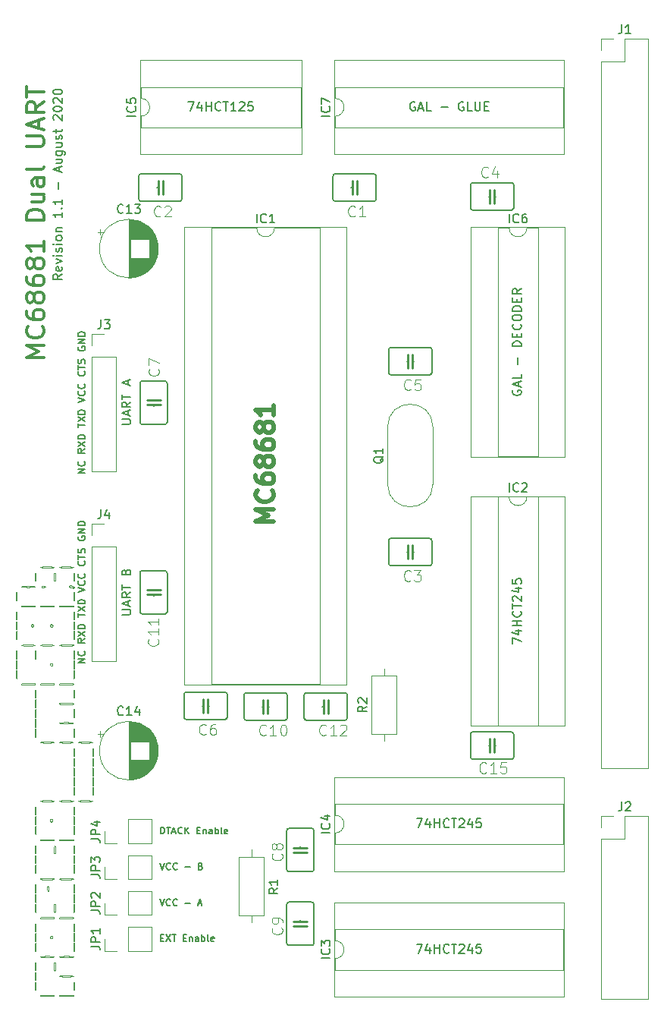
<source format=gbr>
G04 #@! TF.GenerationSoftware,KiCad,Pcbnew,(5.1.5-0-10_14)*
G04 #@! TF.CreationDate,2020-09-16T12:26:37+01:00*
G04 #@! TF.ProjectId,mc68681-basic,6d633638-3638-4312-9d62-617369632e6b,rev?*
G04 #@! TF.SameCoordinates,Original*
G04 #@! TF.FileFunction,Legend,Top*
G04 #@! TF.FilePolarity,Positive*
%FSLAX46Y46*%
G04 Gerber Fmt 4.6, Leading zero omitted, Abs format (unit mm)*
G04 Created by KiCad (PCBNEW (5.1.5-0-10_14)) date 2020-09-16 12:26:37*
%MOMM*%
%LPD*%
G04 APERTURE LIST*
%ADD10C,0.150000*%
%ADD11C,0.500000*%
%ADD12C,0.300000*%
%ADD13C,0.120000*%
%ADD14C,0.012500*%
%ADD15C,0.152400*%
%ADD16C,0.254000*%
%ADD17C,0.120650*%
G04 APERTURE END LIST*
D10*
X67910714Y-136279285D02*
X67910714Y-135529285D01*
X68089285Y-135529285D01*
X68196428Y-135565000D01*
X68267857Y-135636428D01*
X68303571Y-135707857D01*
X68339285Y-135850714D01*
X68339285Y-135957857D01*
X68303571Y-136100714D01*
X68267857Y-136172142D01*
X68196428Y-136243571D01*
X68089285Y-136279285D01*
X67910714Y-136279285D01*
X68553571Y-135529285D02*
X68982142Y-135529285D01*
X68767857Y-136279285D02*
X68767857Y-135529285D01*
X69196428Y-136065000D02*
X69553571Y-136065000D01*
X69125000Y-136279285D02*
X69375000Y-135529285D01*
X69625000Y-136279285D01*
X70303571Y-136207857D02*
X70267857Y-136243571D01*
X70160714Y-136279285D01*
X70089285Y-136279285D01*
X69982142Y-136243571D01*
X69910714Y-136172142D01*
X69875000Y-136100714D01*
X69839285Y-135957857D01*
X69839285Y-135850714D01*
X69875000Y-135707857D01*
X69910714Y-135636428D01*
X69982142Y-135565000D01*
X70089285Y-135529285D01*
X70160714Y-135529285D01*
X70267857Y-135565000D01*
X70303571Y-135600714D01*
X70625000Y-136279285D02*
X70625000Y-135529285D01*
X71053571Y-136279285D02*
X70732142Y-135850714D01*
X71053571Y-135529285D02*
X70625000Y-135957857D01*
X71946428Y-135886428D02*
X72196428Y-135886428D01*
X72303571Y-136279285D02*
X71946428Y-136279285D01*
X71946428Y-135529285D01*
X72303571Y-135529285D01*
X72625000Y-135779285D02*
X72625000Y-136279285D01*
X72625000Y-135850714D02*
X72660714Y-135815000D01*
X72732142Y-135779285D01*
X72839285Y-135779285D01*
X72910714Y-135815000D01*
X72946428Y-135886428D01*
X72946428Y-136279285D01*
X73625000Y-136279285D02*
X73625000Y-135886428D01*
X73589285Y-135815000D01*
X73517857Y-135779285D01*
X73375000Y-135779285D01*
X73303571Y-135815000D01*
X73625000Y-136243571D02*
X73553571Y-136279285D01*
X73375000Y-136279285D01*
X73303571Y-136243571D01*
X73267857Y-136172142D01*
X73267857Y-136100714D01*
X73303571Y-136029285D01*
X73375000Y-135993571D01*
X73553571Y-135993571D01*
X73625000Y-135957857D01*
X73982142Y-136279285D02*
X73982142Y-135529285D01*
X73982142Y-135815000D02*
X74053571Y-135779285D01*
X74196428Y-135779285D01*
X74267857Y-135815000D01*
X74303571Y-135850714D01*
X74339285Y-135922142D01*
X74339285Y-136136428D01*
X74303571Y-136207857D01*
X74267857Y-136243571D01*
X74196428Y-136279285D01*
X74053571Y-136279285D01*
X73982142Y-136243571D01*
X74767857Y-136279285D02*
X74696428Y-136243571D01*
X74660714Y-136172142D01*
X74660714Y-135529285D01*
X75339285Y-136243571D02*
X75267857Y-136279285D01*
X75124999Y-136279285D01*
X75053571Y-136243571D01*
X75017857Y-136172142D01*
X75017857Y-135886428D01*
X75053571Y-135815000D01*
X75124999Y-135779285D01*
X75267857Y-135779285D01*
X75339285Y-135815000D01*
X75374999Y-135886428D01*
X75374999Y-135957857D01*
X75017857Y-136029285D01*
X67803571Y-139529285D02*
X68053571Y-140279285D01*
X68303571Y-139529285D01*
X68982143Y-140207857D02*
X68946428Y-140243571D01*
X68839286Y-140279285D01*
X68767857Y-140279285D01*
X68660714Y-140243571D01*
X68589286Y-140172142D01*
X68553571Y-140100714D01*
X68517857Y-139957857D01*
X68517857Y-139850714D01*
X68553571Y-139707857D01*
X68589286Y-139636428D01*
X68660714Y-139565000D01*
X68767857Y-139529285D01*
X68839286Y-139529285D01*
X68946428Y-139565000D01*
X68982143Y-139600714D01*
X69732143Y-140207857D02*
X69696428Y-140243571D01*
X69589286Y-140279285D01*
X69517857Y-140279285D01*
X69410714Y-140243571D01*
X69339286Y-140172142D01*
X69303571Y-140100714D01*
X69267857Y-139957857D01*
X69267857Y-139850714D01*
X69303571Y-139707857D01*
X69339286Y-139636428D01*
X69410714Y-139565000D01*
X69517857Y-139529285D01*
X69589286Y-139529285D01*
X69696428Y-139565000D01*
X69732143Y-139600714D01*
X70625000Y-139993571D02*
X71196428Y-139993571D01*
X72375000Y-139886428D02*
X72482143Y-139922142D01*
X72517857Y-139957857D01*
X72553571Y-140029285D01*
X72553571Y-140136428D01*
X72517857Y-140207857D01*
X72482143Y-140243571D01*
X72410714Y-140279285D01*
X72125000Y-140279285D01*
X72125000Y-139529285D01*
X72375000Y-139529285D01*
X72446428Y-139565000D01*
X72482143Y-139600714D01*
X72517857Y-139672142D01*
X72517857Y-139743571D01*
X72482143Y-139815000D01*
X72446428Y-139850714D01*
X72375000Y-139886428D01*
X72125000Y-139886428D01*
X67803571Y-143529285D02*
X68053571Y-144279285D01*
X68303571Y-143529285D01*
X68982142Y-144207857D02*
X68946428Y-144243571D01*
X68839285Y-144279285D01*
X68767856Y-144279285D01*
X68660714Y-144243571D01*
X68589285Y-144172142D01*
X68553571Y-144100714D01*
X68517856Y-143957857D01*
X68517856Y-143850714D01*
X68553571Y-143707857D01*
X68589285Y-143636428D01*
X68660714Y-143565000D01*
X68767856Y-143529285D01*
X68839285Y-143529285D01*
X68946428Y-143565000D01*
X68982142Y-143600714D01*
X69732142Y-144207857D02*
X69696428Y-144243571D01*
X69589285Y-144279285D01*
X69517856Y-144279285D01*
X69410714Y-144243571D01*
X69339285Y-144172142D01*
X69303571Y-144100714D01*
X69267856Y-143957857D01*
X69267856Y-143850714D01*
X69303571Y-143707857D01*
X69339285Y-143636428D01*
X69410714Y-143565000D01*
X69517856Y-143529285D01*
X69589285Y-143529285D01*
X69696428Y-143565000D01*
X69732142Y-143600714D01*
X70624999Y-143993571D02*
X71196428Y-143993571D01*
X72089285Y-144065000D02*
X72446428Y-144065000D01*
X72017856Y-144279285D02*
X72267856Y-143529285D01*
X72517856Y-144279285D01*
X67910714Y-147886428D02*
X68160714Y-147886428D01*
X68267857Y-148279285D02*
X67910714Y-148279285D01*
X67910714Y-147529285D01*
X68267857Y-147529285D01*
X68517857Y-147529285D02*
X69017857Y-148279285D01*
X69017857Y-147529285D02*
X68517857Y-148279285D01*
X69196428Y-147529285D02*
X69625000Y-147529285D01*
X69410714Y-148279285D02*
X69410714Y-147529285D01*
X70446428Y-147886428D02*
X70696428Y-147886428D01*
X70803571Y-148279285D02*
X70446428Y-148279285D01*
X70446428Y-147529285D01*
X70803571Y-147529285D01*
X71125000Y-147779285D02*
X71125000Y-148279285D01*
X71125000Y-147850714D02*
X71160714Y-147815000D01*
X71232142Y-147779285D01*
X71339285Y-147779285D01*
X71410714Y-147815000D01*
X71446428Y-147886428D01*
X71446428Y-148279285D01*
X72125000Y-148279285D02*
X72125000Y-147886428D01*
X72089285Y-147815000D01*
X72017857Y-147779285D01*
X71875000Y-147779285D01*
X71803571Y-147815000D01*
X72125000Y-148243571D02*
X72053571Y-148279285D01*
X71875000Y-148279285D01*
X71803571Y-148243571D01*
X71767857Y-148172142D01*
X71767857Y-148100714D01*
X71803571Y-148029285D01*
X71875000Y-147993571D01*
X72053571Y-147993571D01*
X72125000Y-147957857D01*
X72482142Y-148279285D02*
X72482142Y-147529285D01*
X72482142Y-147815000D02*
X72553571Y-147779285D01*
X72696428Y-147779285D01*
X72767857Y-147815000D01*
X72803571Y-147850714D01*
X72839285Y-147922142D01*
X72839285Y-148136428D01*
X72803571Y-148207857D01*
X72767857Y-148243571D01*
X72696428Y-148279285D01*
X72553571Y-148279285D01*
X72482142Y-148243571D01*
X73267857Y-148279285D02*
X73196428Y-148243571D01*
X73160714Y-148172142D01*
X73160714Y-147529285D01*
X73839285Y-148243571D02*
X73767857Y-148279285D01*
X73625000Y-148279285D01*
X73553571Y-148243571D01*
X73517857Y-148172142D01*
X73517857Y-147886428D01*
X73553571Y-147815000D01*
X73625000Y-147779285D01*
X73767857Y-147779285D01*
X73839285Y-147815000D01*
X73875000Y-147886428D01*
X73875000Y-147957857D01*
X73517857Y-148029285D01*
X70982142Y-54634880D02*
X71648809Y-54634880D01*
X71220238Y-55634880D01*
X72458333Y-54968214D02*
X72458333Y-55634880D01*
X72220238Y-54587261D02*
X71982142Y-55301547D01*
X72601190Y-55301547D01*
X72982142Y-55634880D02*
X72982142Y-54634880D01*
X72982142Y-55111071D02*
X73553571Y-55111071D01*
X73553571Y-55634880D02*
X73553571Y-54634880D01*
X74601190Y-55539642D02*
X74553571Y-55587261D01*
X74410714Y-55634880D01*
X74315476Y-55634880D01*
X74172619Y-55587261D01*
X74077380Y-55492023D01*
X74029761Y-55396785D01*
X73982142Y-55206309D01*
X73982142Y-55063452D01*
X74029761Y-54872976D01*
X74077380Y-54777738D01*
X74172619Y-54682500D01*
X74315476Y-54634880D01*
X74410714Y-54634880D01*
X74553571Y-54682500D01*
X74601190Y-54730119D01*
X74886904Y-54634880D02*
X75458333Y-54634880D01*
X75172619Y-55634880D02*
X75172619Y-54634880D01*
X76315476Y-55634880D02*
X75744047Y-55634880D01*
X76029761Y-55634880D02*
X76029761Y-54634880D01*
X75934523Y-54777738D01*
X75839285Y-54872976D01*
X75744047Y-54920595D01*
X76696428Y-54730119D02*
X76744047Y-54682500D01*
X76839285Y-54634880D01*
X77077380Y-54634880D01*
X77172619Y-54682500D01*
X77220238Y-54730119D01*
X77267857Y-54825357D01*
X77267857Y-54920595D01*
X77220238Y-55063452D01*
X76648809Y-55634880D01*
X77267857Y-55634880D01*
X78172619Y-54634880D02*
X77696428Y-54634880D01*
X77648809Y-55111071D01*
X77696428Y-55063452D01*
X77791666Y-55015833D01*
X78029761Y-55015833D01*
X78125000Y-55063452D01*
X78172619Y-55111071D01*
X78220238Y-55206309D01*
X78220238Y-55444404D01*
X78172619Y-55539642D01*
X78125000Y-55587261D01*
X78029761Y-55634880D01*
X77791666Y-55634880D01*
X77696428Y-55587261D01*
X77648809Y-55539642D01*
X96291666Y-54682500D02*
X96196428Y-54634880D01*
X96053571Y-54634880D01*
X95910714Y-54682500D01*
X95815476Y-54777738D01*
X95767857Y-54872976D01*
X95720238Y-55063452D01*
X95720238Y-55206309D01*
X95767857Y-55396785D01*
X95815476Y-55492023D01*
X95910714Y-55587261D01*
X96053571Y-55634880D01*
X96148809Y-55634880D01*
X96291666Y-55587261D01*
X96339285Y-55539642D01*
X96339285Y-55206309D01*
X96148809Y-55206309D01*
X96720238Y-55349166D02*
X97196428Y-55349166D01*
X96625000Y-55634880D02*
X96958333Y-54634880D01*
X97291666Y-55634880D01*
X98101190Y-55634880D02*
X97625000Y-55634880D01*
X97625000Y-54634880D01*
X99196428Y-55253928D02*
X99958333Y-55253928D01*
X101720238Y-54682500D02*
X101625000Y-54634880D01*
X101482142Y-54634880D01*
X101339285Y-54682500D01*
X101244047Y-54777738D01*
X101196428Y-54872976D01*
X101148809Y-55063452D01*
X101148809Y-55206309D01*
X101196428Y-55396785D01*
X101244047Y-55492023D01*
X101339285Y-55587261D01*
X101482142Y-55634880D01*
X101577380Y-55634880D01*
X101720238Y-55587261D01*
X101767857Y-55539642D01*
X101767857Y-55206309D01*
X101577380Y-55206309D01*
X102672619Y-55634880D02*
X102196428Y-55634880D01*
X102196428Y-54634880D01*
X103005952Y-54634880D02*
X103005952Y-55444404D01*
X103053571Y-55539642D01*
X103101190Y-55587261D01*
X103196428Y-55634880D01*
X103386904Y-55634880D01*
X103482142Y-55587261D01*
X103529761Y-55539642D01*
X103577380Y-55444404D01*
X103577380Y-54634880D01*
X104053571Y-55111071D02*
X104386904Y-55111071D01*
X104529761Y-55634880D02*
X104053571Y-55634880D01*
X104053571Y-54634880D01*
X104529761Y-54634880D01*
X107232500Y-86805952D02*
X107184880Y-86901190D01*
X107184880Y-87044047D01*
X107232500Y-87186904D01*
X107327738Y-87282142D01*
X107422976Y-87329761D01*
X107613452Y-87377380D01*
X107756309Y-87377380D01*
X107946785Y-87329761D01*
X108042023Y-87282142D01*
X108137261Y-87186904D01*
X108184880Y-87044047D01*
X108184880Y-86948809D01*
X108137261Y-86805952D01*
X108089642Y-86758333D01*
X107756309Y-86758333D01*
X107756309Y-86948809D01*
X107899166Y-86377380D02*
X107899166Y-85901190D01*
X108184880Y-86472619D02*
X107184880Y-86139285D01*
X108184880Y-85805952D01*
X108184880Y-84996428D02*
X108184880Y-85472619D01*
X107184880Y-85472619D01*
X107803928Y-83901190D02*
X107803928Y-83139285D01*
X108184880Y-81901190D02*
X107184880Y-81901190D01*
X107184880Y-81663095D01*
X107232500Y-81520238D01*
X107327738Y-81425000D01*
X107422976Y-81377380D01*
X107613452Y-81329761D01*
X107756309Y-81329761D01*
X107946785Y-81377380D01*
X108042023Y-81425000D01*
X108137261Y-81520238D01*
X108184880Y-81663095D01*
X108184880Y-81901190D01*
X107661071Y-80901190D02*
X107661071Y-80567857D01*
X108184880Y-80425000D02*
X108184880Y-80901190D01*
X107184880Y-80901190D01*
X107184880Y-80425000D01*
X108089642Y-79425000D02*
X108137261Y-79472619D01*
X108184880Y-79615476D01*
X108184880Y-79710714D01*
X108137261Y-79853571D01*
X108042023Y-79948809D01*
X107946785Y-79996428D01*
X107756309Y-80044047D01*
X107613452Y-80044047D01*
X107422976Y-79996428D01*
X107327738Y-79948809D01*
X107232500Y-79853571D01*
X107184880Y-79710714D01*
X107184880Y-79615476D01*
X107232500Y-79472619D01*
X107280119Y-79425000D01*
X107184880Y-78805952D02*
X107184880Y-78615476D01*
X107232500Y-78520238D01*
X107327738Y-78425000D01*
X107518214Y-78377380D01*
X107851547Y-78377380D01*
X108042023Y-78425000D01*
X108137261Y-78520238D01*
X108184880Y-78615476D01*
X108184880Y-78805952D01*
X108137261Y-78901190D01*
X108042023Y-78996428D01*
X107851547Y-79044047D01*
X107518214Y-79044047D01*
X107327738Y-78996428D01*
X107232500Y-78901190D01*
X107184880Y-78805952D01*
X108184880Y-77948809D02*
X107184880Y-77948809D01*
X107184880Y-77710714D01*
X107232500Y-77567857D01*
X107327738Y-77472619D01*
X107422976Y-77425000D01*
X107613452Y-77377380D01*
X107756309Y-77377380D01*
X107946785Y-77425000D01*
X108042023Y-77472619D01*
X108137261Y-77567857D01*
X108184880Y-77710714D01*
X108184880Y-77948809D01*
X107661071Y-76948809D02*
X107661071Y-76615476D01*
X108184880Y-76472619D02*
X108184880Y-76948809D01*
X107184880Y-76948809D01*
X107184880Y-76472619D01*
X108184880Y-75472619D02*
X107708690Y-75805952D01*
X108184880Y-76044047D02*
X107184880Y-76044047D01*
X107184880Y-75663095D01*
X107232500Y-75567857D01*
X107280119Y-75520238D01*
X107375357Y-75472619D01*
X107518214Y-75472619D01*
X107613452Y-75520238D01*
X107661071Y-75567857D01*
X107708690Y-75663095D01*
X107708690Y-76044047D01*
X107184880Y-115067858D02*
X107184880Y-114401191D01*
X108184880Y-114829762D01*
X107518214Y-113591667D02*
X108184880Y-113591667D01*
X107137261Y-113829762D02*
X107851547Y-114067858D01*
X107851547Y-113448810D01*
X108184880Y-113067858D02*
X107184880Y-113067858D01*
X107661071Y-113067858D02*
X107661071Y-112496429D01*
X108184880Y-112496429D02*
X107184880Y-112496429D01*
X108089642Y-111448810D02*
X108137261Y-111496429D01*
X108184880Y-111639286D01*
X108184880Y-111734524D01*
X108137261Y-111877381D01*
X108042023Y-111972620D01*
X107946785Y-112020239D01*
X107756309Y-112067858D01*
X107613452Y-112067858D01*
X107422976Y-112020239D01*
X107327738Y-111972620D01*
X107232500Y-111877381D01*
X107184880Y-111734524D01*
X107184880Y-111639286D01*
X107232500Y-111496429D01*
X107280119Y-111448810D01*
X107184880Y-111163096D02*
X107184880Y-110591667D01*
X108184880Y-110877381D02*
X107184880Y-110877381D01*
X107280119Y-110305953D02*
X107232500Y-110258334D01*
X107184880Y-110163096D01*
X107184880Y-109925001D01*
X107232500Y-109829762D01*
X107280119Y-109782143D01*
X107375357Y-109734524D01*
X107470595Y-109734524D01*
X107613452Y-109782143D01*
X108184880Y-110353572D01*
X108184880Y-109734524D01*
X107518214Y-108877381D02*
X108184880Y-108877381D01*
X107137261Y-109115477D02*
X107851547Y-109353572D01*
X107851547Y-108734524D01*
X107184880Y-107877381D02*
X107184880Y-108353572D01*
X107661071Y-108401191D01*
X107613452Y-108353572D01*
X107565833Y-108258334D01*
X107565833Y-108020239D01*
X107613452Y-107925001D01*
X107661071Y-107877381D01*
X107756309Y-107829762D01*
X107994404Y-107829762D01*
X108089642Y-107877381D01*
X108137261Y-107925001D01*
X108184880Y-108020239D01*
X108184880Y-108258334D01*
X108137261Y-108353572D01*
X108089642Y-108401191D01*
X96482142Y-134584880D02*
X97148809Y-134584880D01*
X96720238Y-135584880D01*
X97958333Y-134918214D02*
X97958333Y-135584880D01*
X97720238Y-134537261D02*
X97482142Y-135251547D01*
X98101190Y-135251547D01*
X98482142Y-135584880D02*
X98482142Y-134584880D01*
X98482142Y-135061071D02*
X99053571Y-135061071D01*
X99053571Y-135584880D02*
X99053571Y-134584880D01*
X100101190Y-135489642D02*
X100053571Y-135537261D01*
X99910714Y-135584880D01*
X99815476Y-135584880D01*
X99672619Y-135537261D01*
X99577380Y-135442023D01*
X99529761Y-135346785D01*
X99482142Y-135156309D01*
X99482142Y-135013452D01*
X99529761Y-134822976D01*
X99577380Y-134727738D01*
X99672619Y-134632500D01*
X99815476Y-134584880D01*
X99910714Y-134584880D01*
X100053571Y-134632500D01*
X100101190Y-134680119D01*
X100386904Y-134584880D02*
X100958333Y-134584880D01*
X100672619Y-135584880D02*
X100672619Y-134584880D01*
X101244047Y-134680119D02*
X101291666Y-134632500D01*
X101386904Y-134584880D01*
X101625000Y-134584880D01*
X101720238Y-134632500D01*
X101767857Y-134680119D01*
X101815476Y-134775357D01*
X101815476Y-134870595D01*
X101767857Y-135013452D01*
X101196428Y-135584880D01*
X101815476Y-135584880D01*
X102672619Y-134918214D02*
X102672619Y-135584880D01*
X102434523Y-134537261D02*
X102196428Y-135251547D01*
X102815476Y-135251547D01*
X103672619Y-134584880D02*
X103196428Y-134584880D01*
X103148809Y-135061071D01*
X103196428Y-135013452D01*
X103291666Y-134965833D01*
X103529761Y-134965833D01*
X103625000Y-135013452D01*
X103672619Y-135061071D01*
X103720238Y-135156309D01*
X103720238Y-135394404D01*
X103672619Y-135489642D01*
X103625000Y-135537261D01*
X103529761Y-135584880D01*
X103291666Y-135584880D01*
X103196428Y-135537261D01*
X103148809Y-135489642D01*
X96482142Y-148584880D02*
X97148809Y-148584880D01*
X96720238Y-149584880D01*
X97958333Y-148918214D02*
X97958333Y-149584880D01*
X97720238Y-148537261D02*
X97482142Y-149251547D01*
X98101190Y-149251547D01*
X98482142Y-149584880D02*
X98482142Y-148584880D01*
X98482142Y-149061071D02*
X99053571Y-149061071D01*
X99053571Y-149584880D02*
X99053571Y-148584880D01*
X100101190Y-149489642D02*
X100053571Y-149537261D01*
X99910714Y-149584880D01*
X99815476Y-149584880D01*
X99672619Y-149537261D01*
X99577380Y-149442023D01*
X99529761Y-149346785D01*
X99482142Y-149156309D01*
X99482142Y-149013452D01*
X99529761Y-148822976D01*
X99577380Y-148727738D01*
X99672619Y-148632500D01*
X99815476Y-148584880D01*
X99910714Y-148584880D01*
X100053571Y-148632500D01*
X100101190Y-148680119D01*
X100386904Y-148584880D02*
X100958333Y-148584880D01*
X100672619Y-149584880D02*
X100672619Y-148584880D01*
X101244047Y-148680119D02*
X101291666Y-148632500D01*
X101386904Y-148584880D01*
X101625000Y-148584880D01*
X101720238Y-148632500D01*
X101767857Y-148680119D01*
X101815476Y-148775357D01*
X101815476Y-148870595D01*
X101767857Y-149013452D01*
X101196428Y-149584880D01*
X101815476Y-149584880D01*
X102672619Y-148918214D02*
X102672619Y-149584880D01*
X102434523Y-148537261D02*
X102196428Y-149251547D01*
X102815476Y-149251547D01*
X103672619Y-148584880D02*
X103196428Y-148584880D01*
X103148809Y-149061071D01*
X103196428Y-149013452D01*
X103291666Y-148965833D01*
X103529761Y-148965833D01*
X103625000Y-149013452D01*
X103672619Y-149061071D01*
X103720238Y-149156309D01*
X103720238Y-149394404D01*
X103672619Y-149489642D01*
X103625000Y-149537261D01*
X103529761Y-149584880D01*
X103291666Y-149584880D01*
X103196428Y-149537261D01*
X103148809Y-149489642D01*
D11*
X80529761Y-101403571D02*
X78529761Y-101403571D01*
X79958333Y-100736904D01*
X78529761Y-100070238D01*
X80529761Y-100070238D01*
X80339285Y-97975000D02*
X80434523Y-98070238D01*
X80529761Y-98355952D01*
X80529761Y-98546428D01*
X80434523Y-98832142D01*
X80244047Y-99022619D01*
X80053571Y-99117857D01*
X79672619Y-99213095D01*
X79386904Y-99213095D01*
X79005952Y-99117857D01*
X78815476Y-99022619D01*
X78625000Y-98832142D01*
X78529761Y-98546428D01*
X78529761Y-98355952D01*
X78625000Y-98070238D01*
X78720238Y-97975000D01*
X78529761Y-96260714D02*
X78529761Y-96641666D01*
X78625000Y-96832142D01*
X78720238Y-96927380D01*
X79005952Y-97117857D01*
X79386904Y-97213095D01*
X80148809Y-97213095D01*
X80339285Y-97117857D01*
X80434523Y-97022619D01*
X80529761Y-96832142D01*
X80529761Y-96451190D01*
X80434523Y-96260714D01*
X80339285Y-96165476D01*
X80148809Y-96070238D01*
X79672619Y-96070238D01*
X79482142Y-96165476D01*
X79386904Y-96260714D01*
X79291666Y-96451190D01*
X79291666Y-96832142D01*
X79386904Y-97022619D01*
X79482142Y-97117857D01*
X79672619Y-97213095D01*
X79386904Y-94927380D02*
X79291666Y-95117857D01*
X79196428Y-95213095D01*
X79005952Y-95308333D01*
X78910714Y-95308333D01*
X78720238Y-95213095D01*
X78625000Y-95117857D01*
X78529761Y-94927380D01*
X78529761Y-94546428D01*
X78625000Y-94355952D01*
X78720238Y-94260714D01*
X78910714Y-94165476D01*
X79005952Y-94165476D01*
X79196428Y-94260714D01*
X79291666Y-94355952D01*
X79386904Y-94546428D01*
X79386904Y-94927380D01*
X79482142Y-95117857D01*
X79577380Y-95213095D01*
X79767857Y-95308333D01*
X80148809Y-95308333D01*
X80339285Y-95213095D01*
X80434523Y-95117857D01*
X80529761Y-94927380D01*
X80529761Y-94546428D01*
X80434523Y-94355952D01*
X80339285Y-94260714D01*
X80148809Y-94165476D01*
X79767857Y-94165476D01*
X79577380Y-94260714D01*
X79482142Y-94355952D01*
X79386904Y-94546428D01*
X78529761Y-92451190D02*
X78529761Y-92832142D01*
X78625000Y-93022619D01*
X78720238Y-93117857D01*
X79005952Y-93308333D01*
X79386904Y-93403571D01*
X80148809Y-93403571D01*
X80339285Y-93308333D01*
X80434523Y-93213095D01*
X80529761Y-93022619D01*
X80529761Y-92641666D01*
X80434523Y-92451190D01*
X80339285Y-92355952D01*
X80148809Y-92260714D01*
X79672619Y-92260714D01*
X79482142Y-92355952D01*
X79386904Y-92451190D01*
X79291666Y-92641666D01*
X79291666Y-93022619D01*
X79386904Y-93213095D01*
X79482142Y-93308333D01*
X79672619Y-93403571D01*
X79386904Y-91117857D02*
X79291666Y-91308333D01*
X79196428Y-91403571D01*
X79005952Y-91498809D01*
X78910714Y-91498809D01*
X78720238Y-91403571D01*
X78625000Y-91308333D01*
X78529761Y-91117857D01*
X78529761Y-90736904D01*
X78625000Y-90546428D01*
X78720238Y-90451190D01*
X78910714Y-90355952D01*
X79005952Y-90355952D01*
X79196428Y-90451190D01*
X79291666Y-90546428D01*
X79386904Y-90736904D01*
X79386904Y-91117857D01*
X79482142Y-91308333D01*
X79577380Y-91403571D01*
X79767857Y-91498809D01*
X80148809Y-91498809D01*
X80339285Y-91403571D01*
X80434523Y-91308333D01*
X80529761Y-91117857D01*
X80529761Y-90736904D01*
X80434523Y-90546428D01*
X80339285Y-90451190D01*
X80148809Y-90355952D01*
X79767857Y-90355952D01*
X79577380Y-90451190D01*
X79482142Y-90546428D01*
X79386904Y-90736904D01*
X80529761Y-88451190D02*
X80529761Y-89594047D01*
X80529761Y-89022619D02*
X78529761Y-89022619D01*
X78815476Y-89213095D01*
X79005952Y-89403571D01*
X79101190Y-89594047D01*
D10*
X63552380Y-111826191D02*
X64361904Y-111826191D01*
X64457142Y-111778572D01*
X64504761Y-111730953D01*
X64552380Y-111635715D01*
X64552380Y-111445239D01*
X64504761Y-111350001D01*
X64457142Y-111302381D01*
X64361904Y-111254762D01*
X63552380Y-111254762D01*
X64266666Y-110826191D02*
X64266666Y-110350001D01*
X64552380Y-110921429D02*
X63552380Y-110588096D01*
X64552380Y-110254762D01*
X64552380Y-109350001D02*
X64076190Y-109683334D01*
X64552380Y-109921429D02*
X63552380Y-109921429D01*
X63552380Y-109540477D01*
X63600000Y-109445239D01*
X63647619Y-109397620D01*
X63742857Y-109350001D01*
X63885714Y-109350001D01*
X63980952Y-109397620D01*
X64028571Y-109445239D01*
X64076190Y-109540477D01*
X64076190Y-109921429D01*
X63552380Y-109064286D02*
X63552380Y-108492858D01*
X64552380Y-108778572D02*
X63552380Y-108778572D01*
X64028571Y-107064286D02*
X64076190Y-106921429D01*
X64123809Y-106873810D01*
X64219047Y-106826191D01*
X64361904Y-106826191D01*
X64457142Y-106873810D01*
X64504761Y-106921429D01*
X64552380Y-107016667D01*
X64552380Y-107397620D01*
X63552380Y-107397620D01*
X63552380Y-107064286D01*
X63600000Y-106969048D01*
X63647619Y-106921429D01*
X63742857Y-106873810D01*
X63838095Y-106873810D01*
X63933333Y-106921429D01*
X63980952Y-106969048D01*
X64028571Y-107064286D01*
X64028571Y-107397620D01*
X63552380Y-90594761D02*
X64361904Y-90594761D01*
X64457142Y-90547142D01*
X64504761Y-90499523D01*
X64552380Y-90404285D01*
X64552380Y-90213809D01*
X64504761Y-90118571D01*
X64457142Y-90070952D01*
X64361904Y-90023333D01*
X63552380Y-90023333D01*
X64266666Y-89594761D02*
X64266666Y-89118571D01*
X64552380Y-89690000D02*
X63552380Y-89356666D01*
X64552380Y-89023333D01*
X64552380Y-88118571D02*
X64076190Y-88451904D01*
X64552380Y-88690000D02*
X63552380Y-88690000D01*
X63552380Y-88309047D01*
X63600000Y-88213809D01*
X63647619Y-88166190D01*
X63742857Y-88118571D01*
X63885714Y-88118571D01*
X63980952Y-88166190D01*
X64028571Y-88213809D01*
X64076190Y-88309047D01*
X64076190Y-88690000D01*
X63552380Y-87832857D02*
X63552380Y-87261428D01*
X64552380Y-87547142D02*
X63552380Y-87547142D01*
X64266666Y-86213809D02*
X64266666Y-85737619D01*
X64552380Y-86309047D02*
X63552380Y-85975714D01*
X64552380Y-85642380D01*
X59436904Y-96056666D02*
X58636904Y-96056666D01*
X59436904Y-95599523D01*
X58636904Y-95599523D01*
X59360714Y-94761428D02*
X59398809Y-94799523D01*
X59436904Y-94913809D01*
X59436904Y-94990000D01*
X59398809Y-95104285D01*
X59322619Y-95180476D01*
X59246428Y-95218571D01*
X59094047Y-95256666D01*
X58979761Y-95256666D01*
X58827380Y-95218571D01*
X58751190Y-95180476D01*
X58675000Y-95104285D01*
X58636904Y-94990000D01*
X58636904Y-94913809D01*
X58675000Y-94799523D01*
X58713095Y-94761428D01*
X59436904Y-93351904D02*
X59055952Y-93618571D01*
X59436904Y-93809047D02*
X58636904Y-93809047D01*
X58636904Y-93504285D01*
X58675000Y-93428095D01*
X58713095Y-93390000D01*
X58789285Y-93351904D01*
X58903571Y-93351904D01*
X58979761Y-93390000D01*
X59017857Y-93428095D01*
X59055952Y-93504285D01*
X59055952Y-93809047D01*
X58636904Y-93085238D02*
X59436904Y-92551904D01*
X58636904Y-92551904D02*
X59436904Y-93085238D01*
X59436904Y-92247142D02*
X58636904Y-92247142D01*
X58636904Y-92056666D01*
X58675000Y-91942380D01*
X58751190Y-91866190D01*
X58827380Y-91828095D01*
X58979761Y-91790000D01*
X59094047Y-91790000D01*
X59246428Y-91828095D01*
X59322619Y-91866190D01*
X59398809Y-91942380D01*
X59436904Y-92056666D01*
X59436904Y-92247142D01*
X58636904Y-90951904D02*
X58636904Y-90494761D01*
X59436904Y-90723333D02*
X58636904Y-90723333D01*
X58636904Y-90304285D02*
X59436904Y-89770952D01*
X58636904Y-89770952D02*
X59436904Y-90304285D01*
X59436904Y-89466190D02*
X58636904Y-89466190D01*
X58636904Y-89275714D01*
X58675000Y-89161428D01*
X58751190Y-89085238D01*
X58827380Y-89047142D01*
X58979761Y-89009047D01*
X59094047Y-89009047D01*
X59246428Y-89047142D01*
X59322619Y-89085238D01*
X59398809Y-89161428D01*
X59436904Y-89275714D01*
X59436904Y-89466190D01*
X58636904Y-88170952D02*
X59436904Y-87904285D01*
X58636904Y-87637619D01*
X59360714Y-86913809D02*
X59398809Y-86951904D01*
X59436904Y-87066190D01*
X59436904Y-87142380D01*
X59398809Y-87256666D01*
X59322619Y-87332857D01*
X59246428Y-87370952D01*
X59094047Y-87409047D01*
X58979761Y-87409047D01*
X58827380Y-87370952D01*
X58751190Y-87332857D01*
X58675000Y-87256666D01*
X58636904Y-87142380D01*
X58636904Y-87066190D01*
X58675000Y-86951904D01*
X58713095Y-86913809D01*
X59360714Y-86113809D02*
X59398809Y-86151904D01*
X59436904Y-86266190D01*
X59436904Y-86342380D01*
X59398809Y-86456666D01*
X59322619Y-86532857D01*
X59246428Y-86570952D01*
X59094047Y-86609047D01*
X58979761Y-86609047D01*
X58827380Y-86570952D01*
X58751190Y-86532857D01*
X58675000Y-86456666D01*
X58636904Y-86342380D01*
X58636904Y-86266190D01*
X58675000Y-86151904D01*
X58713095Y-86113809D01*
X59360714Y-84704285D02*
X59398809Y-84742380D01*
X59436904Y-84856666D01*
X59436904Y-84932857D01*
X59398809Y-85047142D01*
X59322619Y-85123333D01*
X59246428Y-85161428D01*
X59094047Y-85199523D01*
X58979761Y-85199523D01*
X58827380Y-85161428D01*
X58751190Y-85123333D01*
X58675000Y-85047142D01*
X58636904Y-84932857D01*
X58636904Y-84856666D01*
X58675000Y-84742380D01*
X58713095Y-84704285D01*
X58636904Y-84475714D02*
X58636904Y-84018571D01*
X59436904Y-84247142D02*
X58636904Y-84247142D01*
X59398809Y-83790000D02*
X59436904Y-83675714D01*
X59436904Y-83485238D01*
X59398809Y-83409047D01*
X59360714Y-83370952D01*
X59284523Y-83332857D01*
X59208333Y-83332857D01*
X59132142Y-83370952D01*
X59094047Y-83409047D01*
X59055952Y-83485238D01*
X59017857Y-83637619D01*
X58979761Y-83713809D01*
X58941666Y-83751904D01*
X58865476Y-83790000D01*
X58789285Y-83790000D01*
X58713095Y-83751904D01*
X58675000Y-83713809D01*
X58636904Y-83637619D01*
X58636904Y-83447142D01*
X58675000Y-83332857D01*
X58675000Y-81961428D02*
X58636904Y-82037619D01*
X58636904Y-82151904D01*
X58675000Y-82266190D01*
X58751190Y-82342380D01*
X58827380Y-82380476D01*
X58979761Y-82418571D01*
X59094047Y-82418571D01*
X59246428Y-82380476D01*
X59322619Y-82342380D01*
X59398809Y-82266190D01*
X59436904Y-82151904D01*
X59436904Y-82075714D01*
X59398809Y-81961428D01*
X59360714Y-81923333D01*
X59094047Y-81923333D01*
X59094047Y-82075714D01*
X59436904Y-81580476D02*
X58636904Y-81580476D01*
X59436904Y-81123333D01*
X58636904Y-81123333D01*
X59436904Y-80742380D02*
X58636904Y-80742380D01*
X58636904Y-80551904D01*
X58675000Y-80437619D01*
X58751190Y-80361428D01*
X58827380Y-80323333D01*
X58979761Y-80285238D01*
X59094047Y-80285238D01*
X59246428Y-80323333D01*
X59322619Y-80361428D01*
X59398809Y-80437619D01*
X59436904Y-80551904D01*
X59436904Y-80742380D01*
X59436904Y-117216666D02*
X58636904Y-117216666D01*
X59436904Y-116759523D01*
X58636904Y-116759523D01*
X59360714Y-115921428D02*
X59398809Y-115959523D01*
X59436904Y-116073809D01*
X59436904Y-116150000D01*
X59398809Y-116264285D01*
X59322619Y-116340476D01*
X59246428Y-116378571D01*
X59094047Y-116416666D01*
X58979761Y-116416666D01*
X58827380Y-116378571D01*
X58751190Y-116340476D01*
X58675000Y-116264285D01*
X58636904Y-116150000D01*
X58636904Y-116073809D01*
X58675000Y-115959523D01*
X58713095Y-115921428D01*
X59436904Y-114511904D02*
X59055952Y-114778571D01*
X59436904Y-114969047D02*
X58636904Y-114969047D01*
X58636904Y-114664285D01*
X58675000Y-114588095D01*
X58713095Y-114550000D01*
X58789285Y-114511904D01*
X58903571Y-114511904D01*
X58979761Y-114550000D01*
X59017857Y-114588095D01*
X59055952Y-114664285D01*
X59055952Y-114969047D01*
X58636904Y-114245238D02*
X59436904Y-113711904D01*
X58636904Y-113711904D02*
X59436904Y-114245238D01*
X59436904Y-113407142D02*
X58636904Y-113407142D01*
X58636904Y-113216666D01*
X58675000Y-113102380D01*
X58751190Y-113026190D01*
X58827380Y-112988095D01*
X58979761Y-112950000D01*
X59094047Y-112950000D01*
X59246428Y-112988095D01*
X59322619Y-113026190D01*
X59398809Y-113102380D01*
X59436904Y-113216666D01*
X59436904Y-113407142D01*
X58636904Y-112111904D02*
X58636904Y-111654761D01*
X59436904Y-111883333D02*
X58636904Y-111883333D01*
X58636904Y-111464285D02*
X59436904Y-110930952D01*
X58636904Y-110930952D02*
X59436904Y-111464285D01*
X59436904Y-110626190D02*
X58636904Y-110626190D01*
X58636904Y-110435714D01*
X58675000Y-110321428D01*
X58751190Y-110245238D01*
X58827380Y-110207142D01*
X58979761Y-110169047D01*
X59094047Y-110169047D01*
X59246428Y-110207142D01*
X59322619Y-110245238D01*
X59398809Y-110321428D01*
X59436904Y-110435714D01*
X59436904Y-110626190D01*
X58636904Y-109330952D02*
X59436904Y-109064285D01*
X58636904Y-108797619D01*
X59360714Y-108073809D02*
X59398809Y-108111904D01*
X59436904Y-108226190D01*
X59436904Y-108302380D01*
X59398809Y-108416666D01*
X59322619Y-108492857D01*
X59246428Y-108530952D01*
X59094047Y-108569047D01*
X58979761Y-108569047D01*
X58827380Y-108530952D01*
X58751190Y-108492857D01*
X58675000Y-108416666D01*
X58636904Y-108302380D01*
X58636904Y-108226190D01*
X58675000Y-108111904D01*
X58713095Y-108073809D01*
X59360714Y-107273809D02*
X59398809Y-107311904D01*
X59436904Y-107426190D01*
X59436904Y-107502380D01*
X59398809Y-107616666D01*
X59322619Y-107692857D01*
X59246428Y-107730952D01*
X59094047Y-107769047D01*
X58979761Y-107769047D01*
X58827380Y-107730952D01*
X58751190Y-107692857D01*
X58675000Y-107616666D01*
X58636904Y-107502380D01*
X58636904Y-107426190D01*
X58675000Y-107311904D01*
X58713095Y-107273809D01*
X59360714Y-105864285D02*
X59398809Y-105902380D01*
X59436904Y-106016666D01*
X59436904Y-106092857D01*
X59398809Y-106207142D01*
X59322619Y-106283333D01*
X59246428Y-106321428D01*
X59094047Y-106359523D01*
X58979761Y-106359523D01*
X58827380Y-106321428D01*
X58751190Y-106283333D01*
X58675000Y-106207142D01*
X58636904Y-106092857D01*
X58636904Y-106016666D01*
X58675000Y-105902380D01*
X58713095Y-105864285D01*
X58636904Y-105635714D02*
X58636904Y-105178571D01*
X59436904Y-105407142D02*
X58636904Y-105407142D01*
X59398809Y-104950000D02*
X59436904Y-104835714D01*
X59436904Y-104645238D01*
X59398809Y-104569047D01*
X59360714Y-104530952D01*
X59284523Y-104492857D01*
X59208333Y-104492857D01*
X59132142Y-104530952D01*
X59094047Y-104569047D01*
X59055952Y-104645238D01*
X59017857Y-104797619D01*
X58979761Y-104873809D01*
X58941666Y-104911904D01*
X58865476Y-104950000D01*
X58789285Y-104950000D01*
X58713095Y-104911904D01*
X58675000Y-104873809D01*
X58636904Y-104797619D01*
X58636904Y-104607142D01*
X58675000Y-104492857D01*
X58675000Y-103121428D02*
X58636904Y-103197619D01*
X58636904Y-103311904D01*
X58675000Y-103426190D01*
X58751190Y-103502380D01*
X58827380Y-103540476D01*
X58979761Y-103578571D01*
X59094047Y-103578571D01*
X59246428Y-103540476D01*
X59322619Y-103502380D01*
X59398809Y-103426190D01*
X59436904Y-103311904D01*
X59436904Y-103235714D01*
X59398809Y-103121428D01*
X59360714Y-103083333D01*
X59094047Y-103083333D01*
X59094047Y-103235714D01*
X59436904Y-102740476D02*
X58636904Y-102740476D01*
X59436904Y-102283333D01*
X58636904Y-102283333D01*
X59436904Y-101902380D02*
X58636904Y-101902380D01*
X58636904Y-101711904D01*
X58675000Y-101597619D01*
X58751190Y-101521428D01*
X58827380Y-101483333D01*
X58979761Y-101445238D01*
X59094047Y-101445238D01*
X59246428Y-101483333D01*
X59322619Y-101521428D01*
X59398809Y-101597619D01*
X59436904Y-101711904D01*
X59436904Y-101902380D01*
X56877380Y-73850000D02*
X56401190Y-74183333D01*
X56877380Y-74421428D02*
X55877380Y-74421428D01*
X55877380Y-74040476D01*
X55925000Y-73945238D01*
X55972619Y-73897619D01*
X56067857Y-73850000D01*
X56210714Y-73850000D01*
X56305952Y-73897619D01*
X56353571Y-73945238D01*
X56401190Y-74040476D01*
X56401190Y-74421428D01*
X56829761Y-73040476D02*
X56877380Y-73135714D01*
X56877380Y-73326190D01*
X56829761Y-73421428D01*
X56734523Y-73469047D01*
X56353571Y-73469047D01*
X56258333Y-73421428D01*
X56210714Y-73326190D01*
X56210714Y-73135714D01*
X56258333Y-73040476D01*
X56353571Y-72992857D01*
X56448809Y-72992857D01*
X56544047Y-73469047D01*
X56210714Y-72659523D02*
X56877380Y-72421428D01*
X56210714Y-72183333D01*
X56877380Y-71802380D02*
X56210714Y-71802380D01*
X55877380Y-71802380D02*
X55925000Y-71850000D01*
X55972619Y-71802380D01*
X55925000Y-71754761D01*
X55877380Y-71802380D01*
X55972619Y-71802380D01*
X56829761Y-71373809D02*
X56877380Y-71278571D01*
X56877380Y-71088095D01*
X56829761Y-70992857D01*
X56734523Y-70945238D01*
X56686904Y-70945238D01*
X56591666Y-70992857D01*
X56544047Y-71088095D01*
X56544047Y-71230952D01*
X56496428Y-71326190D01*
X56401190Y-71373809D01*
X56353571Y-71373809D01*
X56258333Y-71326190D01*
X56210714Y-71230952D01*
X56210714Y-71088095D01*
X56258333Y-70992857D01*
X56877380Y-70516666D02*
X56210714Y-70516666D01*
X55877380Y-70516666D02*
X55925000Y-70564285D01*
X55972619Y-70516666D01*
X55925000Y-70469047D01*
X55877380Y-70516666D01*
X55972619Y-70516666D01*
X56877380Y-69897619D02*
X56829761Y-69992857D01*
X56782142Y-70040476D01*
X56686904Y-70088095D01*
X56401190Y-70088095D01*
X56305952Y-70040476D01*
X56258333Y-69992857D01*
X56210714Y-69897619D01*
X56210714Y-69754761D01*
X56258333Y-69659523D01*
X56305952Y-69611904D01*
X56401190Y-69564285D01*
X56686904Y-69564285D01*
X56782142Y-69611904D01*
X56829761Y-69659523D01*
X56877380Y-69754761D01*
X56877380Y-69897619D01*
X56210714Y-69135714D02*
X56877380Y-69135714D01*
X56305952Y-69135714D02*
X56258333Y-69088095D01*
X56210714Y-68992857D01*
X56210714Y-68850000D01*
X56258333Y-68754761D01*
X56353571Y-68707142D01*
X56877380Y-68707142D01*
X56877380Y-66945238D02*
X56877380Y-67516666D01*
X56877380Y-67230952D02*
X55877380Y-67230952D01*
X56020238Y-67326190D01*
X56115476Y-67421428D01*
X56163095Y-67516666D01*
X56782142Y-66516666D02*
X56829761Y-66469047D01*
X56877380Y-66516666D01*
X56829761Y-66564285D01*
X56782142Y-66516666D01*
X56877380Y-66516666D01*
X56877380Y-65516666D02*
X56877380Y-66088095D01*
X56877380Y-65802380D02*
X55877380Y-65802380D01*
X56020238Y-65897619D01*
X56115476Y-65992857D01*
X56163095Y-66088095D01*
X56496428Y-64326190D02*
X56496428Y-63564285D01*
X56591666Y-62373809D02*
X56591666Y-61897619D01*
X56877380Y-62469047D02*
X55877380Y-62135714D01*
X56877380Y-61802380D01*
X56210714Y-61040476D02*
X56877380Y-61040476D01*
X56210714Y-61469047D02*
X56734523Y-61469047D01*
X56829761Y-61421428D01*
X56877380Y-61326190D01*
X56877380Y-61183333D01*
X56829761Y-61088095D01*
X56782142Y-61040476D01*
X56210714Y-60135714D02*
X57020238Y-60135714D01*
X57115476Y-60183333D01*
X57163095Y-60230952D01*
X57210714Y-60326190D01*
X57210714Y-60469047D01*
X57163095Y-60564285D01*
X56829761Y-60135714D02*
X56877380Y-60230952D01*
X56877380Y-60421428D01*
X56829761Y-60516666D01*
X56782142Y-60564285D01*
X56686904Y-60611904D01*
X56401190Y-60611904D01*
X56305952Y-60564285D01*
X56258333Y-60516666D01*
X56210714Y-60421428D01*
X56210714Y-60230952D01*
X56258333Y-60135714D01*
X56210714Y-59230952D02*
X56877380Y-59230952D01*
X56210714Y-59659523D02*
X56734523Y-59659523D01*
X56829761Y-59611904D01*
X56877380Y-59516666D01*
X56877380Y-59373809D01*
X56829761Y-59278571D01*
X56782142Y-59230952D01*
X56829761Y-58802380D02*
X56877380Y-58707142D01*
X56877380Y-58516666D01*
X56829761Y-58421428D01*
X56734523Y-58373809D01*
X56686904Y-58373809D01*
X56591666Y-58421428D01*
X56544047Y-58516666D01*
X56544047Y-58659523D01*
X56496428Y-58754761D01*
X56401190Y-58802380D01*
X56353571Y-58802380D01*
X56258333Y-58754761D01*
X56210714Y-58659523D01*
X56210714Y-58516666D01*
X56258333Y-58421428D01*
X56210714Y-58088095D02*
X56210714Y-57707142D01*
X55877380Y-57945238D02*
X56734523Y-57945238D01*
X56829761Y-57897619D01*
X56877380Y-57802380D01*
X56877380Y-57707142D01*
X55972619Y-56659523D02*
X55925000Y-56611904D01*
X55877380Y-56516666D01*
X55877380Y-56278571D01*
X55925000Y-56183333D01*
X55972619Y-56135714D01*
X56067857Y-56088095D01*
X56163095Y-56088095D01*
X56305952Y-56135714D01*
X56877380Y-56707142D01*
X56877380Y-56088095D01*
X55877380Y-55469047D02*
X55877380Y-55373809D01*
X55925000Y-55278571D01*
X55972619Y-55230952D01*
X56067857Y-55183333D01*
X56258333Y-55135714D01*
X56496428Y-55135714D01*
X56686904Y-55183333D01*
X56782142Y-55230952D01*
X56829761Y-55278571D01*
X56877380Y-55373809D01*
X56877380Y-55469047D01*
X56829761Y-55564285D01*
X56782142Y-55611904D01*
X56686904Y-55659523D01*
X56496428Y-55707142D01*
X56258333Y-55707142D01*
X56067857Y-55659523D01*
X55972619Y-55611904D01*
X55925000Y-55564285D01*
X55877380Y-55469047D01*
X55972619Y-54754761D02*
X55925000Y-54707142D01*
X55877380Y-54611904D01*
X55877380Y-54373809D01*
X55925000Y-54278571D01*
X55972619Y-54230952D01*
X56067857Y-54183333D01*
X56163095Y-54183333D01*
X56305952Y-54230952D01*
X56877380Y-54802380D01*
X56877380Y-54183333D01*
X55877380Y-53564285D02*
X55877380Y-53469047D01*
X55925000Y-53373809D01*
X55972619Y-53326190D01*
X56067857Y-53278571D01*
X56258333Y-53230952D01*
X56496428Y-53230952D01*
X56686904Y-53278571D01*
X56782142Y-53326190D01*
X56829761Y-53373809D01*
X56877380Y-53469047D01*
X56877380Y-53564285D01*
X56829761Y-53659523D01*
X56782142Y-53707142D01*
X56686904Y-53754761D01*
X56496428Y-53802380D01*
X56258333Y-53802380D01*
X56067857Y-53754761D01*
X55972619Y-53707142D01*
X55925000Y-53659523D01*
X55877380Y-53564285D01*
D12*
X54879761Y-83124999D02*
X52879761Y-83124999D01*
X54308333Y-82458333D01*
X52879761Y-81791666D01*
X54879761Y-81791666D01*
X54689285Y-79696428D02*
X54784523Y-79791666D01*
X54879761Y-80077380D01*
X54879761Y-80267857D01*
X54784523Y-80553571D01*
X54594047Y-80744047D01*
X54403571Y-80839285D01*
X54022619Y-80934523D01*
X53736904Y-80934523D01*
X53355952Y-80839285D01*
X53165476Y-80744047D01*
X52975000Y-80553571D01*
X52879761Y-80267857D01*
X52879761Y-80077380D01*
X52975000Y-79791666D01*
X53070238Y-79696428D01*
X52879761Y-77982142D02*
X52879761Y-78363095D01*
X52975000Y-78553571D01*
X53070238Y-78648809D01*
X53355952Y-78839285D01*
X53736904Y-78934523D01*
X54498809Y-78934523D01*
X54689285Y-78839285D01*
X54784523Y-78744047D01*
X54879761Y-78553571D01*
X54879761Y-78172619D01*
X54784523Y-77982142D01*
X54689285Y-77886904D01*
X54498809Y-77791666D01*
X54022619Y-77791666D01*
X53832142Y-77886904D01*
X53736904Y-77982142D01*
X53641666Y-78172619D01*
X53641666Y-78553571D01*
X53736904Y-78744047D01*
X53832142Y-78839285D01*
X54022619Y-78934523D01*
X53736904Y-76648809D02*
X53641666Y-76839285D01*
X53546428Y-76934523D01*
X53355952Y-77029761D01*
X53260714Y-77029761D01*
X53070238Y-76934523D01*
X52975000Y-76839285D01*
X52879761Y-76648809D01*
X52879761Y-76267857D01*
X52975000Y-76077380D01*
X53070238Y-75982142D01*
X53260714Y-75886904D01*
X53355952Y-75886904D01*
X53546428Y-75982142D01*
X53641666Y-76077380D01*
X53736904Y-76267857D01*
X53736904Y-76648809D01*
X53832142Y-76839285D01*
X53927380Y-76934523D01*
X54117857Y-77029761D01*
X54498809Y-77029761D01*
X54689285Y-76934523D01*
X54784523Y-76839285D01*
X54879761Y-76648809D01*
X54879761Y-76267857D01*
X54784523Y-76077380D01*
X54689285Y-75982142D01*
X54498809Y-75886904D01*
X54117857Y-75886904D01*
X53927380Y-75982142D01*
X53832142Y-76077380D01*
X53736904Y-76267857D01*
X52879761Y-74172619D02*
X52879761Y-74553571D01*
X52975000Y-74744047D01*
X53070238Y-74839285D01*
X53355952Y-75029761D01*
X53736904Y-75124999D01*
X54498809Y-75124999D01*
X54689285Y-75029761D01*
X54784523Y-74934523D01*
X54879761Y-74744047D01*
X54879761Y-74363095D01*
X54784523Y-74172619D01*
X54689285Y-74077380D01*
X54498809Y-73982142D01*
X54022619Y-73982142D01*
X53832142Y-74077380D01*
X53736904Y-74172619D01*
X53641666Y-74363095D01*
X53641666Y-74744047D01*
X53736904Y-74934523D01*
X53832142Y-75029761D01*
X54022619Y-75124999D01*
X53736904Y-72839285D02*
X53641666Y-73029761D01*
X53546428Y-73124999D01*
X53355952Y-73220238D01*
X53260714Y-73220238D01*
X53070238Y-73124999D01*
X52975000Y-73029761D01*
X52879761Y-72839285D01*
X52879761Y-72458333D01*
X52975000Y-72267857D01*
X53070238Y-72172619D01*
X53260714Y-72077380D01*
X53355952Y-72077380D01*
X53546428Y-72172619D01*
X53641666Y-72267857D01*
X53736904Y-72458333D01*
X53736904Y-72839285D01*
X53832142Y-73029761D01*
X53927380Y-73124999D01*
X54117857Y-73220238D01*
X54498809Y-73220238D01*
X54689285Y-73124999D01*
X54784523Y-73029761D01*
X54879761Y-72839285D01*
X54879761Y-72458333D01*
X54784523Y-72267857D01*
X54689285Y-72172619D01*
X54498809Y-72077380D01*
X54117857Y-72077380D01*
X53927380Y-72172619D01*
X53832142Y-72267857D01*
X53736904Y-72458333D01*
X54879761Y-70172619D02*
X54879761Y-71315476D01*
X54879761Y-70744047D02*
X52879761Y-70744047D01*
X53165476Y-70934523D01*
X53355952Y-71124999D01*
X53451190Y-71315476D01*
X54879761Y-67791666D02*
X52879761Y-67791666D01*
X52879761Y-67315476D01*
X52975000Y-67029761D01*
X53165476Y-66839285D01*
X53355952Y-66744047D01*
X53736904Y-66648809D01*
X54022619Y-66648809D01*
X54403571Y-66744047D01*
X54594047Y-66839285D01*
X54784523Y-67029761D01*
X54879761Y-67315476D01*
X54879761Y-67791666D01*
X53546428Y-64934523D02*
X54879761Y-64934523D01*
X53546428Y-65791666D02*
X54594047Y-65791666D01*
X54784523Y-65696428D01*
X54879761Y-65505952D01*
X54879761Y-65220238D01*
X54784523Y-65029761D01*
X54689285Y-64934523D01*
X54879761Y-63124999D02*
X53832142Y-63124999D01*
X53641666Y-63220238D01*
X53546428Y-63410714D01*
X53546428Y-63791666D01*
X53641666Y-63982142D01*
X54784523Y-63124999D02*
X54879761Y-63315476D01*
X54879761Y-63791666D01*
X54784523Y-63982142D01*
X54594047Y-64077380D01*
X54403571Y-64077380D01*
X54213095Y-63982142D01*
X54117857Y-63791666D01*
X54117857Y-63315476D01*
X54022619Y-63124999D01*
X54879761Y-61886904D02*
X54784523Y-62077380D01*
X54594047Y-62172619D01*
X52879761Y-62172619D01*
X52879761Y-59601190D02*
X54498809Y-59601190D01*
X54689285Y-59505952D01*
X54784523Y-59410714D01*
X54879761Y-59220238D01*
X54879761Y-58839285D01*
X54784523Y-58648809D01*
X54689285Y-58553571D01*
X54498809Y-58458333D01*
X52879761Y-58458333D01*
X54308333Y-57601190D02*
X54308333Y-56648809D01*
X54879761Y-57791666D02*
X52879761Y-57124999D01*
X54879761Y-56458333D01*
X54879761Y-54648809D02*
X53927380Y-55315476D01*
X54879761Y-55791666D02*
X52879761Y-55791666D01*
X52879761Y-55029761D01*
X52975000Y-54839285D01*
X53070238Y-54744047D01*
X53260714Y-54648809D01*
X53546428Y-54648809D01*
X53736904Y-54744047D01*
X53832142Y-54839285D01*
X53927380Y-55029761D01*
X53927380Y-55791666D01*
X52879761Y-54077380D02*
X52879761Y-52934523D01*
X54879761Y-53505952D02*
X52879761Y-53505952D01*
D13*
X92850000Y-117855000D02*
X92850000Y-118625000D01*
X92850000Y-125935000D02*
X92850000Y-125165000D01*
X91480000Y-118625000D02*
X91480000Y-125165000D01*
X94220000Y-118625000D02*
X91480000Y-118625000D01*
X94220000Y-125165000D02*
X94220000Y-118625000D01*
X91480000Y-125165000D02*
X94220000Y-125165000D01*
D14*
X60320000Y-131940000D02*
X60311276Y-131936041D01*
X60311276Y-131936041D02*
X60305651Y-131929060D01*
X60305651Y-131929060D02*
X60301132Y-131920705D01*
X60301132Y-131920705D02*
X60297383Y-131911757D01*
X60297383Y-131911757D02*
X60294017Y-131902020D01*
X60294017Y-131902020D02*
X60291051Y-131891990D01*
X60291051Y-131891990D02*
X60288346Y-131881534D01*
X60288346Y-131881534D02*
X60285889Y-131870846D01*
X60285889Y-131870846D02*
X60283736Y-131860467D01*
X60283736Y-131860467D02*
X60281712Y-131849741D01*
X60281712Y-131849741D02*
X60279853Y-131838987D01*
X60279853Y-131838987D02*
X60278112Y-131828032D01*
X60278112Y-131828032D02*
X60276464Y-131816765D01*
X60276464Y-131816765D02*
X60274923Y-131805387D01*
X60274923Y-131805387D02*
X60273503Y-131794067D01*
X60273503Y-131794067D02*
X60272200Y-131782865D01*
X60272200Y-131782865D02*
X60270978Y-131771577D01*
X60270978Y-131771577D02*
X60269788Y-131759715D01*
X60269788Y-131759715D02*
X60268632Y-131747261D01*
X60268632Y-131747261D02*
X60267582Y-131735027D01*
X60267582Y-131735027D02*
X60266546Y-131721870D01*
X60266546Y-131721870D02*
X60265643Y-131709405D01*
X60265643Y-131709405D02*
X60264829Y-131697192D01*
X60264829Y-131697192D02*
X60263899Y-131681747D01*
X60263899Y-131681747D02*
X60263229Y-131669474D01*
X60263229Y-131669474D02*
X60262628Y-131657307D01*
X60262628Y-131657307D02*
X60262018Y-131643530D01*
X60262018Y-131643530D02*
X60261529Y-131631126D01*
X60261529Y-131631126D02*
X60260985Y-131615295D01*
X60260985Y-131615295D02*
X60260603Y-131602173D01*
X60260603Y-131602173D02*
X60260288Y-131589546D01*
X60260288Y-131589546D02*
X60260023Y-131576768D01*
X60260023Y-131576768D02*
X60259816Y-131564187D01*
X60259816Y-131564187D02*
X60259636Y-131549399D01*
X60259636Y-131549399D02*
X60259536Y-131536882D01*
X60259536Y-131536882D02*
X60259483Y-131524247D01*
X60259483Y-131524247D02*
X60259476Y-131516471D01*
X60320000Y-131940000D02*
X60320000Y-131940000D01*
X60320000Y-130003859D02*
X60328684Y-130007930D01*
X60328684Y-130007930D02*
X60334223Y-130015037D01*
X60334223Y-130015037D02*
X60338639Y-130023465D01*
X60338639Y-130023465D02*
X60342368Y-130032665D01*
X60342368Y-130032665D02*
X60345630Y-130042417D01*
X60345630Y-130042417D02*
X60348492Y-130052410D01*
X60348492Y-130052410D02*
X60351020Y-130062460D01*
X60351020Y-130062460D02*
X60353362Y-130072875D01*
X60353362Y-130072875D02*
X60355534Y-130083581D01*
X60355534Y-130083581D02*
X60357566Y-130094621D01*
X60357566Y-130094621D02*
X60359424Y-130105654D01*
X60359424Y-130105654D02*
X60361151Y-130116795D01*
X60361151Y-130116795D02*
X60362781Y-130128204D01*
X60362781Y-130128204D02*
X60364288Y-130139603D01*
X60364288Y-130139603D02*
X60365676Y-130150925D01*
X60365676Y-130150925D02*
X60367069Y-130163149D01*
X60367069Y-130163149D02*
X60368344Y-130175246D01*
X60368344Y-130175246D02*
X60369512Y-130187161D01*
X60369512Y-130187161D02*
X60370604Y-130199122D01*
X60370604Y-130199122D02*
X60371640Y-130211388D01*
X60371640Y-130211388D02*
X60372603Y-130223659D01*
X60372603Y-130223659D02*
X60373538Y-130236515D01*
X60373538Y-130236515D02*
X60374416Y-130249654D01*
X60374416Y-130249654D02*
X60375148Y-130261501D01*
X60375148Y-130261501D02*
X60375906Y-130274843D01*
X60375906Y-130274843D02*
X60376543Y-130287132D01*
X60376543Y-130287132D02*
X60377167Y-130300289D01*
X60377167Y-130300289D02*
X60377739Y-130313667D01*
X60377739Y-130313667D02*
X60378309Y-130328632D01*
X60378309Y-130328632D02*
X60378752Y-130341761D01*
X60378752Y-130341761D02*
X60379167Y-130355779D01*
X60379167Y-130355779D02*
X60379527Y-130369998D01*
X60379527Y-130369998D02*
X60379832Y-130384407D01*
X60379832Y-130384407D02*
X60380094Y-130399741D01*
X60380094Y-130399741D02*
X60380269Y-130413045D01*
X60380269Y-130413045D02*
X60380400Y-130426493D01*
X60380400Y-130426493D02*
X60380484Y-130440081D01*
X60380484Y-130440081D02*
X60380525Y-130457642D01*
X60380525Y-128279485D02*
X60380497Y-128294002D01*
X60380497Y-128294002D02*
X60380423Y-128307620D01*
X60380423Y-128307620D02*
X60380288Y-128322588D01*
X60380288Y-128322588D02*
X60380130Y-128334986D01*
X60380130Y-128334986D02*
X60379928Y-128347623D01*
X60379928Y-128347623D02*
X60379674Y-128360661D01*
X60379674Y-128360661D02*
X60379340Y-128374968D01*
X60379340Y-128374968D02*
X60379000Y-128387322D01*
X60379000Y-128387322D02*
X60378610Y-128399871D01*
X60378610Y-128399871D02*
X60378091Y-128414642D01*
X60378091Y-128414642D02*
X60377580Y-128427489D01*
X60377580Y-128427489D02*
X60377041Y-128439811D01*
X60377041Y-128439811D02*
X60376456Y-128451945D01*
X60376456Y-128451945D02*
X60375777Y-128464842D01*
X60375777Y-128464842D02*
X60375079Y-128476955D01*
X60375079Y-128476955D02*
X60374270Y-128489933D01*
X60374270Y-128489933D02*
X60373446Y-128502117D01*
X60373446Y-128502117D02*
X60372550Y-128514344D01*
X60372550Y-128514344D02*
X60371609Y-128526308D01*
X60371609Y-128526308D02*
X60370448Y-128539967D01*
X60370448Y-128539967D02*
X60369273Y-128552696D01*
X60369273Y-128552696D02*
X60368040Y-128565065D01*
X60368040Y-128565065D02*
X60366713Y-128577385D01*
X60366713Y-128577385D02*
X60365286Y-128589683D01*
X60365286Y-128589683D02*
X60363757Y-128601845D01*
X60363757Y-128601845D02*
X60362245Y-128612964D01*
X60362245Y-128612964D02*
X60360628Y-128623984D01*
X60360628Y-128623984D02*
X60358727Y-128635905D01*
X60358727Y-128635905D02*
X60356736Y-128647309D01*
X60356736Y-128647309D02*
X60354580Y-128658538D01*
X60354580Y-128658538D02*
X60352307Y-128669223D01*
X60352307Y-128669223D02*
X60349780Y-128679872D01*
X60349780Y-128679872D02*
X60347001Y-128690203D01*
X60347001Y-128690203D02*
X60343957Y-128700004D01*
X60343957Y-128700004D02*
X60340457Y-128709485D01*
X60340457Y-128709485D02*
X60336475Y-128718152D01*
X60336475Y-128718152D02*
X60331571Y-128725973D01*
X60331571Y-128725973D02*
X60324953Y-128731964D01*
X60324953Y-128731964D02*
X60320000Y-128733269D01*
X60320000Y-129822347D02*
X60320000Y-129822347D01*
X60320000Y-131092939D02*
X60328800Y-131096970D01*
X60328800Y-131096970D02*
X60334435Y-131104018D01*
X60334435Y-131104018D02*
X60339042Y-131112612D01*
X60339042Y-131112612D02*
X60342740Y-131121520D01*
X60342740Y-131121520D02*
X60345978Y-131130911D01*
X60345978Y-131130911D02*
X60348943Y-131140942D01*
X60348943Y-131140942D02*
X60351530Y-131150916D01*
X60351530Y-131150916D02*
X60354107Y-131162086D01*
X60354107Y-131162086D02*
X60356259Y-131172465D01*
X60356259Y-131172465D02*
X60358265Y-131183092D01*
X60358265Y-131183092D02*
X60360199Y-131194302D01*
X60360199Y-131194302D02*
X60362061Y-131206081D01*
X60362061Y-131206081D02*
X60363845Y-131218411D01*
X60363845Y-131218411D02*
X60365373Y-131229872D01*
X60365373Y-131229872D02*
X60366786Y-131241330D01*
X60366786Y-131241330D02*
X60368234Y-131254041D01*
X60368234Y-131254041D02*
X60369487Y-131265955D01*
X60369487Y-131265955D02*
X60370976Y-131281395D01*
X60370976Y-131281395D02*
X60372114Y-131294341D01*
X60372114Y-131294341D02*
X60373077Y-131306223D01*
X60373077Y-131306223D02*
X60374028Y-131318939D01*
X60374028Y-131318939D02*
X60374994Y-131333102D01*
X60374994Y-131333102D02*
X60375748Y-131345204D01*
X60375748Y-131345204D02*
X60376440Y-131357371D01*
X60376440Y-131357371D02*
X60377073Y-131369593D01*
X60377073Y-131369593D02*
X60377650Y-131381859D01*
X60377650Y-131381859D02*
X60378182Y-131394470D01*
X60378182Y-131394470D02*
X60378664Y-131407270D01*
X60378664Y-131407270D02*
X60379090Y-131420250D01*
X60379090Y-131420250D02*
X60379436Y-131432414D01*
X60379436Y-131432414D02*
X60379744Y-131445061D01*
X60379744Y-131445061D02*
X60380002Y-131457857D01*
X60380002Y-131457857D02*
X60380232Y-131472515D01*
X60380232Y-131472515D02*
X60380372Y-131484922D01*
X60380372Y-131484922D02*
X60380468Y-131497453D01*
X60380468Y-131497453D02*
X60380517Y-131510101D01*
X60380517Y-131510101D02*
X60380525Y-131516471D01*
X60320000Y-129822347D02*
X60311292Y-129818269D01*
X60311292Y-129818269D02*
X60305746Y-129811162D01*
X60305746Y-129811162D02*
X60301327Y-129802736D01*
X60301327Y-129802736D02*
X60297595Y-129793534D01*
X60297595Y-129793534D02*
X60294374Y-129783919D01*
X60294374Y-129783919D02*
X60291549Y-129774091D01*
X60291549Y-129774091D02*
X60289017Y-129764070D01*
X60289017Y-129764070D02*
X60286607Y-129753366D01*
X60286607Y-129753366D02*
X60284428Y-129742617D01*
X60284428Y-129742617D02*
X60282395Y-129731576D01*
X60282395Y-129731576D02*
X60280504Y-129720331D01*
X60280504Y-129720331D02*
X60278814Y-129709405D01*
X60278814Y-129709405D02*
X60277250Y-129698462D01*
X60277250Y-129698462D02*
X60275742Y-129687082D01*
X60275742Y-129687082D02*
X60274335Y-129675648D01*
X60274335Y-129675648D02*
X60272902Y-129663051D01*
X60272902Y-129663051D02*
X60271573Y-129650417D01*
X60271573Y-129650417D02*
X60270434Y-129638762D01*
X60270434Y-129638762D02*
X60269299Y-129626232D01*
X60269299Y-129626232D02*
X60268287Y-129614231D01*
X60268287Y-129614231D02*
X60267282Y-129601353D01*
X60267282Y-129601353D02*
X60266442Y-129589685D01*
X60266442Y-129589685D02*
X60265622Y-129577470D01*
X60265622Y-129577470D02*
X60264833Y-129564699D01*
X60264833Y-129564699D02*
X60264113Y-129551999D01*
X60264113Y-129551999D02*
X60263441Y-129539068D01*
X60263441Y-129539068D02*
X60262819Y-129525909D01*
X60262819Y-129525909D02*
X60262303Y-129513879D01*
X60262303Y-129513879D02*
X60261827Y-129501673D01*
X60261827Y-129501673D02*
X60261393Y-129489295D01*
X60261393Y-129489295D02*
X60260996Y-129476574D01*
X60260996Y-129476574D02*
X60260657Y-129464046D01*
X60260657Y-129464046D02*
X60260336Y-129450460D01*
X60260336Y-129450460D02*
X60260053Y-129435973D01*
X60260053Y-129435973D02*
X60259856Y-129423603D01*
X60259856Y-129423603D02*
X60259691Y-129410176D01*
X60259691Y-129410176D02*
X60259569Y-129396509D01*
X60259569Y-129396509D02*
X60259498Y-129382321D01*
X60259498Y-129382321D02*
X60259476Y-129368563D01*
X60259476Y-129368563D02*
X60259498Y-129354800D01*
X60259498Y-129354800D02*
X60259571Y-129340422D01*
X60259571Y-129340422D02*
X60259685Y-129327501D01*
X60259685Y-129327501D02*
X60259836Y-129315081D01*
X60259836Y-129315081D02*
X60260053Y-129301146D01*
X60260053Y-129301146D02*
X60260290Y-129288820D01*
X60260290Y-129288820D02*
X60260604Y-129275209D01*
X60260604Y-129275209D02*
X60260962Y-129261772D01*
X60260962Y-129261772D02*
X60261393Y-129247824D01*
X60261393Y-129247824D02*
X60261904Y-129233401D01*
X60261904Y-129233401D02*
X60262419Y-129220384D01*
X60262419Y-129220384D02*
X60262954Y-129208233D01*
X60262954Y-129208233D02*
X60263572Y-129195449D01*
X60263572Y-129195449D02*
X60264218Y-129183203D01*
X60264218Y-129183203D02*
X60264946Y-129170538D01*
X60264946Y-129170538D02*
X60265702Y-129158417D01*
X60265702Y-129158417D02*
X60266548Y-129145927D01*
X60266548Y-129145927D02*
X60267417Y-129133990D01*
X60267417Y-129133990D02*
X60268451Y-129120869D01*
X60268451Y-129120869D02*
X60269497Y-129108638D01*
X60269497Y-129108638D02*
X60270564Y-129096986D01*
X60270564Y-129096986D02*
X60271790Y-129084569D01*
X60271790Y-129084569D02*
X60273157Y-129071747D01*
X60273157Y-129071747D02*
X60274589Y-129059353D01*
X60274589Y-129059353D02*
X60275989Y-129048114D01*
X60275989Y-129048114D02*
X60277507Y-129036807D01*
X60277507Y-129036807D02*
X60279246Y-129024828D01*
X60279246Y-129024828D02*
X60280988Y-129013818D01*
X60280988Y-129013818D02*
X60282897Y-129002724D01*
X60282897Y-129002724D02*
X60284908Y-128992033D01*
X60284908Y-128992033D02*
X60287066Y-128981617D01*
X60287066Y-128981617D02*
X60289413Y-128971401D01*
X60289413Y-128971401D02*
X60292000Y-128961367D01*
X60292000Y-128961367D02*
X60294892Y-128951541D01*
X60294892Y-128951541D02*
X60298119Y-128942170D01*
X60298119Y-128942170D02*
X60301870Y-128933209D01*
X60301870Y-128933209D02*
X60306310Y-128925066D01*
X60306310Y-128925066D02*
X60312074Y-128918143D01*
X60312074Y-128918143D02*
X60320000Y-128914781D01*
X60259476Y-130457642D02*
X60259498Y-130443879D01*
X60259498Y-130443879D02*
X60259571Y-130429501D01*
X60259571Y-130429501D02*
X60259685Y-130416579D01*
X60259685Y-130416579D02*
X60259836Y-130404159D01*
X60259836Y-130404159D02*
X60260053Y-130390224D01*
X60260053Y-130390224D02*
X60260290Y-130377898D01*
X60260290Y-130377898D02*
X60260604Y-130364287D01*
X60260604Y-130364287D02*
X60260962Y-130350850D01*
X60260962Y-130350850D02*
X60261393Y-130336902D01*
X60261393Y-130336902D02*
X60261904Y-130322479D01*
X60261904Y-130322479D02*
X60262419Y-130309462D01*
X60262419Y-130309462D02*
X60262954Y-130297311D01*
X60262954Y-130297311D02*
X60263572Y-130284527D01*
X60263572Y-130284527D02*
X60264218Y-130272281D01*
X60264218Y-130272281D02*
X60264946Y-130259616D01*
X60264946Y-130259616D02*
X60265702Y-130247495D01*
X60265702Y-130247495D02*
X60266548Y-130235005D01*
X60266548Y-130235005D02*
X60267417Y-130223068D01*
X60267417Y-130223068D02*
X60268451Y-130209947D01*
X60268451Y-130209947D02*
X60269497Y-130197716D01*
X60269497Y-130197716D02*
X60270564Y-130186064D01*
X60270564Y-130186064D02*
X60271790Y-130173647D01*
X60271790Y-130173647D02*
X60273157Y-130160825D01*
X60273157Y-130160825D02*
X60274589Y-130148431D01*
X60274589Y-130148431D02*
X60275989Y-130137192D01*
X60275989Y-130137192D02*
X60277507Y-130125885D01*
X60277507Y-130125885D02*
X60279246Y-130113906D01*
X60279246Y-130113906D02*
X60280988Y-130102896D01*
X60280988Y-130102896D02*
X60282897Y-130091802D01*
X60282897Y-130091802D02*
X60284908Y-130081111D01*
X60284908Y-130081111D02*
X60287066Y-130070695D01*
X60287066Y-130070695D02*
X60289413Y-130060479D01*
X60289413Y-130060479D02*
X60292000Y-130050445D01*
X60292000Y-130050445D02*
X60294892Y-130040619D01*
X60294892Y-130040619D02*
X60298119Y-130031248D01*
X60298119Y-130031248D02*
X60301870Y-130022287D01*
X60301870Y-130022287D02*
X60306310Y-130014144D01*
X60306310Y-130014144D02*
X60312074Y-130007221D01*
X60312074Y-130007221D02*
X60320000Y-130003859D01*
X60259476Y-128279485D02*
X60259498Y-128265722D01*
X60259498Y-128265722D02*
X60259571Y-128251344D01*
X60259571Y-128251344D02*
X60259685Y-128238422D01*
X60259685Y-128238422D02*
X60259836Y-128226002D01*
X60259836Y-128226002D02*
X60260053Y-128212067D01*
X60260053Y-128212067D02*
X60260290Y-128199741D01*
X60260290Y-128199741D02*
X60260604Y-128186130D01*
X60260604Y-128186130D02*
X60260962Y-128172693D01*
X60260962Y-128172693D02*
X60261393Y-128158745D01*
X60261393Y-128158745D02*
X60261904Y-128144322D01*
X60261904Y-128144322D02*
X60262419Y-128131305D01*
X60262419Y-128131305D02*
X60262954Y-128119154D01*
X60262954Y-128119154D02*
X60263572Y-128106370D01*
X60263572Y-128106370D02*
X60264218Y-128094124D01*
X60264218Y-128094124D02*
X60264946Y-128081459D01*
X60264946Y-128081459D02*
X60265702Y-128069338D01*
X60265702Y-128069338D02*
X60266548Y-128056848D01*
X60266548Y-128056848D02*
X60267417Y-128044911D01*
X60267417Y-128044911D02*
X60268451Y-128031790D01*
X60268451Y-128031790D02*
X60269497Y-128019559D01*
X60269497Y-128019559D02*
X60270564Y-128007907D01*
X60270564Y-128007907D02*
X60271790Y-127995490D01*
X60271790Y-127995490D02*
X60273157Y-127982668D01*
X60273157Y-127982668D02*
X60274589Y-127970274D01*
X60274589Y-127970274D02*
X60275989Y-127959035D01*
X60275989Y-127959035D02*
X60277507Y-127947728D01*
X60277507Y-127947728D02*
X60279246Y-127935749D01*
X60279246Y-127935749D02*
X60280988Y-127924739D01*
X60280988Y-127924739D02*
X60282897Y-127913645D01*
X60282897Y-127913645D02*
X60284908Y-127902954D01*
X60284908Y-127902954D02*
X60287066Y-127892538D01*
X60287066Y-127892538D02*
X60289413Y-127882322D01*
X60289413Y-127882322D02*
X60292000Y-127872288D01*
X60292000Y-127872288D02*
X60294892Y-127862462D01*
X60294892Y-127862462D02*
X60298119Y-127853091D01*
X60298119Y-127853091D02*
X60301870Y-127844130D01*
X60301870Y-127844130D02*
X60306310Y-127835987D01*
X60306310Y-127835987D02*
X60312074Y-127829064D01*
X60312074Y-127829064D02*
X60320000Y-127825702D01*
X60320000Y-127825702D02*
X60328684Y-127829773D01*
X60328684Y-127829773D02*
X60334223Y-127836880D01*
X60334223Y-127836880D02*
X60338639Y-127845308D01*
X60338639Y-127845308D02*
X60342368Y-127854508D01*
X60342368Y-127854508D02*
X60345630Y-127864260D01*
X60345630Y-127864260D02*
X60348492Y-127874253D01*
X60348492Y-127874253D02*
X60351020Y-127884303D01*
X60351020Y-127884303D02*
X60353362Y-127894718D01*
X60353362Y-127894718D02*
X60355534Y-127905424D01*
X60355534Y-127905424D02*
X60357566Y-127916464D01*
X60357566Y-127916464D02*
X60359424Y-127927497D01*
X60359424Y-127927497D02*
X60361151Y-127938638D01*
X60361151Y-127938638D02*
X60362781Y-127950047D01*
X60362781Y-127950047D02*
X60364288Y-127961446D01*
X60364288Y-127961446D02*
X60365676Y-127972768D01*
X60365676Y-127972768D02*
X60367069Y-127984992D01*
X60367069Y-127984992D02*
X60368344Y-127997089D01*
X60368344Y-127997089D02*
X60369512Y-128009004D01*
X60369512Y-128009004D02*
X60370604Y-128020965D01*
X60370604Y-128020965D02*
X60371640Y-128033231D01*
X60371640Y-128033231D02*
X60372603Y-128045502D01*
X60372603Y-128045502D02*
X60373538Y-128058358D01*
X60373538Y-128058358D02*
X60374416Y-128071497D01*
X60374416Y-128071497D02*
X60375148Y-128083344D01*
X60375148Y-128083344D02*
X60375906Y-128096686D01*
X60375906Y-128096686D02*
X60376543Y-128108975D01*
X60376543Y-128108975D02*
X60377167Y-128122132D01*
X60377167Y-128122132D02*
X60377739Y-128135510D01*
X60377739Y-128135510D02*
X60378309Y-128150475D01*
X60378309Y-128150475D02*
X60378752Y-128163604D01*
X60378752Y-128163604D02*
X60379167Y-128177622D01*
X60379167Y-128177622D02*
X60379527Y-128191841D01*
X60379527Y-128191841D02*
X60379832Y-128206250D01*
X60379832Y-128206250D02*
X60380094Y-128221584D01*
X60380094Y-128221584D02*
X60380269Y-128234888D01*
X60380269Y-128234888D02*
X60380400Y-128248336D01*
X60380400Y-128248336D02*
X60380484Y-128261924D01*
X60380484Y-128261924D02*
X60380525Y-128279485D01*
X60380525Y-131516471D02*
X60380499Y-131529175D01*
X60380499Y-131529175D02*
X60380421Y-131542460D01*
X60380421Y-131542460D02*
X60380299Y-131554922D01*
X60380299Y-131554922D02*
X60380129Y-131567430D01*
X60380129Y-131567430D02*
X60379892Y-131580819D01*
X60379892Y-131580819D02*
X60379581Y-131594882D01*
X60379581Y-131594882D02*
X60379221Y-131608262D01*
X60379221Y-131608262D02*
X60378818Y-131621142D01*
X60378818Y-131621142D02*
X60378382Y-131633365D01*
X60378382Y-131633365D02*
X60377891Y-131645582D01*
X60377891Y-131645582D02*
X60377246Y-131659786D01*
X60377246Y-131659786D02*
X60376530Y-131673893D01*
X60376530Y-131673893D02*
X60375836Y-131686239D01*
X60375836Y-131686239D02*
X60375032Y-131699244D01*
X60375032Y-131699244D02*
X60374230Y-131711129D01*
X60374230Y-131711129D02*
X60373336Y-131723346D01*
X60373336Y-131723346D02*
X60372297Y-131736402D01*
X60372297Y-131736402D02*
X60371243Y-131748601D01*
X60371243Y-131748601D02*
X60370117Y-131760628D01*
X60370117Y-131760628D02*
X60368948Y-131772212D01*
X60368948Y-131772212D02*
X60367669Y-131783974D01*
X60367669Y-131783974D02*
X60366317Y-131795503D01*
X60366317Y-131795503D02*
X60364830Y-131807235D01*
X60364830Y-131807235D02*
X60363266Y-131818657D01*
X60363266Y-131818657D02*
X60361537Y-131830274D01*
X60361537Y-131830274D02*
X60359654Y-131841891D01*
X60359654Y-131841891D02*
X60357699Y-131852936D01*
X60357699Y-131852936D02*
X60355451Y-131864480D01*
X60355451Y-131864480D02*
X60353222Y-131874820D01*
X60353222Y-131874820D02*
X60350782Y-131885020D01*
X60350782Y-131885020D02*
X60348129Y-131894884D01*
X60348129Y-131894884D02*
X60345135Y-131904613D01*
X60345135Y-131904613D02*
X60341696Y-131914116D01*
X60341696Y-131914116D02*
X60337782Y-131922937D01*
X60337782Y-131922937D02*
X60332989Y-131931077D01*
X60332989Y-131931077D02*
X60326908Y-131937526D01*
X60326908Y-131937526D02*
X60320000Y-131940000D01*
X60320000Y-130911427D02*
X60311292Y-130907349D01*
X60311292Y-130907349D02*
X60305746Y-130900242D01*
X60305746Y-130900242D02*
X60301327Y-130891816D01*
X60301327Y-130891816D02*
X60297595Y-130882614D01*
X60297595Y-130882614D02*
X60294374Y-130872999D01*
X60294374Y-130872999D02*
X60291549Y-130863171D01*
X60291549Y-130863171D02*
X60289017Y-130853150D01*
X60289017Y-130853150D02*
X60286607Y-130842446D01*
X60286607Y-130842446D02*
X60284428Y-130831697D01*
X60284428Y-130831697D02*
X60282395Y-130820656D01*
X60282395Y-130820656D02*
X60280504Y-130809411D01*
X60280504Y-130809411D02*
X60278814Y-130798485D01*
X60278814Y-130798485D02*
X60277250Y-130787542D01*
X60277250Y-130787542D02*
X60275742Y-130776162D01*
X60275742Y-130776162D02*
X60274335Y-130764728D01*
X60274335Y-130764728D02*
X60272902Y-130752131D01*
X60272902Y-130752131D02*
X60271573Y-130739497D01*
X60271573Y-130739497D02*
X60270434Y-130727842D01*
X60270434Y-130727842D02*
X60269299Y-130715312D01*
X60269299Y-130715312D02*
X60268287Y-130703311D01*
X60268287Y-130703311D02*
X60267282Y-130690433D01*
X60267282Y-130690433D02*
X60266442Y-130678765D01*
X60266442Y-130678765D02*
X60265622Y-130666550D01*
X60265622Y-130666550D02*
X60264833Y-130653779D01*
X60264833Y-130653779D02*
X60264113Y-130641079D01*
X60264113Y-130641079D02*
X60263441Y-130628148D01*
X60263441Y-130628148D02*
X60262819Y-130614989D01*
X60262819Y-130614989D02*
X60262303Y-130602959D01*
X60262303Y-130602959D02*
X60261827Y-130590753D01*
X60261827Y-130590753D02*
X60261393Y-130578375D01*
X60261393Y-130578375D02*
X60260996Y-130565654D01*
X60260996Y-130565654D02*
X60260657Y-130553125D01*
X60260657Y-130553125D02*
X60260336Y-130539539D01*
X60260336Y-130539539D02*
X60260053Y-130525052D01*
X60260053Y-130525052D02*
X60259856Y-130512682D01*
X60259856Y-130512682D02*
X60259691Y-130499255D01*
X60259691Y-130499255D02*
X60259569Y-130485588D01*
X60259569Y-130485588D02*
X60259498Y-130471400D01*
X60259498Y-130471400D02*
X60259476Y-130457642D01*
X60320000Y-128914781D02*
X60328684Y-128918852D01*
X60328684Y-128918852D02*
X60334223Y-128925959D01*
X60334223Y-128925959D02*
X60338639Y-128934387D01*
X60338639Y-128934387D02*
X60342368Y-128943587D01*
X60342368Y-128943587D02*
X60345630Y-128953339D01*
X60345630Y-128953339D02*
X60348492Y-128963332D01*
X60348492Y-128963332D02*
X60351020Y-128973382D01*
X60351020Y-128973382D02*
X60353362Y-128983797D01*
X60353362Y-128983797D02*
X60355534Y-128994503D01*
X60355534Y-128994503D02*
X60357566Y-129005543D01*
X60357566Y-129005543D02*
X60359424Y-129016576D01*
X60359424Y-129016576D02*
X60361151Y-129027717D01*
X60361151Y-129027717D02*
X60362781Y-129039126D01*
X60362781Y-129039126D02*
X60364288Y-129050525D01*
X60364288Y-129050525D02*
X60365676Y-129061847D01*
X60365676Y-129061847D02*
X60367069Y-129074071D01*
X60367069Y-129074071D02*
X60368344Y-129086168D01*
X60368344Y-129086168D02*
X60369512Y-129098083D01*
X60369512Y-129098083D02*
X60370604Y-129110044D01*
X60370604Y-129110044D02*
X60371640Y-129122310D01*
X60371640Y-129122310D02*
X60372603Y-129134581D01*
X60372603Y-129134581D02*
X60373538Y-129147437D01*
X60373538Y-129147437D02*
X60374416Y-129160576D01*
X60374416Y-129160576D02*
X60375148Y-129172423D01*
X60375148Y-129172423D02*
X60375906Y-129185765D01*
X60375906Y-129185765D02*
X60376543Y-129198054D01*
X60376543Y-129198054D02*
X60377167Y-129211211D01*
X60377167Y-129211211D02*
X60377739Y-129224589D01*
X60377739Y-129224589D02*
X60378309Y-129239554D01*
X60378309Y-129239554D02*
X60378752Y-129252683D01*
X60378752Y-129252683D02*
X60379167Y-129266701D01*
X60379167Y-129266701D02*
X60379527Y-129280920D01*
X60379527Y-129280920D02*
X60379832Y-129295329D01*
X60379832Y-129295329D02*
X60380094Y-129310663D01*
X60380094Y-129310663D02*
X60380269Y-129323967D01*
X60380269Y-129323967D02*
X60380400Y-129337414D01*
X60380400Y-129337414D02*
X60380484Y-129351002D01*
X60380484Y-129351002D02*
X60380525Y-129368563D01*
X60380525Y-129368563D02*
X60380497Y-129383080D01*
X60380497Y-129383080D02*
X60380423Y-129396698D01*
X60380423Y-129396698D02*
X60380288Y-129411666D01*
X60380288Y-129411666D02*
X60380130Y-129424064D01*
X60380130Y-129424064D02*
X60379928Y-129436701D01*
X60379928Y-129436701D02*
X60379674Y-129449739D01*
X60379674Y-129449739D02*
X60379340Y-129464046D01*
X60379340Y-129464046D02*
X60379000Y-129476400D01*
X60379000Y-129476400D02*
X60378610Y-129488949D01*
X60378610Y-129488949D02*
X60378091Y-129503720D01*
X60378091Y-129503720D02*
X60377580Y-129516567D01*
X60377580Y-129516567D02*
X60377041Y-129528889D01*
X60377041Y-129528889D02*
X60376456Y-129541023D01*
X60376456Y-129541023D02*
X60375777Y-129553920D01*
X60375777Y-129553920D02*
X60375079Y-129566033D01*
X60375079Y-129566033D02*
X60374270Y-129579011D01*
X60374270Y-129579011D02*
X60373446Y-129591195D01*
X60373446Y-129591195D02*
X60372550Y-129603422D01*
X60372550Y-129603422D02*
X60371609Y-129615386D01*
X60371609Y-129615386D02*
X60370448Y-129629045D01*
X60370448Y-129629045D02*
X60369273Y-129641774D01*
X60369273Y-129641774D02*
X60368040Y-129654143D01*
X60368040Y-129654143D02*
X60366713Y-129666463D01*
X60366713Y-129666463D02*
X60365286Y-129678761D01*
X60365286Y-129678761D02*
X60363757Y-129690923D01*
X60363757Y-129690923D02*
X60362245Y-129702042D01*
X60362245Y-129702042D02*
X60360628Y-129713062D01*
X60360628Y-129713062D02*
X60358727Y-129724983D01*
X60358727Y-129724983D02*
X60356736Y-129736387D01*
X60356736Y-129736387D02*
X60354580Y-129747616D01*
X60354580Y-129747616D02*
X60352307Y-129758301D01*
X60352307Y-129758301D02*
X60349780Y-129768950D01*
X60349780Y-129768950D02*
X60347001Y-129779281D01*
X60347001Y-129779281D02*
X60343957Y-129789082D01*
X60343957Y-129789082D02*
X60340457Y-129798563D01*
X60340457Y-129798563D02*
X60336475Y-129807230D01*
X60336475Y-129807230D02*
X60331571Y-129815051D01*
X60331571Y-129815051D02*
X60324953Y-129821042D01*
X60324953Y-129821042D02*
X60320000Y-129822347D01*
X60320000Y-130911427D02*
X60320000Y-130911427D01*
X60320000Y-128733269D02*
X60311292Y-128729191D01*
X60311292Y-128729191D02*
X60305746Y-128722084D01*
X60305746Y-128722084D02*
X60301327Y-128713658D01*
X60301327Y-128713658D02*
X60297595Y-128704456D01*
X60297595Y-128704456D02*
X60294374Y-128694841D01*
X60294374Y-128694841D02*
X60291549Y-128685013D01*
X60291549Y-128685013D02*
X60289017Y-128674992D01*
X60289017Y-128674992D02*
X60286607Y-128664288D01*
X60286607Y-128664288D02*
X60284428Y-128653539D01*
X60284428Y-128653539D02*
X60282395Y-128642498D01*
X60282395Y-128642498D02*
X60280504Y-128631253D01*
X60280504Y-128631253D02*
X60278814Y-128620327D01*
X60278814Y-128620327D02*
X60277250Y-128609384D01*
X60277250Y-128609384D02*
X60275742Y-128598004D01*
X60275742Y-128598004D02*
X60274335Y-128586570D01*
X60274335Y-128586570D02*
X60272902Y-128573973D01*
X60272902Y-128573973D02*
X60271573Y-128561339D01*
X60271573Y-128561339D02*
X60270434Y-128549684D01*
X60270434Y-128549684D02*
X60269299Y-128537154D01*
X60269299Y-128537154D02*
X60268287Y-128525153D01*
X60268287Y-128525153D02*
X60267282Y-128512275D01*
X60267282Y-128512275D02*
X60266442Y-128500607D01*
X60266442Y-128500607D02*
X60265622Y-128488392D01*
X60265622Y-128488392D02*
X60264833Y-128475621D01*
X60264833Y-128475621D02*
X60264113Y-128462921D01*
X60264113Y-128462921D02*
X60263441Y-128449990D01*
X60263441Y-128449990D02*
X60262819Y-128436831D01*
X60262819Y-128436831D02*
X60262303Y-128424801D01*
X60262303Y-128424801D02*
X60261827Y-128412595D01*
X60261827Y-128412595D02*
X60261393Y-128400217D01*
X60261393Y-128400217D02*
X60260996Y-128387496D01*
X60260996Y-128387496D02*
X60260657Y-128374968D01*
X60260657Y-128374968D02*
X60260336Y-128361382D01*
X60260336Y-128361382D02*
X60260053Y-128346895D01*
X60260053Y-128346895D02*
X60259856Y-128334525D01*
X60259856Y-128334525D02*
X60259691Y-128321098D01*
X60259691Y-128321098D02*
X60259569Y-128307431D01*
X60259569Y-128307431D02*
X60259498Y-128293243D01*
X60259498Y-128293243D02*
X60259476Y-128279485D01*
X60259476Y-131516471D02*
X60259501Y-131503060D01*
X60259501Y-131503060D02*
X60259574Y-131490475D01*
X60259574Y-131490475D02*
X60259695Y-131478014D01*
X60259695Y-131478014D02*
X60259873Y-131464993D01*
X60259873Y-131464993D02*
X60260102Y-131452115D01*
X60260102Y-131452115D02*
X60260397Y-131438720D01*
X60260397Y-131438720D02*
X60260721Y-131426479D01*
X60260721Y-131426479D02*
X60261100Y-131414060D01*
X60261100Y-131414060D02*
X60261529Y-131401805D01*
X60261529Y-131401805D02*
X60262018Y-131389403D01*
X60262018Y-131389403D02*
X60262628Y-131375625D01*
X60262628Y-131375625D02*
X60263238Y-131363305D01*
X60263238Y-131363305D02*
X60263899Y-131351187D01*
X60263899Y-131351187D02*
X60264718Y-131337504D01*
X60264718Y-131337504D02*
X60265643Y-131323528D01*
X60265643Y-131323528D02*
X60266534Y-131311205D01*
X60266534Y-131311205D02*
X60267537Y-131298454D01*
X60267537Y-131298454D02*
X60268632Y-131285673D01*
X60268632Y-131285673D02*
X60269763Y-131273479D01*
X60269763Y-131273479D02*
X60270926Y-131261861D01*
X60270926Y-131261861D02*
X60272200Y-131250066D01*
X60272200Y-131250066D02*
X60273503Y-131238864D01*
X60273503Y-131238864D02*
X60274923Y-131227547D01*
X60274923Y-131227547D02*
X60276464Y-131216169D01*
X60276464Y-131216169D02*
X60278096Y-131205006D01*
X60278096Y-131205006D02*
X60279810Y-131194198D01*
X60279810Y-131194198D02*
X60281694Y-131183287D01*
X60281694Y-131183287D02*
X60283736Y-131172465D01*
X60283736Y-131172465D02*
X60285889Y-131162086D01*
X60285889Y-131162086D02*
X60288229Y-131151880D01*
X60288229Y-131151880D02*
X60290889Y-131141531D01*
X60290889Y-131141531D02*
X60293849Y-131131440D01*
X60293849Y-131131440D02*
X60297036Y-131122100D01*
X60297036Y-131122100D02*
X60300773Y-131113001D01*
X60300773Y-131113001D02*
X60305141Y-131104689D01*
X60305141Y-131104689D02*
X60310616Y-131097527D01*
X60310616Y-131097527D02*
X60318888Y-131093000D01*
X60318888Y-131093000D02*
X60320000Y-131092939D01*
X58141819Y-146733320D02*
X58141841Y-146719557D01*
X58141841Y-146719557D02*
X58141914Y-146705179D01*
X58141914Y-146705179D02*
X58142028Y-146692257D01*
X58142028Y-146692257D02*
X58142179Y-146679837D01*
X58142179Y-146679837D02*
X58142396Y-146665902D01*
X58142396Y-146665902D02*
X58142633Y-146653576D01*
X58142633Y-146653576D02*
X58142947Y-146639965D01*
X58142947Y-146639965D02*
X58143305Y-146626528D01*
X58143305Y-146626528D02*
X58143736Y-146612580D01*
X58143736Y-146612580D02*
X58144247Y-146598157D01*
X58144247Y-146598157D02*
X58144762Y-146585140D01*
X58144762Y-146585140D02*
X58145297Y-146572989D01*
X58145297Y-146572989D02*
X58145915Y-146560205D01*
X58145915Y-146560205D02*
X58146561Y-146547959D01*
X58146561Y-146547959D02*
X58147289Y-146535294D01*
X58147289Y-146535294D02*
X58148045Y-146523173D01*
X58148045Y-146523173D02*
X58148891Y-146510683D01*
X58148891Y-146510683D02*
X58149760Y-146498747D01*
X58149760Y-146498747D02*
X58150794Y-146485626D01*
X58150794Y-146485626D02*
X58151840Y-146473395D01*
X58151840Y-146473395D02*
X58152907Y-146461743D01*
X58152907Y-146461743D02*
X58154133Y-146449326D01*
X58154133Y-146449326D02*
X58155500Y-146436504D01*
X58155500Y-146436504D02*
X58156932Y-146424110D01*
X58156932Y-146424110D02*
X58158332Y-146412871D01*
X58158332Y-146412871D02*
X58159850Y-146401564D01*
X58159850Y-146401564D02*
X58161589Y-146389585D01*
X58161589Y-146389585D02*
X58163331Y-146378575D01*
X58163331Y-146378575D02*
X58165240Y-146367481D01*
X58165240Y-146367481D02*
X58167251Y-146356790D01*
X58167251Y-146356790D02*
X58169409Y-146346374D01*
X58169409Y-146346374D02*
X58171756Y-146336158D01*
X58171756Y-146336158D02*
X58174343Y-146326124D01*
X58174343Y-146326124D02*
X58177235Y-146316298D01*
X58177235Y-146316298D02*
X58180463Y-146306927D01*
X58180463Y-146306927D02*
X58184214Y-146297966D01*
X58184214Y-146297966D02*
X58188654Y-146289823D01*
X58188654Y-146289823D02*
X58194418Y-146282900D01*
X58194418Y-146282900D02*
X58202344Y-146279538D01*
X58202344Y-146279538D02*
X58211044Y-146283609D01*
X58211044Y-146283609D02*
X58216590Y-146290716D01*
X58216590Y-146290716D02*
X58221011Y-146299144D01*
X58221011Y-146299144D02*
X58224741Y-146308344D01*
X58224741Y-146308344D02*
X58228005Y-146318096D01*
X58228005Y-146318096D02*
X58230868Y-146328089D01*
X58230868Y-146328089D02*
X58233397Y-146338139D01*
X58233397Y-146338139D02*
X58235739Y-146348554D01*
X58235739Y-146348554D02*
X58237910Y-146359260D01*
X58237910Y-146359260D02*
X58239941Y-146370300D01*
X58239941Y-146370300D02*
X58241798Y-146381333D01*
X58241798Y-146381333D02*
X58243524Y-146392474D01*
X58243524Y-146392474D02*
X58245152Y-146403883D01*
X58245152Y-146403883D02*
X58246659Y-146415282D01*
X58246659Y-146415282D02*
X58248046Y-146426604D01*
X58248046Y-146426604D02*
X58249436Y-146438828D01*
X58249436Y-146438828D02*
X58250764Y-146451459D01*
X58250764Y-146451459D02*
X58252031Y-146464490D01*
X58252031Y-146464490D02*
X58253234Y-146477910D01*
X58253234Y-146477910D02*
X58254373Y-146491709D01*
X58254373Y-146491709D02*
X58255272Y-146503492D01*
X58255272Y-146503492D02*
X58256103Y-146515221D01*
X58256103Y-146515221D02*
X58256930Y-146527808D01*
X58256930Y-146527808D02*
X58257671Y-146540092D01*
X58257671Y-146540092D02*
X58258397Y-146553091D01*
X58258397Y-146553091D02*
X58259022Y-146565424D01*
X58259022Y-146565424D02*
X58259664Y-146579291D01*
X58259664Y-146579291D02*
X58260225Y-146592724D01*
X58260225Y-146592724D02*
X58260689Y-146605168D01*
X58260689Y-146605168D02*
X58261099Y-146617439D01*
X58261099Y-146617439D02*
X58261513Y-146631457D01*
X58261513Y-146631457D02*
X58261872Y-146645676D01*
X58261872Y-146645676D02*
X58262176Y-146660085D01*
X58262176Y-146660085D02*
X58262438Y-146675419D01*
X58262438Y-146675419D02*
X58262613Y-146688723D01*
X58262613Y-146688723D02*
X58262743Y-146702171D01*
X58262743Y-146702171D02*
X58262830Y-146716518D01*
X58262830Y-146716518D02*
X58262867Y-146733320D01*
X58262867Y-146733320D02*
X58262839Y-146747837D01*
X58262839Y-146747837D02*
X58262765Y-146761455D01*
X58262765Y-146761455D02*
X58262630Y-146776423D01*
X58262630Y-146776423D02*
X58262472Y-146788821D01*
X58262472Y-146788821D02*
X58262270Y-146801458D01*
X58262270Y-146801458D02*
X58262016Y-146814496D01*
X58262016Y-146814496D02*
X58261682Y-146828802D01*
X58261682Y-146828802D02*
X58261342Y-146841156D01*
X58261342Y-146841156D02*
X58260952Y-146853705D01*
X58260952Y-146853705D02*
X58260433Y-146868475D01*
X58260433Y-146868475D02*
X58259922Y-146881322D01*
X58259922Y-146881322D02*
X58259383Y-146893644D01*
X58259383Y-146893644D02*
X58258798Y-146905778D01*
X58258798Y-146905778D02*
X58258119Y-146918675D01*
X58258119Y-146918675D02*
X58257390Y-146931339D01*
X58257390Y-146931339D02*
X58256613Y-146943766D01*
X58256613Y-146943766D02*
X58255789Y-146955950D01*
X58255789Y-146955950D02*
X58254893Y-146968177D01*
X58254893Y-146968177D02*
X58253952Y-146980141D01*
X58253952Y-146980141D02*
X58252791Y-146993800D01*
X58252791Y-146993800D02*
X58251616Y-147006529D01*
X58251616Y-147006529D02*
X58250383Y-147018898D01*
X58250383Y-147018898D02*
X58249056Y-147031218D01*
X58249056Y-147031218D02*
X58247630Y-147043516D01*
X58247630Y-147043516D02*
X58246101Y-147055678D01*
X58246101Y-147055678D02*
X58244589Y-147066797D01*
X58244589Y-147066797D02*
X58242972Y-147077817D01*
X58242972Y-147077817D02*
X58241071Y-147089738D01*
X58241071Y-147089738D02*
X58239080Y-147101142D01*
X58239080Y-147101142D02*
X58236924Y-147112371D01*
X58236924Y-147112371D02*
X58234651Y-147123056D01*
X58234651Y-147123056D02*
X58232124Y-147133705D01*
X58232124Y-147133705D02*
X58229345Y-147144036D01*
X58229345Y-147144036D02*
X58226301Y-147153837D01*
X58226301Y-147153837D02*
X58222801Y-147163318D01*
X58222801Y-147163318D02*
X58218819Y-147171985D01*
X58218819Y-147171985D02*
X58213915Y-147179806D01*
X58213915Y-147179806D02*
X58207297Y-147185797D01*
X58207297Y-147185797D02*
X58202344Y-147187102D01*
X58202344Y-148276181D02*
X58202344Y-148276181D01*
X58202344Y-145008945D02*
X58193636Y-145004867D01*
X58193636Y-145004867D02*
X58188090Y-144997760D01*
X58188090Y-144997760D02*
X58183671Y-144989334D01*
X58183671Y-144989334D02*
X58179939Y-144980132D01*
X58179939Y-144980132D02*
X58176717Y-144970517D01*
X58176717Y-144970517D02*
X58173892Y-144960689D01*
X58173892Y-144960689D02*
X58171360Y-144950668D01*
X58171360Y-144950668D02*
X58168950Y-144939964D01*
X58168950Y-144939964D02*
X58166771Y-144929215D01*
X58166771Y-144929215D02*
X58164738Y-144918174D01*
X58164738Y-144918174D02*
X58162847Y-144906929D01*
X58162847Y-144906929D02*
X58161157Y-144896003D01*
X58161157Y-144896003D02*
X58159593Y-144885060D01*
X58159593Y-144885060D02*
X58158085Y-144873680D01*
X58158085Y-144873680D02*
X58156678Y-144862246D01*
X58156678Y-144862246D02*
X58155245Y-144849649D01*
X58155245Y-144849649D02*
X58153916Y-144837015D01*
X58153916Y-144837015D02*
X58152777Y-144825360D01*
X58152777Y-144825360D02*
X58151642Y-144812830D01*
X58151642Y-144812830D02*
X58150630Y-144800829D01*
X58150630Y-144800829D02*
X58149625Y-144787951D01*
X58149625Y-144787951D02*
X58148785Y-144776283D01*
X58148785Y-144776283D02*
X58147965Y-144764068D01*
X58147965Y-144764068D02*
X58147176Y-144751297D01*
X58147176Y-144751297D02*
X58146456Y-144738597D01*
X58146456Y-144738597D02*
X58145784Y-144725666D01*
X58145784Y-144725666D02*
X58145162Y-144712507D01*
X58145162Y-144712507D02*
X58144646Y-144700477D01*
X58144646Y-144700477D02*
X58144170Y-144688271D01*
X58144170Y-144688271D02*
X58143736Y-144675893D01*
X58143736Y-144675893D02*
X58143339Y-144663172D01*
X58143339Y-144663172D02*
X58143000Y-144650644D01*
X58143000Y-144650644D02*
X58142679Y-144637059D01*
X58142679Y-144637059D02*
X58142396Y-144622572D01*
X58142396Y-144622572D02*
X58142199Y-144610202D01*
X58142199Y-144610202D02*
X58142034Y-144596775D01*
X58142034Y-144596775D02*
X58141912Y-144583108D01*
X58141912Y-144583108D02*
X58141841Y-144568920D01*
X58141841Y-144568920D02*
X58141819Y-144555162D01*
X58141819Y-144555162D02*
X58141841Y-144541399D01*
X58141841Y-144541399D02*
X58141914Y-144527021D01*
X58141914Y-144527021D02*
X58142028Y-144514100D01*
X58142028Y-144514100D02*
X58142179Y-144501680D01*
X58142179Y-144501680D02*
X58142396Y-144487745D01*
X58142396Y-144487745D02*
X58142633Y-144475419D01*
X58142633Y-144475419D02*
X58142947Y-144461808D01*
X58142947Y-144461808D02*
X58143305Y-144448371D01*
X58143305Y-144448371D02*
X58143736Y-144434423D01*
X58143736Y-144434423D02*
X58144247Y-144420000D01*
X58144247Y-144420000D02*
X58144762Y-144406983D01*
X58144762Y-144406983D02*
X58145297Y-144394832D01*
X58145297Y-144394832D02*
X58145915Y-144382048D01*
X58145915Y-144382048D02*
X58146561Y-144369802D01*
X58146561Y-144369802D02*
X58147289Y-144357137D01*
X58147289Y-144357137D02*
X58148045Y-144345016D01*
X58148045Y-144345016D02*
X58148891Y-144332526D01*
X58148891Y-144332526D02*
X58149760Y-144320589D01*
X58149760Y-144320589D02*
X58150794Y-144307468D01*
X58150794Y-144307468D02*
X58151840Y-144295237D01*
X58151840Y-144295237D02*
X58152907Y-144283585D01*
X58152907Y-144283585D02*
X58154133Y-144271168D01*
X58154133Y-144271168D02*
X58155500Y-144258346D01*
X58155500Y-144258346D02*
X58156932Y-144245952D01*
X58156932Y-144245952D02*
X58158332Y-144234713D01*
X58158332Y-144234713D02*
X58159850Y-144223405D01*
X58159850Y-144223405D02*
X58161589Y-144211426D01*
X58161589Y-144211426D02*
X58163331Y-144200416D01*
X58163331Y-144200416D02*
X58165240Y-144189322D01*
X58165240Y-144189322D02*
X58167251Y-144178631D01*
X58167251Y-144178631D02*
X58169409Y-144168215D01*
X58169409Y-144168215D02*
X58171756Y-144157999D01*
X58171756Y-144157999D02*
X58174343Y-144147965D01*
X58174343Y-144147965D02*
X58177235Y-144138139D01*
X58177235Y-144138139D02*
X58180463Y-144128768D01*
X58180463Y-144128768D02*
X58184214Y-144119807D01*
X58184214Y-144119807D02*
X58188654Y-144111664D01*
X58188654Y-144111664D02*
X58194418Y-144104741D01*
X58194418Y-144104741D02*
X58202344Y-144101379D01*
X58202344Y-148457695D02*
X58211044Y-148461766D01*
X58211044Y-148461766D02*
X58216590Y-148468873D01*
X58216590Y-148468873D02*
X58221011Y-148477301D01*
X58221011Y-148477301D02*
X58224741Y-148486501D01*
X58224741Y-148486501D02*
X58228005Y-148496253D01*
X58228005Y-148496253D02*
X58230868Y-148506246D01*
X58230868Y-148506246D02*
X58233397Y-148516296D01*
X58233397Y-148516296D02*
X58235739Y-148526711D01*
X58235739Y-148526711D02*
X58237910Y-148537417D01*
X58237910Y-148537417D02*
X58239941Y-148548457D01*
X58239941Y-148548457D02*
X58241798Y-148559490D01*
X58241798Y-148559490D02*
X58243524Y-148570631D01*
X58243524Y-148570631D02*
X58245152Y-148582040D01*
X58245152Y-148582040D02*
X58246659Y-148593439D01*
X58246659Y-148593439D02*
X58248046Y-148604761D01*
X58248046Y-148604761D02*
X58249436Y-148616985D01*
X58249436Y-148616985D02*
X58250764Y-148629616D01*
X58250764Y-148629616D02*
X58252031Y-148642647D01*
X58252031Y-148642647D02*
X58253234Y-148656067D01*
X58253234Y-148656067D02*
X58254373Y-148669866D01*
X58254373Y-148669866D02*
X58255272Y-148681649D01*
X58255272Y-148681649D02*
X58256103Y-148693378D01*
X58256103Y-148693378D02*
X58256930Y-148705965D01*
X58256930Y-148705965D02*
X58257671Y-148718249D01*
X58257671Y-148718249D02*
X58258397Y-148731248D01*
X58258397Y-148731248D02*
X58259022Y-148743581D01*
X58259022Y-148743581D02*
X58259664Y-148757448D01*
X58259664Y-148757448D02*
X58260225Y-148770881D01*
X58260225Y-148770881D02*
X58260689Y-148783325D01*
X58260689Y-148783325D02*
X58261099Y-148795596D01*
X58261099Y-148795596D02*
X58261513Y-148809614D01*
X58261513Y-148809614D02*
X58261872Y-148823833D01*
X58261872Y-148823833D02*
X58262176Y-148838242D01*
X58262176Y-148838242D02*
X58262438Y-148853576D01*
X58262438Y-148853576D02*
X58262613Y-148866880D01*
X58262613Y-148866880D02*
X58262743Y-148880328D01*
X58262743Y-148880328D02*
X58262830Y-148894675D01*
X58262830Y-148894675D02*
X58262867Y-148911477D01*
X58262867Y-148911477D02*
X58262839Y-148925994D01*
X58262839Y-148925994D02*
X58262765Y-148939612D01*
X58262765Y-148939612D02*
X58262630Y-148954580D01*
X58262630Y-148954580D02*
X58262472Y-148966978D01*
X58262472Y-148966978D02*
X58262270Y-148979615D01*
X58262270Y-148979615D02*
X58262016Y-148992653D01*
X58262016Y-148992653D02*
X58261682Y-149006960D01*
X58261682Y-149006960D02*
X58261342Y-149019314D01*
X58261342Y-149019314D02*
X58260952Y-149031863D01*
X58260952Y-149031863D02*
X58260433Y-149046634D01*
X58260433Y-149046634D02*
X58259922Y-149059481D01*
X58259922Y-149059481D02*
X58259383Y-149071803D01*
X58259383Y-149071803D02*
X58258798Y-149083937D01*
X58258798Y-149083937D02*
X58258119Y-149096834D01*
X58258119Y-149096834D02*
X58257390Y-149109498D01*
X58257390Y-149109498D02*
X58256613Y-149121925D01*
X58256613Y-149121925D02*
X58255789Y-149134109D01*
X58255789Y-149134109D02*
X58254893Y-149146336D01*
X58254893Y-149146336D02*
X58253952Y-149158300D01*
X58253952Y-149158300D02*
X58252791Y-149171959D01*
X58252791Y-149171959D02*
X58251616Y-149184688D01*
X58251616Y-149184688D02*
X58250383Y-149197057D01*
X58250383Y-149197057D02*
X58249056Y-149209377D01*
X58249056Y-149209377D02*
X58247630Y-149221675D01*
X58247630Y-149221675D02*
X58246101Y-149233837D01*
X58246101Y-149233837D02*
X58244589Y-149244956D01*
X58244589Y-149244956D02*
X58242972Y-149255976D01*
X58242972Y-149255976D02*
X58241071Y-149267897D01*
X58241071Y-149267897D02*
X58239080Y-149279301D01*
X58239080Y-149279301D02*
X58236924Y-149290530D01*
X58236924Y-149290530D02*
X58234651Y-149301215D01*
X58234651Y-149301215D02*
X58232124Y-149311864D01*
X58232124Y-149311864D02*
X58229345Y-149322195D01*
X58229345Y-149322195D02*
X58226301Y-149331996D01*
X58226301Y-149331996D02*
X58222801Y-149341477D01*
X58222801Y-149341477D02*
X58218819Y-149350144D01*
X58218819Y-149350144D02*
X58213915Y-149357965D01*
X58213915Y-149357965D02*
X58207297Y-149363956D01*
X58207297Y-149363956D02*
X58202344Y-149365261D01*
X58202344Y-153691324D02*
X58202344Y-153691324D01*
X58202344Y-148276181D02*
X58193636Y-148272103D01*
X58193636Y-148272103D02*
X58188090Y-148264996D01*
X58188090Y-148264996D02*
X58183671Y-148256570D01*
X58183671Y-148256570D02*
X58179939Y-148247368D01*
X58179939Y-148247368D02*
X58176717Y-148237753D01*
X58176717Y-148237753D02*
X58173892Y-148227925D01*
X58173892Y-148227925D02*
X58171360Y-148217904D01*
X58171360Y-148217904D02*
X58168950Y-148207200D01*
X58168950Y-148207200D02*
X58166771Y-148196451D01*
X58166771Y-148196451D02*
X58164738Y-148185410D01*
X58164738Y-148185410D02*
X58162847Y-148174165D01*
X58162847Y-148174165D02*
X58161157Y-148163239D01*
X58161157Y-148163239D02*
X58159593Y-148152296D01*
X58159593Y-148152296D02*
X58158085Y-148140916D01*
X58158085Y-148140916D02*
X58156678Y-148129482D01*
X58156678Y-148129482D02*
X58155245Y-148116885D01*
X58155245Y-148116885D02*
X58153916Y-148104251D01*
X58153916Y-148104251D02*
X58152777Y-148092596D01*
X58152777Y-148092596D02*
X58151642Y-148080066D01*
X58151642Y-148080066D02*
X58150630Y-148068065D01*
X58150630Y-148068065D02*
X58149625Y-148055187D01*
X58149625Y-148055187D02*
X58148785Y-148043519D01*
X58148785Y-148043519D02*
X58147965Y-148031304D01*
X58147965Y-148031304D02*
X58147176Y-148018533D01*
X58147176Y-148018533D02*
X58146456Y-148005833D01*
X58146456Y-148005833D02*
X58145784Y-147992902D01*
X58145784Y-147992902D02*
X58145162Y-147979743D01*
X58145162Y-147979743D02*
X58144646Y-147967713D01*
X58144646Y-147967713D02*
X58144170Y-147955507D01*
X58144170Y-147955507D02*
X58143736Y-147943129D01*
X58143736Y-147943129D02*
X58143339Y-147930408D01*
X58143339Y-147930408D02*
X58143000Y-147917880D01*
X58143000Y-147917880D02*
X58142679Y-147904295D01*
X58142679Y-147904295D02*
X58142396Y-147889808D01*
X58142396Y-147889808D02*
X58142199Y-147877438D01*
X58142199Y-147877438D02*
X58142034Y-147864011D01*
X58142034Y-147864011D02*
X58141912Y-147850344D01*
X58141912Y-147850344D02*
X58141841Y-147836156D01*
X58141841Y-147836156D02*
X58141819Y-147822398D01*
X58141819Y-147822398D02*
X58141841Y-147808635D01*
X58141841Y-147808635D02*
X58141914Y-147794257D01*
X58141914Y-147794257D02*
X58142028Y-147781335D01*
X58142028Y-147781335D02*
X58142179Y-147768915D01*
X58142179Y-147768915D02*
X58142396Y-147754980D01*
X58142396Y-147754980D02*
X58142633Y-147742654D01*
X58142633Y-147742654D02*
X58142947Y-147729043D01*
X58142947Y-147729043D02*
X58143305Y-147715606D01*
X58143305Y-147715606D02*
X58143736Y-147701658D01*
X58143736Y-147701658D02*
X58144247Y-147687235D01*
X58144247Y-147687235D02*
X58144762Y-147674218D01*
X58144762Y-147674218D02*
X58145297Y-147662067D01*
X58145297Y-147662067D02*
X58145915Y-147649283D01*
X58145915Y-147649283D02*
X58146561Y-147637037D01*
X58146561Y-147637037D02*
X58147289Y-147624372D01*
X58147289Y-147624372D02*
X58148045Y-147612252D01*
X58148045Y-147612252D02*
X58148891Y-147599762D01*
X58148891Y-147599762D02*
X58149760Y-147587826D01*
X58149760Y-147587826D02*
X58150794Y-147574705D01*
X58150794Y-147574705D02*
X58151840Y-147562474D01*
X58151840Y-147562474D02*
X58152907Y-147550822D01*
X58152907Y-147550822D02*
X58154133Y-147538405D01*
X58154133Y-147538405D02*
X58155500Y-147525583D01*
X58155500Y-147525583D02*
X58156932Y-147513189D01*
X58156932Y-147513189D02*
X58158332Y-147501950D01*
X58158332Y-147501950D02*
X58159850Y-147490643D01*
X58159850Y-147490643D02*
X58161589Y-147478664D01*
X58161589Y-147478664D02*
X58163331Y-147467654D01*
X58163331Y-147467654D02*
X58165240Y-147456560D01*
X58165240Y-147456560D02*
X58167251Y-147445869D01*
X58167251Y-147445869D02*
X58169409Y-147435453D01*
X58169409Y-147435453D02*
X58171756Y-147425237D01*
X58171756Y-147425237D02*
X58174343Y-147415203D01*
X58174343Y-147415203D02*
X58177235Y-147405377D01*
X58177235Y-147405377D02*
X58180463Y-147396006D01*
X58180463Y-147396006D02*
X58184214Y-147387045D01*
X58184214Y-147387045D02*
X58188654Y-147378902D01*
X58188654Y-147378902D02*
X58194418Y-147371979D01*
X58194418Y-147371979D02*
X58202344Y-147368617D01*
X58202344Y-147368617D02*
X58211044Y-147372688D01*
X58211044Y-147372688D02*
X58216590Y-147379795D01*
X58216590Y-147379795D02*
X58221011Y-147388223D01*
X58221011Y-147388223D02*
X58224741Y-147397423D01*
X58224741Y-147397423D02*
X58228005Y-147407175D01*
X58228005Y-147407175D02*
X58230868Y-147417168D01*
X58230868Y-147417168D02*
X58233397Y-147427218D01*
X58233397Y-147427218D02*
X58235739Y-147437633D01*
X58235739Y-147437633D02*
X58237910Y-147448339D01*
X58237910Y-147448339D02*
X58239941Y-147459379D01*
X58239941Y-147459379D02*
X58241798Y-147470412D01*
X58241798Y-147470412D02*
X58243524Y-147481553D01*
X58243524Y-147481553D02*
X58245152Y-147492962D01*
X58245152Y-147492962D02*
X58246659Y-147504361D01*
X58246659Y-147504361D02*
X58248046Y-147515683D01*
X58248046Y-147515683D02*
X58249436Y-147527907D01*
X58249436Y-147527907D02*
X58250764Y-147540538D01*
X58250764Y-147540538D02*
X58252031Y-147553569D01*
X58252031Y-147553569D02*
X58253234Y-147566989D01*
X58253234Y-147566989D02*
X58254373Y-147580788D01*
X58254373Y-147580788D02*
X58255272Y-147592571D01*
X58255272Y-147592571D02*
X58256103Y-147604300D01*
X58256103Y-147604300D02*
X58256930Y-147616886D01*
X58256930Y-147616886D02*
X58257671Y-147629170D01*
X58257671Y-147629170D02*
X58258397Y-147642169D01*
X58258397Y-147642169D02*
X58259022Y-147654502D01*
X58259022Y-147654502D02*
X58259664Y-147668369D01*
X58259664Y-147668369D02*
X58260225Y-147681802D01*
X58260225Y-147681802D02*
X58260689Y-147694246D01*
X58260689Y-147694246D02*
X58261099Y-147706517D01*
X58261099Y-147706517D02*
X58261513Y-147720535D01*
X58261513Y-147720535D02*
X58261872Y-147734754D01*
X58261872Y-147734754D02*
X58262176Y-147749163D01*
X58262176Y-147749163D02*
X58262438Y-147764497D01*
X58262438Y-147764497D02*
X58262613Y-147777801D01*
X58262613Y-147777801D02*
X58262743Y-147791249D01*
X58262743Y-147791249D02*
X58262830Y-147805596D01*
X58262830Y-147805596D02*
X58262867Y-147822398D01*
X60380525Y-130457642D02*
X60380497Y-130472159D01*
X60380497Y-130472159D02*
X60380423Y-130485777D01*
X60380423Y-130485777D02*
X60380288Y-130500745D01*
X60380288Y-130500745D02*
X60380130Y-130513143D01*
X60380130Y-130513143D02*
X60379928Y-130525780D01*
X60379928Y-130525780D02*
X60379674Y-130538818D01*
X60379674Y-130538818D02*
X60379340Y-130553125D01*
X60379340Y-130553125D02*
X60379000Y-130565480D01*
X60379000Y-130565480D02*
X60378610Y-130578029D01*
X60378610Y-130578029D02*
X60378091Y-130592800D01*
X60378091Y-130592800D02*
X60377580Y-130605647D01*
X60377580Y-130605647D02*
X60377041Y-130617969D01*
X60377041Y-130617969D02*
X60376456Y-130630103D01*
X60376456Y-130630103D02*
X60375777Y-130643000D01*
X60375777Y-130643000D02*
X60375079Y-130655113D01*
X60375079Y-130655113D02*
X60374270Y-130668091D01*
X60374270Y-130668091D02*
X60373446Y-130680275D01*
X60373446Y-130680275D02*
X60372550Y-130692502D01*
X60372550Y-130692502D02*
X60371609Y-130704466D01*
X60371609Y-130704466D02*
X60370448Y-130718125D01*
X60370448Y-130718125D02*
X60369273Y-130730854D01*
X60369273Y-130730854D02*
X60368040Y-130743223D01*
X60368040Y-130743223D02*
X60366713Y-130755543D01*
X60366713Y-130755543D02*
X60365286Y-130767841D01*
X60365286Y-130767841D02*
X60363757Y-130780003D01*
X60363757Y-130780003D02*
X60362245Y-130791122D01*
X60362245Y-130791122D02*
X60360628Y-130802142D01*
X60360628Y-130802142D02*
X60358727Y-130814063D01*
X60358727Y-130814063D02*
X60356736Y-130825467D01*
X60356736Y-130825467D02*
X60354580Y-130836696D01*
X60354580Y-130836696D02*
X60352307Y-130847381D01*
X60352307Y-130847381D02*
X60349780Y-130858030D01*
X60349780Y-130858030D02*
X60347001Y-130868361D01*
X60347001Y-130868361D02*
X60343957Y-130878162D01*
X60343957Y-130878162D02*
X60340457Y-130887643D01*
X60340457Y-130887643D02*
X60336475Y-130896310D01*
X60336475Y-130896310D02*
X60331571Y-130904131D01*
X60331571Y-130904131D02*
X60324953Y-130910122D01*
X60324953Y-130910122D02*
X60320000Y-130911427D01*
X60320000Y-127644190D02*
X60311292Y-127640112D01*
X60311292Y-127640112D02*
X60305746Y-127633005D01*
X60305746Y-127633005D02*
X60301327Y-127624579D01*
X60301327Y-127624579D02*
X60297595Y-127615377D01*
X60297595Y-127615377D02*
X60294374Y-127605762D01*
X60294374Y-127605762D02*
X60291549Y-127595934D01*
X60291549Y-127595934D02*
X60289017Y-127585913D01*
X60289017Y-127585913D02*
X60286607Y-127575209D01*
X60286607Y-127575209D02*
X60284428Y-127564460D01*
X60284428Y-127564460D02*
X60282395Y-127553419D01*
X60282395Y-127553419D02*
X60280504Y-127542174D01*
X60280504Y-127542174D02*
X60278814Y-127531248D01*
X60278814Y-127531248D02*
X60277250Y-127520305D01*
X60277250Y-127520305D02*
X60275742Y-127508925D01*
X60275742Y-127508925D02*
X60274335Y-127497491D01*
X60274335Y-127497491D02*
X60272902Y-127484894D01*
X60272902Y-127484894D02*
X60271573Y-127472260D01*
X60271573Y-127472260D02*
X60270434Y-127460605D01*
X60270434Y-127460605D02*
X60269299Y-127448075D01*
X60269299Y-127448075D02*
X60268287Y-127436074D01*
X60268287Y-127436074D02*
X60267282Y-127423196D01*
X60267282Y-127423196D02*
X60266442Y-127411528D01*
X60266442Y-127411528D02*
X60265622Y-127399313D01*
X60265622Y-127399313D02*
X60264833Y-127386542D01*
X60264833Y-127386542D02*
X60264113Y-127373842D01*
X60264113Y-127373842D02*
X60263441Y-127360911D01*
X60263441Y-127360911D02*
X60262819Y-127347752D01*
X60262819Y-127347752D02*
X60262303Y-127335722D01*
X60262303Y-127335722D02*
X60261827Y-127323516D01*
X60261827Y-127323516D02*
X60261393Y-127311138D01*
X60261393Y-127311138D02*
X60260996Y-127298417D01*
X60260996Y-127298417D02*
X60260657Y-127285889D01*
X60260657Y-127285889D02*
X60260336Y-127272303D01*
X60260336Y-127272303D02*
X60260053Y-127257816D01*
X60260053Y-127257816D02*
X60259856Y-127245446D01*
X60259856Y-127245446D02*
X60259691Y-127232019D01*
X60259691Y-127232019D02*
X60259569Y-127218352D01*
X60259569Y-127218352D02*
X60259498Y-127204164D01*
X60259498Y-127204164D02*
X60259476Y-127190406D01*
X60259476Y-127190406D02*
X60259498Y-127176643D01*
X60259498Y-127176643D02*
X60259571Y-127162265D01*
X60259571Y-127162265D02*
X60259685Y-127149343D01*
X60259685Y-127149343D02*
X60259836Y-127136923D01*
X60259836Y-127136923D02*
X60260053Y-127122988D01*
X60260053Y-127122988D02*
X60260290Y-127110662D01*
X60260290Y-127110662D02*
X60260604Y-127097051D01*
X60260604Y-127097051D02*
X60260962Y-127083614D01*
X60260962Y-127083614D02*
X60261393Y-127069666D01*
X60261393Y-127069666D02*
X60261904Y-127055243D01*
X60261904Y-127055243D02*
X60262419Y-127042226D01*
X60262419Y-127042226D02*
X60262954Y-127030075D01*
X60262954Y-127030075D02*
X60263572Y-127017291D01*
X60263572Y-127017291D02*
X60264218Y-127005045D01*
X60264218Y-127005045D02*
X60264946Y-126992380D01*
X60264946Y-126992380D02*
X60265702Y-126980259D01*
X60265702Y-126980259D02*
X60266548Y-126967769D01*
X60266548Y-126967769D02*
X60267417Y-126955833D01*
X60267417Y-126955833D02*
X60268451Y-126942712D01*
X60268451Y-126942712D02*
X60269497Y-126930481D01*
X60269497Y-126930481D02*
X60270564Y-126918829D01*
X60270564Y-126918829D02*
X60271790Y-126906412D01*
X60271790Y-126906412D02*
X60273157Y-126893590D01*
X60273157Y-126893590D02*
X60274589Y-126881196D01*
X60274589Y-126881196D02*
X60275989Y-126869957D01*
X60275989Y-126869957D02*
X60277507Y-126858650D01*
X60277507Y-126858650D02*
X60279246Y-126846671D01*
X60279246Y-126846671D02*
X60280988Y-126835661D01*
X60280988Y-126835661D02*
X60282897Y-126824567D01*
X60282897Y-126824567D02*
X60284908Y-126813876D01*
X60284908Y-126813876D02*
X60287066Y-126803460D01*
X60287066Y-126803460D02*
X60289413Y-126793244D01*
X60289413Y-126793244D02*
X60292000Y-126783210D01*
X60292000Y-126783210D02*
X60294892Y-126773384D01*
X60294892Y-126773384D02*
X60298119Y-126764013D01*
X60298119Y-126764013D02*
X60301870Y-126755052D01*
X60301870Y-126755052D02*
X60306310Y-126746909D01*
X60306310Y-126746909D02*
X60312074Y-126739986D01*
X60312074Y-126739986D02*
X60320000Y-126736624D01*
X60320000Y-126736624D02*
X60328684Y-126740695D01*
X60328684Y-126740695D02*
X60334223Y-126747802D01*
X60334223Y-126747802D02*
X60338639Y-126756230D01*
X60338639Y-126756230D02*
X60342368Y-126765430D01*
X60342368Y-126765430D02*
X60345630Y-126775182D01*
X60345630Y-126775182D02*
X60348492Y-126785175D01*
X60348492Y-126785175D02*
X60351020Y-126795225D01*
X60351020Y-126795225D02*
X60353362Y-126805640D01*
X60353362Y-126805640D02*
X60355534Y-126816346D01*
X60355534Y-126816346D02*
X60357566Y-126827386D01*
X60357566Y-126827386D02*
X60359424Y-126838419D01*
X60359424Y-126838419D02*
X60361151Y-126849560D01*
X60361151Y-126849560D02*
X60362781Y-126860969D01*
X60362781Y-126860969D02*
X60364288Y-126872368D01*
X60364288Y-126872368D02*
X60365676Y-126883690D01*
X60365676Y-126883690D02*
X60367069Y-126895914D01*
X60367069Y-126895914D02*
X60368344Y-126908011D01*
X60368344Y-126908011D02*
X60369512Y-126919926D01*
X60369512Y-126919926D02*
X60370604Y-126931887D01*
X60370604Y-126931887D02*
X60371640Y-126944153D01*
X60371640Y-126944153D02*
X60372603Y-126956424D01*
X60372603Y-126956424D02*
X60373538Y-126969279D01*
X60373538Y-126969279D02*
X60374416Y-126982418D01*
X60374416Y-126982418D02*
X60375148Y-126994265D01*
X60375148Y-126994265D02*
X60375906Y-127007607D01*
X60375906Y-127007607D02*
X60376543Y-127019896D01*
X60376543Y-127019896D02*
X60377167Y-127033053D01*
X60377167Y-127033053D02*
X60377739Y-127046431D01*
X60377739Y-127046431D02*
X60378309Y-127061396D01*
X60378309Y-127061396D02*
X60378752Y-127074525D01*
X60378752Y-127074525D02*
X60379167Y-127088543D01*
X60379167Y-127088543D02*
X60379527Y-127102762D01*
X60379527Y-127102762D02*
X60379832Y-127117171D01*
X60379832Y-127117171D02*
X60380094Y-127132505D01*
X60380094Y-127132505D02*
X60380269Y-127145809D01*
X60380269Y-127145809D02*
X60380400Y-127159257D01*
X60380400Y-127159257D02*
X60380484Y-127172845D01*
X60380484Y-127172845D02*
X60380525Y-127190406D01*
X60380525Y-127190406D02*
X60380497Y-127204923D01*
X60380497Y-127204923D02*
X60380423Y-127218541D01*
X60380423Y-127218541D02*
X60380288Y-127233509D01*
X60380288Y-127233509D02*
X60380130Y-127245907D01*
X60380130Y-127245907D02*
X60379928Y-127258544D01*
X60379928Y-127258544D02*
X60379674Y-127271582D01*
X60379674Y-127271582D02*
X60379340Y-127285889D01*
X60379340Y-127285889D02*
X60379000Y-127298243D01*
X60379000Y-127298243D02*
X60378610Y-127310792D01*
X60378610Y-127310792D02*
X60378091Y-127325563D01*
X60378091Y-127325563D02*
X60377580Y-127338410D01*
X60377580Y-127338410D02*
X60377041Y-127350732D01*
X60377041Y-127350732D02*
X60376456Y-127362866D01*
X60376456Y-127362866D02*
X60375777Y-127375763D01*
X60375777Y-127375763D02*
X60375079Y-127387876D01*
X60375079Y-127387876D02*
X60374270Y-127400854D01*
X60374270Y-127400854D02*
X60373446Y-127413038D01*
X60373446Y-127413038D02*
X60372550Y-127425265D01*
X60372550Y-127425265D02*
X60371609Y-127437229D01*
X60371609Y-127437229D02*
X60370448Y-127450888D01*
X60370448Y-127450888D02*
X60369273Y-127463617D01*
X60369273Y-127463617D02*
X60368040Y-127475986D01*
X60368040Y-127475986D02*
X60366713Y-127488306D01*
X60366713Y-127488306D02*
X60365286Y-127500604D01*
X60365286Y-127500604D02*
X60363757Y-127512766D01*
X60363757Y-127512766D02*
X60362245Y-127523885D01*
X60362245Y-127523885D02*
X60360628Y-127534905D01*
X60360628Y-127534905D02*
X60358727Y-127546826D01*
X60358727Y-127546826D02*
X60356736Y-127558230D01*
X60356736Y-127558230D02*
X60354580Y-127569459D01*
X60354580Y-127569459D02*
X60352307Y-127580144D01*
X60352307Y-127580144D02*
X60349780Y-127590793D01*
X60349780Y-127590793D02*
X60347001Y-127601124D01*
X60347001Y-127601124D02*
X60343957Y-127610925D01*
X60343957Y-127610925D02*
X60340457Y-127620406D01*
X60340457Y-127620406D02*
X60336475Y-127629073D01*
X60336475Y-127629073D02*
X60331571Y-127636894D01*
X60331571Y-127636894D02*
X60324953Y-127642885D01*
X60324953Y-127642885D02*
X60320000Y-127644190D01*
X60320000Y-128733269D02*
X60320000Y-128733269D01*
X59472935Y-132666052D02*
X59458803Y-132666044D01*
X59458803Y-132666044D02*
X59445826Y-132666024D01*
X59445826Y-132666024D02*
X59430860Y-132665990D01*
X59430860Y-132665990D02*
X59415670Y-132665938D01*
X59415670Y-132665938D02*
X59399248Y-132665863D01*
X59399248Y-132665863D02*
X59385683Y-132665788D01*
X59385683Y-132665788D02*
X59370883Y-132665688D01*
X59370883Y-132665688D02*
X59354889Y-132665562D01*
X59354889Y-132665562D02*
X59340368Y-132665431D01*
X59340368Y-132665431D02*
X59327281Y-132665296D01*
X59327281Y-132665296D02*
X59313660Y-132665142D01*
X59313660Y-132665142D02*
X59300804Y-132664985D01*
X59300804Y-132664985D02*
X59287423Y-132664803D01*
X59287423Y-132664803D02*
X59273541Y-132664597D01*
X59273541Y-132664597D02*
X59261039Y-132664399D01*
X59261039Y-132664399D02*
X59248653Y-132664187D01*
X59248653Y-132664187D02*
X59232723Y-132663894D01*
X59232723Y-132663894D02*
X59219398Y-132663631D01*
X59219398Y-132663631D02*
X59205616Y-132663337D01*
X59205616Y-132663337D02*
X59193171Y-132663057D01*
X59193171Y-132663057D02*
X59180855Y-132662763D01*
X59180855Y-132662763D02*
X59166364Y-132662394D01*
X59166364Y-132662394D02*
X59152632Y-132662023D01*
X59152632Y-132662023D02*
X59139071Y-132661635D01*
X59139071Y-132661635D02*
X59126100Y-132661239D01*
X59126100Y-132661239D02*
X59113571Y-132660840D01*
X59113571Y-132660840D02*
X59099445Y-132660365D01*
X59099445Y-132660365D02*
X59086060Y-132659887D01*
X59086060Y-132659887D02*
X59073919Y-132659435D01*
X59073919Y-132659435D02*
X59061426Y-132658944D01*
X59061426Y-132658944D02*
X59048607Y-132658414D01*
X59048607Y-132658414D02*
X59033986Y-132657779D01*
X59033986Y-132657779D02*
X59020616Y-132657165D01*
X59020616Y-132657165D02*
X59005556Y-132656436D01*
X59005556Y-132656436D02*
X58993166Y-132655802D01*
X58993166Y-132655802D02*
X58979607Y-132655073D01*
X58979607Y-132655073D02*
X58967460Y-132654388D01*
X58967460Y-132654388D02*
X58954657Y-132653629D01*
X58954657Y-132653629D02*
X58941040Y-132652776D01*
X58941040Y-132652776D02*
X58928595Y-132651956D01*
X58928595Y-132651956D02*
X58916437Y-132651113D01*
X58916437Y-132651113D02*
X58902951Y-132650126D01*
X58902951Y-132650126D02*
X58891017Y-132649203D01*
X58891017Y-132649203D02*
X58878633Y-132648191D01*
X58878633Y-132648191D02*
X58865868Y-132647089D01*
X58865868Y-132647089D02*
X58854226Y-132646023D01*
X58854226Y-132646023D02*
X58842256Y-132644861D01*
X58842256Y-132644861D02*
X58830369Y-132643634D01*
X58830369Y-132643634D02*
X58818285Y-132642304D01*
X58818285Y-132642304D02*
X58806699Y-132640939D01*
X58806699Y-132640939D02*
X58795031Y-132639462D01*
X58795031Y-132639462D02*
X58783653Y-132637908D01*
X58783653Y-132637908D02*
X58771832Y-132636157D01*
X58771832Y-132636157D02*
X58760498Y-132634313D01*
X58760498Y-132634313D02*
X58749486Y-132632340D01*
X58749486Y-132632340D02*
X58738915Y-132630227D01*
X58738915Y-132630227D02*
X58728446Y-132627856D01*
X58728446Y-132627856D02*
X58718451Y-132625232D01*
X58718451Y-132625232D02*
X58708884Y-132622226D01*
X58708884Y-132622226D02*
X58699679Y-132618540D01*
X58699679Y-132618540D02*
X58691654Y-132613856D01*
X58691654Y-132613856D02*
X58686439Y-132606473D01*
X58686439Y-132606473D02*
X58686379Y-132605550D01*
X58686379Y-132605550D02*
X58691132Y-132597645D01*
X58691132Y-132597645D02*
X58699155Y-132592801D01*
X58699155Y-132592801D02*
X58708206Y-132589106D01*
X58708206Y-132589106D02*
X58717806Y-132586046D01*
X58717806Y-132586046D02*
X58727983Y-132583350D01*
X58727983Y-132583350D02*
X58739122Y-132580822D01*
X58739122Y-132580822D02*
X58750390Y-132578580D01*
X58750390Y-132578580D02*
X58761719Y-132576568D01*
X58761719Y-132576568D02*
X58772876Y-132574774D01*
X58772876Y-132574774D02*
X58784486Y-132573063D01*
X58784486Y-132573063D02*
X58796201Y-132571476D01*
X58796201Y-132571476D02*
X58807314Y-132570079D01*
X58807314Y-132570079D02*
X58819246Y-132568678D01*
X58819246Y-132568678D02*
X58830619Y-132567429D01*
X58830619Y-132567429D02*
X58842949Y-132566162D01*
X58842949Y-132566162D02*
X58856382Y-132564867D01*
X58856382Y-132564867D02*
X58868091Y-132563807D01*
X58868091Y-132563807D02*
X58880928Y-132562709D01*
X58880928Y-132562709D02*
X58892984Y-132561734D01*
X58892984Y-132561734D02*
X58904667Y-132560838D01*
X58904667Y-132560838D02*
X58916851Y-132559950D01*
X58916851Y-132559950D02*
X58930295Y-132559022D01*
X58930295Y-132559022D02*
X58942344Y-132558231D01*
X58942344Y-132558231D02*
X58954657Y-132557464D01*
X58954657Y-132557464D02*
X58969051Y-132556611D01*
X58969051Y-132556611D02*
X58982855Y-132555840D01*
X58982855Y-132555840D02*
X58995532Y-132555166D01*
X58995532Y-132555166D02*
X59009413Y-132554466D01*
X59009413Y-132554466D02*
X59026036Y-132553673D01*
X59026036Y-132553673D02*
X59038116Y-132553127D01*
X59038116Y-132553127D02*
X59053199Y-132552484D01*
X59053199Y-132552484D02*
X59066609Y-132551941D01*
X59066609Y-132551941D02*
X59078914Y-132551466D01*
X59078914Y-132551466D02*
X59091926Y-132550991D01*
X59091926Y-132550991D02*
X59104174Y-132550563D01*
X59104174Y-132550563D02*
X59116860Y-132550144D01*
X59116860Y-132550144D02*
X59129016Y-132549761D01*
X59129016Y-132549761D02*
X59143573Y-132549327D01*
X59143573Y-132549327D02*
X59157189Y-132548944D01*
X59157189Y-132548944D02*
X59169825Y-132548607D01*
X59169825Y-132548607D02*
X59184946Y-132548230D01*
X59184946Y-132548230D02*
X59197896Y-132547926D01*
X59197896Y-132547926D02*
X59213387Y-132547587D01*
X59213387Y-132547587D02*
X59226649Y-132547315D01*
X59226649Y-132547315D02*
X59241889Y-132547023D01*
X59241889Y-132547023D02*
X59256071Y-132546775D01*
X59256071Y-132546775D02*
X59268526Y-132546570D01*
X59268526Y-132546570D02*
X59283624Y-132546343D01*
X59283624Y-132546343D02*
X59297606Y-132546151D01*
X59297606Y-132546151D02*
X59310758Y-132545983D01*
X59310758Y-132545983D02*
X59324026Y-132545829D01*
X59324026Y-132545829D02*
X59337086Y-132545692D01*
X59337086Y-132545692D02*
X59351246Y-132545561D01*
X59351246Y-132545561D02*
X59365535Y-132545445D01*
X59365535Y-132545445D02*
X59380285Y-132545340D01*
X59380285Y-132545340D02*
X59396527Y-132545243D01*
X59396527Y-132545243D02*
X59410180Y-132545177D01*
X59410180Y-132545177D02*
X59423939Y-132545125D01*
X59423939Y-132545125D02*
X59437806Y-132545085D01*
X59437806Y-132545085D02*
X59454584Y-132545055D01*
X59454584Y-132545055D02*
X59472935Y-132545046D01*
X59472935Y-132545046D02*
X59486709Y-132545049D01*
X59486709Y-132545049D02*
X59500387Y-132545068D01*
X59500387Y-132545068D02*
X59512924Y-132545097D01*
X59512924Y-132545097D02*
X59526751Y-132545141D01*
X59526751Y-132545141D02*
X59539277Y-132545192D01*
X59539277Y-132545192D02*
X59553413Y-132545266D01*
X59553413Y-132545266D02*
X59568270Y-132545358D01*
X59568270Y-132545358D02*
X59585662Y-132545487D01*
X59585662Y-132545487D02*
X59600231Y-132545612D01*
X59600231Y-132545612D02*
X59615975Y-132545767D01*
X59615975Y-132545767D02*
X59628972Y-132545911D01*
X59628972Y-132545911D02*
X59641857Y-132546067D01*
X59641857Y-132546067D02*
X59654632Y-132546236D01*
X59654632Y-132546236D02*
X59667292Y-132546417D01*
X59667292Y-132546417D02*
X59679680Y-132546607D01*
X59679680Y-132546607D02*
X59692269Y-132546817D01*
X59692269Y-132546817D02*
X59707037Y-132547081D01*
X59707037Y-132547081D02*
X59722847Y-132547388D01*
X59722847Y-132547388D02*
X59737265Y-132547689D01*
X59737265Y-132547689D02*
X59750331Y-132547980D01*
X59750331Y-132547980D02*
X59765592Y-132548344D01*
X59765592Y-132548344D02*
X59778345Y-132548667D01*
X59778345Y-132548667D02*
X59793233Y-132549070D01*
X59793233Y-132549070D02*
X59805669Y-132549425D01*
X59805669Y-132549425D02*
X59818513Y-132549812D01*
X59818513Y-132549812D02*
X59832292Y-132550251D01*
X59832292Y-132550251D02*
X59844797Y-132550671D01*
X59844797Y-132550671D02*
X59859270Y-132551184D01*
X59859270Y-132551184D02*
X59871418Y-132551636D01*
X59871418Y-132551636D02*
X59885468Y-132552190D01*
X59885468Y-132552190D02*
X59899794Y-132552784D01*
X59899794Y-132552784D02*
X59913871Y-132553402D01*
X59913871Y-132553402D02*
X59928675Y-132554089D01*
X59928675Y-132554089D02*
X59943186Y-132554801D01*
X59943186Y-132554801D02*
X59955992Y-132555462D01*
X59955992Y-132555462D02*
X59970407Y-132556248D01*
X59970407Y-132556248D02*
X59983262Y-132556987D01*
X59983262Y-132556987D02*
X59996073Y-132557763D01*
X59996073Y-132557763D02*
X60009576Y-132558624D01*
X60009576Y-132558624D02*
X60023174Y-132559541D01*
X60023174Y-132559541D02*
X60034988Y-132560380D01*
X60034988Y-132560380D02*
X60048719Y-132561411D01*
X60048719Y-132561411D02*
X60061857Y-132562456D01*
X60061857Y-132562456D02*
X60075162Y-132563578D01*
X60075162Y-132563578D02*
X60086950Y-132564632D01*
X60086950Y-132564632D02*
X60098374Y-132565715D01*
X60098374Y-132565715D02*
X60111128Y-132566999D01*
X60111128Y-132566999D02*
X60123712Y-132568353D01*
X60123712Y-132568353D02*
X60134993Y-132569650D01*
X60134993Y-132569650D02*
X60146258Y-132571037D01*
X60146258Y-132571037D02*
X60157302Y-132572497D01*
X60157302Y-132572497D02*
X60168744Y-132574132D01*
X60168744Y-132574132D02*
X60180170Y-132575909D01*
X60180170Y-132575909D02*
X60191793Y-132577904D01*
X60191793Y-132577904D02*
X60202531Y-132579953D01*
X60202531Y-132579953D02*
X60213150Y-132582231D01*
X60213150Y-132582231D02*
X60223399Y-132584756D01*
X60223399Y-132584756D02*
X60233437Y-132587680D01*
X60233437Y-132587680D02*
X60243067Y-132591181D01*
X60243067Y-132591181D02*
X60251692Y-132595502D01*
X60251692Y-132595502D02*
X60258275Y-132601513D01*
X60258275Y-132601513D02*
X60259490Y-132605550D01*
X60259490Y-132605550D02*
X60254729Y-132613445D01*
X60254729Y-132613445D02*
X60246603Y-132618342D01*
X60246603Y-132618342D02*
X60237522Y-132622035D01*
X60237522Y-132622035D02*
X60227411Y-132625232D01*
X60227411Y-132625232D02*
X60217510Y-132627833D01*
X60217510Y-132627833D02*
X60206946Y-132630227D01*
X60206946Y-132630227D02*
X60196375Y-132632340D01*
X60196375Y-132632340D02*
X60185545Y-132634282D01*
X60185545Y-132634282D02*
X60174031Y-132636157D01*
X60174031Y-132636157D02*
X60162206Y-132637908D01*
X60162206Y-132637908D02*
X60149658Y-132639615D01*
X60149658Y-132639615D02*
X60138550Y-132641015D01*
X60138550Y-132641015D02*
X60125973Y-132642485D01*
X60125973Y-132642485D02*
X60114491Y-132643740D01*
X60114491Y-132643740D02*
X60102564Y-132644964D01*
X60102564Y-132644964D02*
X60089840Y-132646191D01*
X60089840Y-132646191D02*
X60077028Y-132647351D01*
X60077028Y-132647351D02*
X60064936Y-132648383D01*
X60064936Y-132648383D02*
X60053273Y-132649327D01*
X60053273Y-132649327D02*
X60040488Y-132650308D01*
X60040488Y-132650308D02*
X60026518Y-132651319D01*
X60026518Y-132651319D02*
X60014287Y-132652157D01*
X60014287Y-132652157D02*
X59999588Y-132653109D01*
X59999588Y-132653109D02*
X59987638Y-132653844D01*
X59987638Y-132653844D02*
X59975442Y-132654557D01*
X59975442Y-132654557D02*
X59963008Y-132655252D01*
X59963008Y-132655252D02*
X59950330Y-132655926D01*
X59950330Y-132655926D02*
X59936451Y-132656628D01*
X59936451Y-132656628D02*
X59923772Y-132657234D01*
X59923772Y-132657234D02*
X59908873Y-132657912D01*
X59908873Y-132657912D02*
X59895726Y-132658479D01*
X59895726Y-132658479D02*
X59880292Y-132659109D01*
X59880292Y-132659109D02*
X59866419Y-132659643D01*
X59866419Y-132659643D02*
X59853936Y-132660101D01*
X59853936Y-132660101D02*
X59837750Y-132660660D01*
X59837750Y-132660660D02*
X59824046Y-132661105D01*
X59824046Y-132661105D02*
X59811274Y-132661501D01*
X59811274Y-132661501D02*
X59798904Y-132661864D01*
X59798904Y-132661864D02*
X59784668Y-132662256D01*
X59784668Y-132662256D02*
X59770246Y-132662632D01*
X59770246Y-132662632D02*
X59756224Y-132662974D01*
X59756224Y-132662974D02*
X59743221Y-132663272D01*
X59743221Y-132663272D02*
X59728572Y-132663586D01*
X59728572Y-132663586D02*
X59713141Y-132663894D01*
X59713141Y-132663894D02*
X59700288Y-132664131D01*
X59700288Y-132664131D02*
X59686999Y-132664363D01*
X59686999Y-132664363D02*
X59674204Y-132664568D01*
X59674204Y-132664568D02*
X59658442Y-132664803D01*
X59658442Y-132664803D02*
X59645062Y-132664985D01*
X59645062Y-132664985D02*
X59632203Y-132665142D01*
X59632203Y-132665142D02*
X59618583Y-132665296D01*
X59618583Y-132665296D02*
X59605497Y-132665431D01*
X59605497Y-132665431D02*
X59590975Y-132665562D01*
X59590975Y-132665562D02*
X59574982Y-132665688D01*
X59574982Y-132665688D02*
X59560182Y-132665788D01*
X59560182Y-132665788D02*
X59546615Y-132665863D01*
X59546615Y-132665863D02*
X59533626Y-132665924D01*
X59533626Y-132665924D02*
X59519851Y-132665975D01*
X59519851Y-132665975D02*
X59507014Y-132666010D01*
X59507014Y-132666010D02*
X59494087Y-132666035D01*
X59494087Y-132666035D02*
X59481424Y-132666048D01*
X59481424Y-132666048D02*
X59472935Y-132666052D01*
X60320000Y-127644190D02*
X60320000Y-127644190D01*
X59472935Y-126131579D02*
X59458803Y-126131571D01*
X59458803Y-126131571D02*
X59445826Y-126131551D01*
X59445826Y-126131551D02*
X59430860Y-126131517D01*
X59430860Y-126131517D02*
X59415670Y-126131465D01*
X59415670Y-126131465D02*
X59399248Y-126131390D01*
X59399248Y-126131390D02*
X59385683Y-126131315D01*
X59385683Y-126131315D02*
X59370883Y-126131215D01*
X59370883Y-126131215D02*
X59354889Y-126131089D01*
X59354889Y-126131089D02*
X59340368Y-126130958D01*
X59340368Y-126130958D02*
X59327281Y-126130823D01*
X59327281Y-126130823D02*
X59313660Y-126130669D01*
X59313660Y-126130669D02*
X59300804Y-126130512D01*
X59300804Y-126130512D02*
X59287423Y-126130330D01*
X59287423Y-126130330D02*
X59273541Y-126130124D01*
X59273541Y-126130124D02*
X59261039Y-126129926D01*
X59261039Y-126129926D02*
X59248653Y-126129714D01*
X59248653Y-126129714D02*
X59232723Y-126129421D01*
X59232723Y-126129421D02*
X59219398Y-126129158D01*
X59219398Y-126129158D02*
X59205616Y-126128864D01*
X59205616Y-126128864D02*
X59193171Y-126128584D01*
X59193171Y-126128584D02*
X59180855Y-126128290D01*
X59180855Y-126128290D02*
X59166364Y-126127921D01*
X59166364Y-126127921D02*
X59152632Y-126127550D01*
X59152632Y-126127550D02*
X59139071Y-126127162D01*
X59139071Y-126127162D02*
X59126100Y-126126766D01*
X59126100Y-126126766D02*
X59113571Y-126126367D01*
X59113571Y-126126367D02*
X59099445Y-126125892D01*
X59099445Y-126125892D02*
X59086060Y-126125414D01*
X59086060Y-126125414D02*
X59073919Y-126124962D01*
X59073919Y-126124962D02*
X59061426Y-126124471D01*
X59061426Y-126124471D02*
X59048607Y-126123941D01*
X59048607Y-126123941D02*
X59033986Y-126123306D01*
X59033986Y-126123306D02*
X59020616Y-126122692D01*
X59020616Y-126122692D02*
X59005556Y-126121963D01*
X59005556Y-126121963D02*
X58993166Y-126121329D01*
X58993166Y-126121329D02*
X58979607Y-126120600D01*
X58979607Y-126120600D02*
X58967460Y-126119915D01*
X58967460Y-126119915D02*
X58954657Y-126119156D01*
X58954657Y-126119156D02*
X58941040Y-126118303D01*
X58941040Y-126118303D02*
X58928595Y-126117483D01*
X58928595Y-126117483D02*
X58916437Y-126116640D01*
X58916437Y-126116640D02*
X58902951Y-126115653D01*
X58902951Y-126115653D02*
X58891017Y-126114730D01*
X58891017Y-126114730D02*
X58878633Y-126113718D01*
X58878633Y-126113718D02*
X58865868Y-126112616D01*
X58865868Y-126112616D02*
X58854226Y-126111550D01*
X58854226Y-126111550D02*
X58842256Y-126110388D01*
X58842256Y-126110388D02*
X58830369Y-126109161D01*
X58830369Y-126109161D02*
X58818285Y-126107831D01*
X58818285Y-126107831D02*
X58806699Y-126106466D01*
X58806699Y-126106466D02*
X58795031Y-126104989D01*
X58795031Y-126104989D02*
X58783653Y-126103435D01*
X58783653Y-126103435D02*
X58771832Y-126101684D01*
X58771832Y-126101684D02*
X58760498Y-126099840D01*
X58760498Y-126099840D02*
X58749486Y-126097867D01*
X58749486Y-126097867D02*
X58738915Y-126095754D01*
X58738915Y-126095754D02*
X58728446Y-126093383D01*
X58728446Y-126093383D02*
X58718451Y-126090759D01*
X58718451Y-126090759D02*
X58708884Y-126087753D01*
X58708884Y-126087753D02*
X58699679Y-126084067D01*
X58699679Y-126084067D02*
X58691654Y-126079383D01*
X58691654Y-126079383D02*
X58686439Y-126072000D01*
X58686439Y-126072000D02*
X58686379Y-126071077D01*
X58686379Y-126071077D02*
X58691132Y-126063171D01*
X58691132Y-126063171D02*
X58699155Y-126058326D01*
X58699155Y-126058326D02*
X58708206Y-126054631D01*
X58708206Y-126054631D02*
X58717806Y-126051571D01*
X58717806Y-126051571D02*
X58727983Y-126048875D01*
X58727983Y-126048875D02*
X58739122Y-126046347D01*
X58739122Y-126046347D02*
X58750390Y-126044105D01*
X58750390Y-126044105D02*
X58761719Y-126042093D01*
X58761719Y-126042093D02*
X58772876Y-126040299D01*
X58772876Y-126040299D02*
X58784486Y-126038587D01*
X58784486Y-126038587D02*
X58796201Y-126037000D01*
X58796201Y-126037000D02*
X58807314Y-126035603D01*
X58807314Y-126035603D02*
X58819246Y-126034202D01*
X58819246Y-126034202D02*
X58830619Y-126032953D01*
X58830619Y-126032953D02*
X58842949Y-126031686D01*
X58842949Y-126031686D02*
X58856382Y-126030391D01*
X58856382Y-126030391D02*
X58868091Y-126029331D01*
X58868091Y-126029331D02*
X58880928Y-126028234D01*
X58880928Y-126028234D02*
X58892984Y-126027259D01*
X58892984Y-126027259D02*
X58904667Y-126026363D01*
X58904667Y-126026363D02*
X58916851Y-126025475D01*
X58916851Y-126025475D02*
X58930295Y-126024547D01*
X58930295Y-126024547D02*
X58942344Y-126023757D01*
X58942344Y-126023757D02*
X58954657Y-126022990D01*
X58954657Y-126022990D02*
X58969051Y-126022137D01*
X58969051Y-126022137D02*
X58982855Y-126021366D01*
X58982855Y-126021366D02*
X58995532Y-126020692D01*
X58995532Y-126020692D02*
X59009413Y-126019992D01*
X59009413Y-126019992D02*
X59026036Y-126019199D01*
X59026036Y-126019199D02*
X59038116Y-126018653D01*
X59038116Y-126018653D02*
X59053199Y-126018010D01*
X59053199Y-126018010D02*
X59066609Y-126017467D01*
X59066609Y-126017467D02*
X59078914Y-126016992D01*
X59078914Y-126016992D02*
X59091926Y-126016517D01*
X59091926Y-126016517D02*
X59104174Y-126016089D01*
X59104174Y-126016089D02*
X59116860Y-126015670D01*
X59116860Y-126015670D02*
X59129016Y-126015287D01*
X59129016Y-126015287D02*
X59143573Y-126014854D01*
X59143573Y-126014854D02*
X59157189Y-126014471D01*
X59157189Y-126014471D02*
X59169825Y-126014134D01*
X59169825Y-126014134D02*
X59184946Y-126013757D01*
X59184946Y-126013757D02*
X59197896Y-126013453D01*
X59197896Y-126013453D02*
X59213387Y-126013114D01*
X59213387Y-126013114D02*
X59226649Y-126012843D01*
X59226649Y-126012843D02*
X59241889Y-126012551D01*
X59241889Y-126012551D02*
X59256071Y-126012303D01*
X59256071Y-126012303D02*
X59268526Y-126012098D01*
X59268526Y-126012098D02*
X59283624Y-126011871D01*
X59283624Y-126011871D02*
X59297606Y-126011679D01*
X59297606Y-126011679D02*
X59310758Y-126011511D01*
X59310758Y-126011511D02*
X59324026Y-126011357D01*
X59324026Y-126011357D02*
X59337086Y-126011220D01*
X59337086Y-126011220D02*
X59351246Y-126011089D01*
X59351246Y-126011089D02*
X59365535Y-126010973D01*
X59365535Y-126010973D02*
X59380285Y-126010868D01*
X59380285Y-126010868D02*
X59396527Y-126010771D01*
X59396527Y-126010771D02*
X59410180Y-126010705D01*
X59410180Y-126010705D02*
X59423939Y-126010653D01*
X59423939Y-126010653D02*
X59437806Y-126010613D01*
X59437806Y-126010613D02*
X59454584Y-126010583D01*
X59454584Y-126010583D02*
X59472935Y-126010574D01*
X59472935Y-126010574D02*
X59486709Y-126010577D01*
X59486709Y-126010577D02*
X59500387Y-126010596D01*
X59500387Y-126010596D02*
X59512924Y-126010625D01*
X59512924Y-126010625D02*
X59526751Y-126010669D01*
X59526751Y-126010669D02*
X59539277Y-126010720D01*
X59539277Y-126010720D02*
X59553413Y-126010794D01*
X59553413Y-126010794D02*
X59568270Y-126010886D01*
X59568270Y-126010886D02*
X59585662Y-126011015D01*
X59585662Y-126011015D02*
X59600231Y-126011140D01*
X59600231Y-126011140D02*
X59615975Y-126011295D01*
X59615975Y-126011295D02*
X59628972Y-126011439D01*
X59628972Y-126011439D02*
X59641857Y-126011595D01*
X59641857Y-126011595D02*
X59654632Y-126011764D01*
X59654632Y-126011764D02*
X59667292Y-126011945D01*
X59667292Y-126011945D02*
X59679680Y-126012135D01*
X59679680Y-126012135D02*
X59692269Y-126012345D01*
X59692269Y-126012345D02*
X59707037Y-126012609D01*
X59707037Y-126012609D02*
X59722847Y-126012916D01*
X59722847Y-126012916D02*
X59737265Y-126013217D01*
X59737265Y-126013217D02*
X59750331Y-126013508D01*
X59750331Y-126013508D02*
X59765592Y-126013872D01*
X59765592Y-126013872D02*
X59778345Y-126014195D01*
X59778345Y-126014195D02*
X59793233Y-126014598D01*
X59793233Y-126014598D02*
X59806793Y-126014986D01*
X59806793Y-126014986D02*
X59819205Y-126015359D01*
X59819205Y-126015359D02*
X59832292Y-126015778D01*
X59832292Y-126015778D02*
X59844797Y-126016198D01*
X59844797Y-126016198D02*
X59859270Y-126016711D01*
X59859270Y-126016711D02*
X59871418Y-126017163D01*
X59871418Y-126017163D02*
X59885468Y-126017717D01*
X59885468Y-126017717D02*
X59899794Y-126018311D01*
X59899794Y-126018311D02*
X59913871Y-126018929D01*
X59913871Y-126018929D02*
X59928675Y-126019616D01*
X59928675Y-126019616D02*
X59943186Y-126020328D01*
X59943186Y-126020328D02*
X59955992Y-126020989D01*
X59955992Y-126020989D02*
X59970407Y-126021775D01*
X59970407Y-126021775D02*
X59983262Y-126022514D01*
X59983262Y-126022514D02*
X59996073Y-126023290D01*
X59996073Y-126023290D02*
X60009576Y-126024151D01*
X60009576Y-126024151D02*
X60023174Y-126025068D01*
X60023174Y-126025068D02*
X60034988Y-126025907D01*
X60034988Y-126025907D02*
X60048719Y-126026938D01*
X60048719Y-126026938D02*
X60061857Y-126027983D01*
X60061857Y-126027983D02*
X60075162Y-126029105D01*
X60075162Y-126029105D02*
X60086950Y-126030159D01*
X60086950Y-126030159D02*
X60098374Y-126031242D01*
X60098374Y-126031242D02*
X60111128Y-126032526D01*
X60111128Y-126032526D02*
X60123712Y-126033880D01*
X60123712Y-126033880D02*
X60134993Y-126035177D01*
X60134993Y-126035177D02*
X60146258Y-126036564D01*
X60146258Y-126036564D02*
X60157302Y-126038024D01*
X60157302Y-126038024D02*
X60168744Y-126039659D01*
X60168744Y-126039659D02*
X60180170Y-126041436D01*
X60180170Y-126041436D02*
X60191793Y-126043431D01*
X60191793Y-126043431D02*
X60202531Y-126045480D01*
X60202531Y-126045480D02*
X60213150Y-126047758D01*
X60213150Y-126047758D02*
X60223399Y-126050283D01*
X60223399Y-126050283D02*
X60233437Y-126053207D01*
X60233437Y-126053207D02*
X60243067Y-126056708D01*
X60243067Y-126056708D02*
X60251692Y-126061029D01*
X60251692Y-126061029D02*
X60258275Y-126067040D01*
X60258275Y-126067040D02*
X60259490Y-126071077D01*
X60259490Y-126071077D02*
X60254729Y-126078972D01*
X60254729Y-126078972D02*
X60246603Y-126083869D01*
X60246603Y-126083869D02*
X60237522Y-126087562D01*
X60237522Y-126087562D02*
X60227411Y-126090759D01*
X60227411Y-126090759D02*
X60217510Y-126093360D01*
X60217510Y-126093360D02*
X60206946Y-126095754D01*
X60206946Y-126095754D02*
X60196375Y-126097867D01*
X60196375Y-126097867D02*
X60185545Y-126099809D01*
X60185545Y-126099809D02*
X60174031Y-126101684D01*
X60174031Y-126101684D02*
X60162206Y-126103435D01*
X60162206Y-126103435D02*
X60149658Y-126105142D01*
X60149658Y-126105142D02*
X60138550Y-126106542D01*
X60138550Y-126106542D02*
X60125973Y-126108012D01*
X60125973Y-126108012D02*
X60114491Y-126109267D01*
X60114491Y-126109267D02*
X60102564Y-126110491D01*
X60102564Y-126110491D02*
X60089840Y-126111718D01*
X60089840Y-126111718D02*
X60077028Y-126112878D01*
X60077028Y-126112878D02*
X60064936Y-126113910D01*
X60064936Y-126113910D02*
X60053273Y-126114854D01*
X60053273Y-126114854D02*
X60040488Y-126115835D01*
X60040488Y-126115835D02*
X60026518Y-126116846D01*
X60026518Y-126116846D02*
X60014287Y-126117684D01*
X60014287Y-126117684D02*
X59999588Y-126118636D01*
X59999588Y-126118636D02*
X59987638Y-126119371D01*
X59987638Y-126119371D02*
X59975442Y-126120084D01*
X59975442Y-126120084D02*
X59963008Y-126120779D01*
X59963008Y-126120779D02*
X59950330Y-126121453D01*
X59950330Y-126121453D02*
X59936451Y-126122155D01*
X59936451Y-126122155D02*
X59923772Y-126122761D01*
X59923772Y-126122761D02*
X59908873Y-126123439D01*
X59908873Y-126123439D02*
X59895726Y-126124006D01*
X59895726Y-126124006D02*
X59880292Y-126124636D01*
X59880292Y-126124636D02*
X59866419Y-126125170D01*
X59866419Y-126125170D02*
X59853936Y-126125628D01*
X59853936Y-126125628D02*
X59837750Y-126126187D01*
X59837750Y-126126187D02*
X59824046Y-126126632D01*
X59824046Y-126126632D02*
X59811274Y-126127028D01*
X59811274Y-126127028D02*
X59798904Y-126127391D01*
X59798904Y-126127391D02*
X59784668Y-126127783D01*
X59784668Y-126127783D02*
X59770246Y-126128159D01*
X59770246Y-126128159D02*
X59756224Y-126128501D01*
X59756224Y-126128501D02*
X59743221Y-126128799D01*
X59743221Y-126128799D02*
X59728572Y-126129113D01*
X59728572Y-126129113D02*
X59713141Y-126129421D01*
X59713141Y-126129421D02*
X59700288Y-126129658D01*
X59700288Y-126129658D02*
X59686999Y-126129890D01*
X59686999Y-126129890D02*
X59674204Y-126130095D01*
X59674204Y-126130095D02*
X59658442Y-126130330D01*
X59658442Y-126130330D02*
X59645062Y-126130512D01*
X59645062Y-126130512D02*
X59632203Y-126130669D01*
X59632203Y-126130669D02*
X59618583Y-126130823D01*
X59618583Y-126130823D02*
X59605497Y-126130958D01*
X59605497Y-126130958D02*
X59590975Y-126131089D01*
X59590975Y-126131089D02*
X59574982Y-126131215D01*
X59574982Y-126131215D02*
X59560182Y-126131315D01*
X59560182Y-126131315D02*
X59546615Y-126131390D01*
X59546615Y-126131390D02*
X59533626Y-126131451D01*
X59533626Y-126131451D02*
X59519851Y-126131502D01*
X59519851Y-126131502D02*
X59507014Y-126131537D01*
X59507014Y-126131537D02*
X59494087Y-126131562D01*
X59494087Y-126131562D02*
X59481424Y-126131575D01*
X59481424Y-126131575D02*
X59472935Y-126131579D01*
X59472935Y-132666052D02*
X59472935Y-132666052D01*
X58202344Y-153691324D02*
X58191749Y-153693252D01*
X58191749Y-153693252D02*
X58184156Y-153688089D01*
X58184156Y-153688089D02*
X58178961Y-153680683D01*
X58178961Y-153680683D02*
X58174585Y-153671517D01*
X58174585Y-153671517D02*
X58171106Y-153661979D01*
X58171106Y-153661979D02*
X58168152Y-153652060D01*
X58168152Y-153652060D02*
X58165564Y-153641779D01*
X58165564Y-153641779D02*
X58163327Y-153631514D01*
X58163327Y-153631514D02*
X58161162Y-153620173D01*
X58161162Y-153620173D02*
X58159280Y-153609010D01*
X58159280Y-153609010D02*
X58157610Y-153597938D01*
X58157610Y-153597938D02*
X58155960Y-153585763D01*
X58155960Y-153585763D02*
X58154561Y-153574303D01*
X58154561Y-153574303D02*
X58153128Y-153561308D01*
X58153128Y-153561308D02*
X58151972Y-153549734D01*
X58151972Y-153549734D02*
X58150786Y-153536634D01*
X58150786Y-153536634D02*
X58149711Y-153523543D01*
X58149711Y-153523543D02*
X58148824Y-153511686D01*
X58148824Y-153511686D02*
X58147915Y-153498266D01*
X58147915Y-153498266D02*
X58147173Y-153486232D01*
X58147173Y-153486232D02*
X58146493Y-153474173D01*
X58146493Y-153474173D02*
X58145831Y-153461154D01*
X58145831Y-153461154D02*
X58145237Y-153448357D01*
X58145237Y-153448357D02*
X58144702Y-153435414D01*
X58144702Y-153435414D02*
X58144195Y-153421727D01*
X58144195Y-153421727D02*
X58143789Y-153409481D01*
X58143789Y-153409481D02*
X58143399Y-153396173D01*
X58143399Y-153396173D02*
X58143084Y-153383874D01*
X58143084Y-153383874D02*
X58142807Y-153371623D01*
X58142807Y-153371623D02*
X58142565Y-153359155D01*
X58142565Y-153359155D02*
X58142362Y-153346855D01*
X58142362Y-153346855D02*
X58142185Y-153333958D01*
X58142185Y-153333958D02*
X58142037Y-153320043D01*
X58142037Y-153320043D02*
X58141928Y-153306296D01*
X58141928Y-153306296D02*
X58141861Y-153293564D01*
X58141861Y-153293564D02*
X58141825Y-153280644D01*
X58141825Y-153280644D02*
X58141819Y-153271364D01*
X58141819Y-153271364D02*
X58141841Y-153257477D01*
X58141841Y-153257477D02*
X58141910Y-153243539D01*
X58141910Y-153243539D02*
X58142028Y-153229933D01*
X58142028Y-153229933D02*
X58142201Y-153215730D01*
X58142201Y-153215730D02*
X58142396Y-153203347D01*
X58142396Y-153203347D02*
X58142633Y-153190914D01*
X58142633Y-153190914D02*
X58142947Y-153177185D01*
X58142947Y-153177185D02*
X58143305Y-153163632D01*
X58143305Y-153163632D02*
X58143736Y-153149566D01*
X58143736Y-153149566D02*
X58144170Y-153137085D01*
X58144170Y-153137085D02*
X58144706Y-153123250D01*
X58144706Y-153123250D02*
X58145282Y-153109976D01*
X58145282Y-153109976D02*
X58145915Y-153096754D01*
X58145915Y-153096754D02*
X58146561Y-153084408D01*
X58146561Y-153084408D02*
X58147289Y-153071640D01*
X58147289Y-153071640D02*
X58148106Y-153058494D01*
X58148106Y-153058494D02*
X58149060Y-153044406D01*
X58149060Y-153044406D02*
X58149940Y-153032427D01*
X58149940Y-153032427D02*
X58150914Y-153020129D01*
X58150914Y-153020129D02*
X58152039Y-153006991D01*
X58152039Y-153006991D02*
X58153221Y-152994211D01*
X58153221Y-152994211D02*
X58154573Y-152980733D01*
X58154573Y-152980733D02*
X58155802Y-152969367D01*
X58155802Y-152969367D02*
X58157171Y-152957595D01*
X58157171Y-152957595D02*
X58158581Y-152946341D01*
X58158581Y-152946341D02*
X58160108Y-152935022D01*
X58160108Y-152935022D02*
X58161757Y-152923702D01*
X58161757Y-152923702D02*
X58163608Y-152912031D01*
X58163608Y-152912031D02*
X58165601Y-152900546D01*
X58165601Y-152900546D02*
X58167748Y-152889284D01*
X58167748Y-152889284D02*
X58170106Y-152878127D01*
X58170106Y-152878127D02*
X58172524Y-152867872D01*
X58172524Y-152867872D02*
X58175169Y-152857935D01*
X58175169Y-152857935D02*
X58178209Y-152848005D01*
X58178209Y-152848005D02*
X58181699Y-152838382D01*
X58181699Y-152838382D02*
X58185675Y-152829571D01*
X58185675Y-152829571D02*
X58190549Y-152821628D01*
X58190549Y-152821628D02*
X58197035Y-152815511D01*
X58197035Y-152815511D02*
X58202344Y-152814010D01*
X58202344Y-152814010D02*
X58211385Y-152818239D01*
X58211385Y-152818239D02*
X58217195Y-152825679D01*
X58217195Y-152825679D02*
X58221563Y-152833934D01*
X58221563Y-152833934D02*
X58225256Y-152842853D01*
X58225256Y-152842853D02*
X58228487Y-152852242D01*
X58228487Y-152852242D02*
X58231448Y-152862259D01*
X58231448Y-152862259D02*
X58234165Y-152872772D01*
X58234165Y-152872772D02*
X58236525Y-152883008D01*
X58236525Y-152883008D02*
X58238892Y-152894432D01*
X58238892Y-152894432D02*
X58240887Y-152905063D01*
X58240887Y-152905063D02*
X58242811Y-152916269D01*
X58242811Y-152916269D02*
X58244663Y-152928034D01*
X58244663Y-152928034D02*
X58246436Y-152940344D01*
X58246436Y-152940344D02*
X58248161Y-152953418D01*
X58248161Y-152953418D02*
X58249521Y-152964601D01*
X58249521Y-152964601D02*
X58250848Y-152976385D01*
X58250848Y-152976385D02*
X58252064Y-152988019D01*
X58252064Y-152988019D02*
X58253318Y-153001027D01*
X58253318Y-153001027D02*
X58254341Y-153012512D01*
X58254341Y-153012512D02*
X58255309Y-153024262D01*
X58255309Y-153024262D02*
X58256205Y-153035992D01*
X58256205Y-153035992D02*
X58257058Y-153048109D01*
X58257058Y-153048109D02*
X58257874Y-153060759D01*
X58257874Y-153060759D02*
X58258623Y-153073504D01*
X58258623Y-153073504D02*
X58259409Y-153088315D01*
X58259409Y-153088315D02*
X58259992Y-153100623D01*
X58259992Y-153100623D02*
X58260575Y-153114381D01*
X58260575Y-153114381D02*
X58261051Y-153127083D01*
X58261051Y-153127083D02*
X58261511Y-153141259D01*
X58261511Y-153141259D02*
X58261864Y-153154000D01*
X58261864Y-153154000D02*
X58262180Y-153167567D01*
X58262180Y-153167567D02*
X58262422Y-153180461D01*
X58262422Y-153180461D02*
X58262625Y-153194521D01*
X58262625Y-153194521D02*
X58262754Y-153207194D01*
X58262754Y-153207194D02*
X58262833Y-153219648D01*
X58262833Y-153219648D02*
X58262866Y-153233881D01*
X58262866Y-153233881D02*
X58262867Y-153233970D01*
X58262867Y-153233970D02*
X58262832Y-153247808D01*
X58262832Y-153247808D02*
X58262744Y-153260575D01*
X58262744Y-153260575D02*
X58262598Y-153273610D01*
X58262598Y-153273610D02*
X58262387Y-153286903D01*
X58262387Y-153286903D02*
X58262135Y-153299450D01*
X58262135Y-153299450D02*
X58261830Y-153311915D01*
X58261830Y-153311915D02*
X58261412Y-153326235D01*
X58261412Y-153326235D02*
X58260999Y-153338417D01*
X58260999Y-153338417D02*
X58260526Y-153350817D01*
X58260526Y-153350817D02*
X58259965Y-153363971D01*
X58259965Y-153363971D02*
X58259336Y-153377142D01*
X58259336Y-153377142D02*
X58258686Y-153389548D01*
X58258686Y-153389548D02*
X58257985Y-153401811D01*
X58257985Y-153401811D02*
X58257250Y-153413618D01*
X58257250Y-153413618D02*
X58256347Y-153427061D01*
X58256347Y-153427061D02*
X58255405Y-153440001D01*
X58255405Y-153440001D02*
X58254406Y-153452732D01*
X58254406Y-153452732D02*
X58253401Y-153464681D01*
X58253401Y-153464681D02*
X58252190Y-153478081D01*
X58252190Y-153478081D02*
X58250917Y-153491196D01*
X58250917Y-153491196D02*
X58249525Y-153504544D01*
X58249525Y-153504544D02*
X58248186Y-153516528D01*
X58248186Y-153516528D02*
X58246486Y-153530718D01*
X58246486Y-153530718D02*
X58245034Y-153542034D01*
X58245034Y-153542034D02*
X58243394Y-153553972D01*
X58243394Y-153553972D02*
X58241768Y-153565063D01*
X58241768Y-153565063D02*
X58239804Y-153577532D01*
X58239804Y-153577532D02*
X58237698Y-153589890D01*
X58237698Y-153589890D02*
X58235677Y-153600871D01*
X58235677Y-153600871D02*
X58233441Y-153612077D01*
X58233441Y-153612077D02*
X58230981Y-153623360D01*
X58230981Y-153623360D02*
X58228449Y-153633898D01*
X58228449Y-153633898D02*
X58225769Y-153643967D01*
X58225769Y-153643967D02*
X58222846Y-153653729D01*
X58222846Y-153653729D02*
X58219497Y-153663459D01*
X58219497Y-153663459D02*
X58215848Y-153672377D01*
X58215848Y-153672377D02*
X58211439Y-153680942D01*
X58211439Y-153680942D02*
X58206072Y-153688225D01*
X58206072Y-153688225D02*
X58202344Y-153691324D01*
X59472935Y-126131579D02*
X59472935Y-126131579D01*
X58202344Y-149365261D02*
X58193636Y-149361183D01*
X58193636Y-149361183D02*
X58188090Y-149354076D01*
X58188090Y-149354076D02*
X58183671Y-149345650D01*
X58183671Y-149345650D02*
X58179939Y-149336448D01*
X58179939Y-149336448D02*
X58176717Y-149326833D01*
X58176717Y-149326833D02*
X58173892Y-149317005D01*
X58173892Y-149317005D02*
X58171360Y-149306984D01*
X58171360Y-149306984D02*
X58168950Y-149296280D01*
X58168950Y-149296280D02*
X58166771Y-149285531D01*
X58166771Y-149285531D02*
X58164738Y-149274490D01*
X58164738Y-149274490D02*
X58162847Y-149263245D01*
X58162847Y-149263245D02*
X58161157Y-149252319D01*
X58161157Y-149252319D02*
X58159593Y-149241376D01*
X58159593Y-149241376D02*
X58158085Y-149229996D01*
X58158085Y-149229996D02*
X58156678Y-149218562D01*
X58156678Y-149218562D02*
X58155245Y-149205965D01*
X58155245Y-149205965D02*
X58153916Y-149193331D01*
X58153916Y-149193331D02*
X58152777Y-149181676D01*
X58152777Y-149181676D02*
X58151642Y-149169146D01*
X58151642Y-149169146D02*
X58150630Y-149157145D01*
X58150630Y-149157145D02*
X58149625Y-149144267D01*
X58149625Y-149144267D02*
X58148785Y-149132599D01*
X58148785Y-149132599D02*
X58147965Y-149120384D01*
X58147965Y-149120384D02*
X58147176Y-149107613D01*
X58147176Y-149107613D02*
X58146456Y-149094913D01*
X58146456Y-149094913D02*
X58145784Y-149081982D01*
X58145784Y-149081982D02*
X58145162Y-149068823D01*
X58145162Y-149068823D02*
X58144646Y-149056793D01*
X58144646Y-149056793D02*
X58144170Y-149044587D01*
X58144170Y-149044587D02*
X58143736Y-149032209D01*
X58143736Y-149032209D02*
X58143339Y-149019488D01*
X58143339Y-149019488D02*
X58143000Y-149006960D01*
X58143000Y-149006960D02*
X58142679Y-148993374D01*
X58142679Y-148993374D02*
X58142396Y-148978887D01*
X58142396Y-148978887D02*
X58142199Y-148966517D01*
X58142199Y-148966517D02*
X58142034Y-148953090D01*
X58142034Y-148953090D02*
X58141912Y-148939423D01*
X58141912Y-148939423D02*
X58141841Y-148925235D01*
X58141841Y-148925235D02*
X58141819Y-148911477D01*
X58141819Y-148911477D02*
X58141841Y-148897714D01*
X58141841Y-148897714D02*
X58141914Y-148883336D01*
X58141914Y-148883336D02*
X58142028Y-148870414D01*
X58142028Y-148870414D02*
X58142179Y-148857994D01*
X58142179Y-148857994D02*
X58142396Y-148844059D01*
X58142396Y-148844059D02*
X58142633Y-148831733D01*
X58142633Y-148831733D02*
X58142947Y-148818122D01*
X58142947Y-148818122D02*
X58143305Y-148804685D01*
X58143305Y-148804685D02*
X58143736Y-148790737D01*
X58143736Y-148790737D02*
X58144247Y-148776314D01*
X58144247Y-148776314D02*
X58144762Y-148763297D01*
X58144762Y-148763297D02*
X58145297Y-148751146D01*
X58145297Y-148751146D02*
X58145915Y-148738362D01*
X58145915Y-148738362D02*
X58146561Y-148726116D01*
X58146561Y-148726116D02*
X58147289Y-148713451D01*
X58147289Y-148713451D02*
X58148045Y-148701330D01*
X58148045Y-148701330D02*
X58148891Y-148688840D01*
X58148891Y-148688840D02*
X58149760Y-148676904D01*
X58149760Y-148676904D02*
X58150794Y-148663783D01*
X58150794Y-148663783D02*
X58151840Y-148651552D01*
X58151840Y-148651552D02*
X58152907Y-148639900D01*
X58152907Y-148639900D02*
X58154133Y-148627483D01*
X58154133Y-148627483D02*
X58155500Y-148614661D01*
X58155500Y-148614661D02*
X58156932Y-148602267D01*
X58156932Y-148602267D02*
X58158332Y-148591028D01*
X58158332Y-148591028D02*
X58159850Y-148579721D01*
X58159850Y-148579721D02*
X58161589Y-148567742D01*
X58161589Y-148567742D02*
X58163331Y-148556732D01*
X58163331Y-148556732D02*
X58165240Y-148545638D01*
X58165240Y-148545638D02*
X58167251Y-148534947D01*
X58167251Y-148534947D02*
X58169409Y-148524531D01*
X58169409Y-148524531D02*
X58171756Y-148514315D01*
X58171756Y-148514315D02*
X58174343Y-148504281D01*
X58174343Y-148504281D02*
X58177235Y-148494455D01*
X58177235Y-148494455D02*
X58180463Y-148485084D01*
X58180463Y-148485084D02*
X58184214Y-148476123D01*
X58184214Y-148476123D02*
X58188654Y-148467980D01*
X58188654Y-148467980D02*
X58194418Y-148461057D01*
X58194418Y-148461057D02*
X58202344Y-148457695D01*
X58262867Y-147822398D02*
X58262839Y-147836915D01*
X58262839Y-147836915D02*
X58262765Y-147850533D01*
X58262765Y-147850533D02*
X58262630Y-147865501D01*
X58262630Y-147865501D02*
X58262472Y-147877899D01*
X58262472Y-147877899D02*
X58262270Y-147890536D01*
X58262270Y-147890536D02*
X58262016Y-147903574D01*
X58262016Y-147903574D02*
X58261682Y-147917880D01*
X58261682Y-147917880D02*
X58261342Y-147930234D01*
X58261342Y-147930234D02*
X58260952Y-147942783D01*
X58260952Y-147942783D02*
X58260433Y-147957554D01*
X58260433Y-147957554D02*
X58259922Y-147970401D01*
X58259922Y-147970401D02*
X58259383Y-147982723D01*
X58259383Y-147982723D02*
X58258798Y-147994857D01*
X58258798Y-147994857D02*
X58258119Y-148007754D01*
X58258119Y-148007754D02*
X58257390Y-148020418D01*
X58257390Y-148020418D02*
X58256613Y-148032845D01*
X58256613Y-148032845D02*
X58255789Y-148045029D01*
X58255789Y-148045029D02*
X58254893Y-148057256D01*
X58254893Y-148057256D02*
X58253952Y-148069220D01*
X58253952Y-148069220D02*
X58252791Y-148082879D01*
X58252791Y-148082879D02*
X58251616Y-148095608D01*
X58251616Y-148095608D02*
X58250383Y-148107977D01*
X58250383Y-148107977D02*
X58249056Y-148120297D01*
X58249056Y-148120297D02*
X58247630Y-148132595D01*
X58247630Y-148132595D02*
X58246101Y-148144757D01*
X58246101Y-148144757D02*
X58244589Y-148155876D01*
X58244589Y-148155876D02*
X58242972Y-148166896D01*
X58242972Y-148166896D02*
X58241071Y-148178817D01*
X58241071Y-148178817D02*
X58239080Y-148190221D01*
X58239080Y-148190221D02*
X58236924Y-148201450D01*
X58236924Y-148201450D02*
X58234651Y-148212135D01*
X58234651Y-148212135D02*
X58232124Y-148222784D01*
X58232124Y-148222784D02*
X58229345Y-148233115D01*
X58229345Y-148233115D02*
X58226301Y-148242916D01*
X58226301Y-148242916D02*
X58222801Y-148252397D01*
X58222801Y-148252397D02*
X58218819Y-148261064D01*
X58218819Y-148261064D02*
X58213915Y-148268885D01*
X58213915Y-148268885D02*
X58207297Y-148274876D01*
X58207297Y-148274876D02*
X58202344Y-148276181D01*
X58202344Y-149365261D02*
X58202344Y-149365261D01*
X58202344Y-147187102D02*
X58193636Y-147183024D01*
X58193636Y-147183024D02*
X58188090Y-147175917D01*
X58188090Y-147175917D02*
X58183671Y-147167491D01*
X58183671Y-147167491D02*
X58179939Y-147158289D01*
X58179939Y-147158289D02*
X58176717Y-147148674D01*
X58176717Y-147148674D02*
X58173892Y-147138846D01*
X58173892Y-147138846D02*
X58171360Y-147128825D01*
X58171360Y-147128825D02*
X58168950Y-147118121D01*
X58168950Y-147118121D02*
X58166771Y-147107372D01*
X58166771Y-147107372D02*
X58164738Y-147096331D01*
X58164738Y-147096331D02*
X58162847Y-147085086D01*
X58162847Y-147085086D02*
X58161157Y-147074160D01*
X58161157Y-147074160D02*
X58159593Y-147063217D01*
X58159593Y-147063217D02*
X58158085Y-147051837D01*
X58158085Y-147051837D02*
X58156678Y-147040403D01*
X58156678Y-147040403D02*
X58155245Y-147027806D01*
X58155245Y-147027806D02*
X58153916Y-147015172D01*
X58153916Y-147015172D02*
X58152777Y-147003517D01*
X58152777Y-147003517D02*
X58151642Y-146990987D01*
X58151642Y-146990987D02*
X58150630Y-146978986D01*
X58150630Y-146978986D02*
X58149625Y-146966108D01*
X58149625Y-146966108D02*
X58148785Y-146954440D01*
X58148785Y-146954440D02*
X58147965Y-146942225D01*
X58147965Y-146942225D02*
X58147176Y-146929454D01*
X58147176Y-146929454D02*
X58146456Y-146916754D01*
X58146456Y-146916754D02*
X58145784Y-146903823D01*
X58145784Y-146903823D02*
X58145162Y-146890664D01*
X58145162Y-146890664D02*
X58144646Y-146878634D01*
X58144646Y-146878634D02*
X58144170Y-146866428D01*
X58144170Y-146866428D02*
X58143736Y-146854051D01*
X58143736Y-146854051D02*
X58143339Y-146841330D01*
X58143339Y-146841330D02*
X58143000Y-146828802D01*
X58143000Y-146828802D02*
X58142679Y-146815217D01*
X58142679Y-146815217D02*
X58142396Y-146800730D01*
X58142396Y-146800730D02*
X58142199Y-146788360D01*
X58142199Y-146788360D02*
X58142034Y-146774933D01*
X58142034Y-146774933D02*
X58141912Y-146761266D01*
X58141912Y-146761266D02*
X58141841Y-146747078D01*
X58141841Y-146747078D02*
X58141819Y-146733320D01*
X58202344Y-144101379D02*
X58211044Y-144105450D01*
X58211044Y-144105450D02*
X58216590Y-144112557D01*
X58216590Y-144112557D02*
X58221011Y-144120985D01*
X58221011Y-144120985D02*
X58224741Y-144130185D01*
X58224741Y-144130185D02*
X58228005Y-144139937D01*
X58228005Y-144139937D02*
X58230868Y-144149930D01*
X58230868Y-144149930D02*
X58233397Y-144159980D01*
X58233397Y-144159980D02*
X58235739Y-144170395D01*
X58235739Y-144170395D02*
X58237910Y-144181101D01*
X58237910Y-144181101D02*
X58239941Y-144192141D01*
X58239941Y-144192141D02*
X58241798Y-144203174D01*
X58241798Y-144203174D02*
X58243524Y-144214315D01*
X58243524Y-144214315D02*
X58245152Y-144225724D01*
X58245152Y-144225724D02*
X58246659Y-144237124D01*
X58246659Y-144237124D02*
X58248046Y-144248446D01*
X58248046Y-144248446D02*
X58249436Y-144260670D01*
X58249436Y-144260670D02*
X58250764Y-144273301D01*
X58250764Y-144273301D02*
X58252031Y-144286332D01*
X58252031Y-144286332D02*
X58253234Y-144299752D01*
X58253234Y-144299752D02*
X58254373Y-144313551D01*
X58254373Y-144313551D02*
X58255272Y-144325334D01*
X58255272Y-144325334D02*
X58256103Y-144337064D01*
X58256103Y-144337064D02*
X58256930Y-144349651D01*
X58256930Y-144349651D02*
X58257671Y-144361935D01*
X58257671Y-144361935D02*
X58258397Y-144374934D01*
X58258397Y-144374934D02*
X58259022Y-144387267D01*
X58259022Y-144387267D02*
X58259664Y-144401134D01*
X58259664Y-144401134D02*
X58260225Y-144414567D01*
X58260225Y-144414567D02*
X58260689Y-144427011D01*
X58260689Y-144427011D02*
X58261099Y-144439282D01*
X58261099Y-144439282D02*
X58261513Y-144453300D01*
X58261513Y-144453300D02*
X58261872Y-144467519D01*
X58261872Y-144467519D02*
X58262176Y-144481928D01*
X58262176Y-144481928D02*
X58262438Y-144497262D01*
X58262438Y-144497262D02*
X58262613Y-144510566D01*
X58262613Y-144510566D02*
X58262743Y-144524013D01*
X58262743Y-144524013D02*
X58262830Y-144538360D01*
X58262830Y-144538360D02*
X58262867Y-144555162D01*
X58262867Y-144555162D02*
X58262839Y-144569679D01*
X58262839Y-144569679D02*
X58262765Y-144583297D01*
X58262765Y-144583297D02*
X58262630Y-144598265D01*
X58262630Y-144598265D02*
X58262472Y-144610663D01*
X58262472Y-144610663D02*
X58262270Y-144623300D01*
X58262270Y-144623300D02*
X58262016Y-144636338D01*
X58262016Y-144636338D02*
X58261682Y-144650644D01*
X58261682Y-144650644D02*
X58261342Y-144662998D01*
X58261342Y-144662998D02*
X58260952Y-144675547D01*
X58260952Y-144675547D02*
X58260433Y-144690318D01*
X58260433Y-144690318D02*
X58259922Y-144703165D01*
X58259922Y-144703165D02*
X58259383Y-144715487D01*
X58259383Y-144715487D02*
X58258798Y-144727621D01*
X58258798Y-144727621D02*
X58258119Y-144740518D01*
X58258119Y-144740518D02*
X58257390Y-144753182D01*
X58257390Y-144753182D02*
X58256613Y-144765609D01*
X58256613Y-144765609D02*
X58255789Y-144777793D01*
X58255789Y-144777793D02*
X58254893Y-144790020D01*
X58254893Y-144790020D02*
X58253952Y-144801984D01*
X58253952Y-144801984D02*
X58252791Y-144815643D01*
X58252791Y-144815643D02*
X58251616Y-144828372D01*
X58251616Y-144828372D02*
X58250383Y-144840741D01*
X58250383Y-144840741D02*
X58249056Y-144853061D01*
X58249056Y-144853061D02*
X58247630Y-144865359D01*
X58247630Y-144865359D02*
X58246101Y-144877521D01*
X58246101Y-144877521D02*
X58244589Y-144888640D01*
X58244589Y-144888640D02*
X58242972Y-144899660D01*
X58242972Y-144899660D02*
X58241071Y-144911581D01*
X58241071Y-144911581D02*
X58239080Y-144922985D01*
X58239080Y-144922985D02*
X58236924Y-144934214D01*
X58236924Y-144934214D02*
X58234651Y-144944899D01*
X58234651Y-144944899D02*
X58232124Y-144955548D01*
X58232124Y-144955548D02*
X58229345Y-144965879D01*
X58229345Y-144965879D02*
X58226301Y-144975680D01*
X58226301Y-144975680D02*
X58222801Y-144985161D01*
X58222801Y-144985161D02*
X58218819Y-144993828D01*
X58218819Y-144993828D02*
X58213915Y-145001649D01*
X58213915Y-145001649D02*
X58207297Y-145007640D01*
X58207297Y-145007640D02*
X58202344Y-145008945D01*
X58202344Y-147187102D02*
X58202344Y-147187102D01*
X58202344Y-143919867D02*
X58193636Y-143915789D01*
X58193636Y-143915789D02*
X58188090Y-143908682D01*
X58188090Y-143908682D02*
X58183671Y-143900256D01*
X58183671Y-143900256D02*
X58179939Y-143891054D01*
X58179939Y-143891054D02*
X58176717Y-143881439D01*
X58176717Y-143881439D02*
X58173892Y-143871611D01*
X58173892Y-143871611D02*
X58171360Y-143861590D01*
X58171360Y-143861590D02*
X58168950Y-143850886D01*
X58168950Y-143850886D02*
X58166771Y-143840137D01*
X58166771Y-143840137D02*
X58164738Y-143829096D01*
X58164738Y-143829096D02*
X58162847Y-143817851D01*
X58162847Y-143817851D02*
X58161157Y-143806925D01*
X58161157Y-143806925D02*
X58159593Y-143795982D01*
X58159593Y-143795982D02*
X58158085Y-143784602D01*
X58158085Y-143784602D02*
X58156678Y-143773168D01*
X58156678Y-143773168D02*
X58155245Y-143760571D01*
X58155245Y-143760571D02*
X58153916Y-143747937D01*
X58153916Y-143747937D02*
X58152777Y-143736282D01*
X58152777Y-143736282D02*
X58151642Y-143723752D01*
X58151642Y-143723752D02*
X58150630Y-143711751D01*
X58150630Y-143711751D02*
X58149625Y-143698873D01*
X58149625Y-143698873D02*
X58148785Y-143687205D01*
X58148785Y-143687205D02*
X58147965Y-143674990D01*
X58147965Y-143674990D02*
X58147176Y-143662219D01*
X58147176Y-143662219D02*
X58146456Y-143649519D01*
X58146456Y-143649519D02*
X58145784Y-143636588D01*
X58145784Y-143636588D02*
X58145162Y-143623429D01*
X58145162Y-143623429D02*
X58144646Y-143611399D01*
X58144646Y-143611399D02*
X58144170Y-143599193D01*
X58144170Y-143599193D02*
X58143736Y-143586815D01*
X58143736Y-143586815D02*
X58143339Y-143574094D01*
X58143339Y-143574094D02*
X58143000Y-143561566D01*
X58143000Y-143561566D02*
X58142679Y-143547981D01*
X58142679Y-143547981D02*
X58142396Y-143533494D01*
X58142396Y-143533494D02*
X58142199Y-143521124D01*
X58142199Y-143521124D02*
X58142034Y-143507697D01*
X58142034Y-143507697D02*
X58141912Y-143494030D01*
X58141912Y-143494030D02*
X58141841Y-143479842D01*
X58141841Y-143479842D02*
X58141819Y-143466084D01*
X58141819Y-143466084D02*
X58141841Y-143452321D01*
X58141841Y-143452321D02*
X58141914Y-143437943D01*
X58141914Y-143437943D02*
X58142028Y-143425021D01*
X58142028Y-143425021D02*
X58142179Y-143412601D01*
X58142179Y-143412601D02*
X58142396Y-143398666D01*
X58142396Y-143398666D02*
X58142633Y-143386340D01*
X58142633Y-143386340D02*
X58142947Y-143372729D01*
X58142947Y-143372729D02*
X58143305Y-143359292D01*
X58143305Y-143359292D02*
X58143736Y-143345344D01*
X58143736Y-143345344D02*
X58144247Y-143330921D01*
X58144247Y-143330921D02*
X58144762Y-143317904D01*
X58144762Y-143317904D02*
X58145297Y-143305753D01*
X58145297Y-143305753D02*
X58145915Y-143292969D01*
X58145915Y-143292969D02*
X58146561Y-143280723D01*
X58146561Y-143280723D02*
X58147289Y-143268058D01*
X58147289Y-143268058D02*
X58148045Y-143255937D01*
X58148045Y-143255937D02*
X58148891Y-143243447D01*
X58148891Y-143243447D02*
X58149760Y-143231511D01*
X58149760Y-143231511D02*
X58150794Y-143218390D01*
X58150794Y-143218390D02*
X58151840Y-143206159D01*
X58151840Y-143206159D02*
X58152907Y-143194507D01*
X58152907Y-143194507D02*
X58154133Y-143182090D01*
X58154133Y-143182090D02*
X58155500Y-143169268D01*
X58155500Y-143169268D02*
X58156932Y-143156874D01*
X58156932Y-143156874D02*
X58158332Y-143145635D01*
X58158332Y-143145635D02*
X58159850Y-143134328D01*
X58159850Y-143134328D02*
X58161589Y-143122349D01*
X58161589Y-143122349D02*
X58163331Y-143111339D01*
X58163331Y-143111339D02*
X58165240Y-143100245D01*
X58165240Y-143100245D02*
X58167251Y-143089554D01*
X58167251Y-143089554D02*
X58169409Y-143079138D01*
X58169409Y-143079138D02*
X58171756Y-143068922D01*
X58171756Y-143068922D02*
X58174343Y-143058888D01*
X58174343Y-143058888D02*
X58177235Y-143049062D01*
X58177235Y-143049062D02*
X58180463Y-143039691D01*
X58180463Y-143039691D02*
X58184214Y-143030730D01*
X58184214Y-143030730D02*
X58188654Y-143022587D01*
X58188654Y-143022587D02*
X58194418Y-143015664D01*
X58194418Y-143015664D02*
X58202344Y-143012302D01*
X58202344Y-143012302D02*
X58211044Y-143016373D01*
X58211044Y-143016373D02*
X58216590Y-143023480D01*
X58216590Y-143023480D02*
X58221011Y-143031908D01*
X58221011Y-143031908D02*
X58224741Y-143041108D01*
X58224741Y-143041108D02*
X58228005Y-143050860D01*
X58228005Y-143050860D02*
X58230868Y-143060853D01*
X58230868Y-143060853D02*
X58233397Y-143070903D01*
X58233397Y-143070903D02*
X58235739Y-143081318D01*
X58235739Y-143081318D02*
X58237910Y-143092024D01*
X58237910Y-143092024D02*
X58239941Y-143103064D01*
X58239941Y-143103064D02*
X58241798Y-143114097D01*
X58241798Y-143114097D02*
X58243524Y-143125238D01*
X58243524Y-143125238D02*
X58245152Y-143136647D01*
X58245152Y-143136647D02*
X58246659Y-143148046D01*
X58246659Y-143148046D02*
X58248046Y-143159368D01*
X58248046Y-143159368D02*
X58249436Y-143171592D01*
X58249436Y-143171592D02*
X58250764Y-143184223D01*
X58250764Y-143184223D02*
X58252031Y-143197254D01*
X58252031Y-143197254D02*
X58253234Y-143210674D01*
X58253234Y-143210674D02*
X58254373Y-143224473D01*
X58254373Y-143224473D02*
X58255272Y-143236256D01*
X58255272Y-143236256D02*
X58256103Y-143247985D01*
X58256103Y-143247985D02*
X58256930Y-143260572D01*
X58256930Y-143260572D02*
X58257671Y-143272856D01*
X58257671Y-143272856D02*
X58258397Y-143285855D01*
X58258397Y-143285855D02*
X58259022Y-143298188D01*
X58259022Y-143298188D02*
X58259664Y-143312055D01*
X58259664Y-143312055D02*
X58260225Y-143325488D01*
X58260225Y-143325488D02*
X58260689Y-143337932D01*
X58260689Y-143337932D02*
X58261099Y-143350203D01*
X58261099Y-143350203D02*
X58261513Y-143364221D01*
X58261513Y-143364221D02*
X58261872Y-143378440D01*
X58261872Y-143378440D02*
X58262176Y-143392849D01*
X58262176Y-143392849D02*
X58262438Y-143408183D01*
X58262438Y-143408183D02*
X58262613Y-143421487D01*
X58262613Y-143421487D02*
X58262743Y-143434935D01*
X58262743Y-143434935D02*
X58262830Y-143449282D01*
X58262830Y-143449282D02*
X58262867Y-143466084D01*
X58262867Y-143466084D02*
X58262839Y-143480601D01*
X58262839Y-143480601D02*
X58262765Y-143494219D01*
X58262765Y-143494219D02*
X58262630Y-143509187D01*
X58262630Y-143509187D02*
X58262472Y-143521585D01*
X58262472Y-143521585D02*
X58262270Y-143534222D01*
X58262270Y-143534222D02*
X58262016Y-143547260D01*
X58262016Y-143547260D02*
X58261682Y-143561566D01*
X58261682Y-143561566D02*
X58261342Y-143573920D01*
X58261342Y-143573920D02*
X58260952Y-143586469D01*
X58260952Y-143586469D02*
X58260433Y-143601240D01*
X58260433Y-143601240D02*
X58259922Y-143614087D01*
X58259922Y-143614087D02*
X58259383Y-143626409D01*
X58259383Y-143626409D02*
X58258798Y-143638543D01*
X58258798Y-143638543D02*
X58258119Y-143651440D01*
X58258119Y-143651440D02*
X58257390Y-143664104D01*
X58257390Y-143664104D02*
X58256613Y-143676531D01*
X58256613Y-143676531D02*
X58255789Y-143688715D01*
X58255789Y-143688715D02*
X58254893Y-143700942D01*
X58254893Y-143700942D02*
X58253952Y-143712906D01*
X58253952Y-143712906D02*
X58252791Y-143726565D01*
X58252791Y-143726565D02*
X58251616Y-143739294D01*
X58251616Y-143739294D02*
X58250383Y-143751663D01*
X58250383Y-143751663D02*
X58249056Y-143763983D01*
X58249056Y-143763983D02*
X58247630Y-143776281D01*
X58247630Y-143776281D02*
X58246101Y-143788443D01*
X58246101Y-143788443D02*
X58244589Y-143799562D01*
X58244589Y-143799562D02*
X58242972Y-143810582D01*
X58242972Y-143810582D02*
X58241071Y-143822503D01*
X58241071Y-143822503D02*
X58239080Y-143833907D01*
X58239080Y-143833907D02*
X58236924Y-143845136D01*
X58236924Y-143845136D02*
X58234651Y-143855821D01*
X58234651Y-143855821D02*
X58232124Y-143866470D01*
X58232124Y-143866470D02*
X58229345Y-143876801D01*
X58229345Y-143876801D02*
X58226301Y-143886602D01*
X58226301Y-143886602D02*
X58222801Y-143896083D01*
X58222801Y-143896083D02*
X58218819Y-143904750D01*
X58218819Y-143904750D02*
X58213915Y-143912571D01*
X58213915Y-143912571D02*
X58207297Y-143918562D01*
X58207297Y-143918562D02*
X58202344Y-143919867D01*
X58202344Y-145008945D02*
X58202344Y-145008945D01*
X58202344Y-142830788D02*
X58193636Y-142826710D01*
X58193636Y-142826710D02*
X58188090Y-142819603D01*
X58188090Y-142819603D02*
X58183671Y-142811177D01*
X58183671Y-142811177D02*
X58179939Y-142801975D01*
X58179939Y-142801975D02*
X58176717Y-142792360D01*
X58176717Y-142792360D02*
X58173892Y-142782532D01*
X58173892Y-142782532D02*
X58171360Y-142772511D01*
X58171360Y-142772511D02*
X58168950Y-142761807D01*
X58168950Y-142761807D02*
X58166771Y-142751058D01*
X58166771Y-142751058D02*
X58164738Y-142740017D01*
X58164738Y-142740017D02*
X58162847Y-142728772D01*
X58162847Y-142728772D02*
X58161157Y-142717846D01*
X58161157Y-142717846D02*
X58159593Y-142706903D01*
X58159593Y-142706903D02*
X58158085Y-142695523D01*
X58158085Y-142695523D02*
X58156678Y-142684089D01*
X58156678Y-142684089D02*
X58155245Y-142671492D01*
X58155245Y-142671492D02*
X58153916Y-142658858D01*
X58153916Y-142658858D02*
X58152777Y-142647203D01*
X58152777Y-142647203D02*
X58151642Y-142634673D01*
X58151642Y-142634673D02*
X58150630Y-142622672D01*
X58150630Y-142622672D02*
X58149625Y-142609794D01*
X58149625Y-142609794D02*
X58148785Y-142598126D01*
X58148785Y-142598126D02*
X58147965Y-142585911D01*
X58147965Y-142585911D02*
X58147176Y-142573140D01*
X58147176Y-142573140D02*
X58146456Y-142560440D01*
X58146456Y-142560440D02*
X58145784Y-142547509D01*
X58145784Y-142547509D02*
X58145162Y-142534350D01*
X58145162Y-142534350D02*
X58144646Y-142522320D01*
X58144646Y-142522320D02*
X58144170Y-142510114D01*
X58144170Y-142510114D02*
X58143736Y-142497736D01*
X58143736Y-142497736D02*
X58143339Y-142485015D01*
X58143339Y-142485015D02*
X58143000Y-142472487D01*
X58143000Y-142472487D02*
X58142679Y-142458902D01*
X58142679Y-142458902D02*
X58142396Y-142444415D01*
X58142396Y-142444415D02*
X58142199Y-142432045D01*
X58142199Y-142432045D02*
X58142034Y-142418618D01*
X58142034Y-142418618D02*
X58141912Y-142404951D01*
X58141912Y-142404951D02*
X58141841Y-142390763D01*
X58141841Y-142390763D02*
X58141819Y-142377005D01*
X58141819Y-142377005D02*
X58141841Y-142363242D01*
X58141841Y-142363242D02*
X58141914Y-142348864D01*
X58141914Y-142348864D02*
X58142028Y-142335943D01*
X58142028Y-142335943D02*
X58142179Y-142323523D01*
X58142179Y-142323523D02*
X58142396Y-142309588D01*
X58142396Y-142309588D02*
X58142633Y-142297262D01*
X58142633Y-142297262D02*
X58142947Y-142283651D01*
X58142947Y-142283651D02*
X58143305Y-142270214D01*
X58143305Y-142270214D02*
X58143736Y-142256266D01*
X58143736Y-142256266D02*
X58144247Y-142241843D01*
X58144247Y-142241843D02*
X58144762Y-142228826D01*
X58144762Y-142228826D02*
X58145297Y-142216675D01*
X58145297Y-142216675D02*
X58145915Y-142203891D01*
X58145915Y-142203891D02*
X58146561Y-142191645D01*
X58146561Y-142191645D02*
X58147289Y-142178980D01*
X58147289Y-142178980D02*
X58148045Y-142166859D01*
X58148045Y-142166859D02*
X58148891Y-142154369D01*
X58148891Y-142154369D02*
X58149760Y-142142432D01*
X58149760Y-142142432D02*
X58150794Y-142129311D01*
X58150794Y-142129311D02*
X58151840Y-142117080D01*
X58151840Y-142117080D02*
X58152907Y-142105428D01*
X58152907Y-142105428D02*
X58154133Y-142093011D01*
X58154133Y-142093011D02*
X58155500Y-142080189D01*
X58155500Y-142080189D02*
X58156932Y-142067795D01*
X58156932Y-142067795D02*
X58158332Y-142056556D01*
X58158332Y-142056556D02*
X58159850Y-142045248D01*
X58159850Y-142045248D02*
X58161589Y-142033269D01*
X58161589Y-142033269D02*
X58163331Y-142022259D01*
X58163331Y-142022259D02*
X58165240Y-142011165D01*
X58165240Y-142011165D02*
X58167251Y-142000474D01*
X58167251Y-142000474D02*
X58169409Y-141990058D01*
X58169409Y-141990058D02*
X58171756Y-141979842D01*
X58171756Y-141979842D02*
X58174343Y-141969808D01*
X58174343Y-141969808D02*
X58177235Y-141959982D01*
X58177235Y-141959982D02*
X58180463Y-141950611D01*
X58180463Y-141950611D02*
X58184214Y-141941650D01*
X58184214Y-141941650D02*
X58188654Y-141933507D01*
X58188654Y-141933507D02*
X58194418Y-141926584D01*
X58194418Y-141926584D02*
X58202344Y-141923222D01*
X58202344Y-141923222D02*
X58211044Y-141927293D01*
X58211044Y-141927293D02*
X58216590Y-141934400D01*
X58216590Y-141934400D02*
X58221011Y-141942828D01*
X58221011Y-141942828D02*
X58224741Y-141952028D01*
X58224741Y-141952028D02*
X58228005Y-141961780D01*
X58228005Y-141961780D02*
X58230868Y-141971773D01*
X58230868Y-141971773D02*
X58233397Y-141981823D01*
X58233397Y-141981823D02*
X58235739Y-141992238D01*
X58235739Y-141992238D02*
X58237910Y-142002944D01*
X58237910Y-142002944D02*
X58239941Y-142013984D01*
X58239941Y-142013984D02*
X58241798Y-142025017D01*
X58241798Y-142025017D02*
X58243524Y-142036158D01*
X58243524Y-142036158D02*
X58245152Y-142047567D01*
X58245152Y-142047567D02*
X58246659Y-142058967D01*
X58246659Y-142058967D02*
X58248046Y-142070289D01*
X58248046Y-142070289D02*
X58249436Y-142082513D01*
X58249436Y-142082513D02*
X58250764Y-142095144D01*
X58250764Y-142095144D02*
X58252031Y-142108175D01*
X58252031Y-142108175D02*
X58253234Y-142121595D01*
X58253234Y-142121595D02*
X58254373Y-142135394D01*
X58254373Y-142135394D02*
X58255272Y-142147177D01*
X58255272Y-142147177D02*
X58256103Y-142158907D01*
X58256103Y-142158907D02*
X58256930Y-142171494D01*
X58256930Y-142171494D02*
X58257671Y-142183778D01*
X58257671Y-142183778D02*
X58258397Y-142196777D01*
X58258397Y-142196777D02*
X58259022Y-142209110D01*
X58259022Y-142209110D02*
X58259664Y-142222977D01*
X58259664Y-142222977D02*
X58260225Y-142236410D01*
X58260225Y-142236410D02*
X58260689Y-142248854D01*
X58260689Y-142248854D02*
X58261099Y-142261125D01*
X58261099Y-142261125D02*
X58261513Y-142275143D01*
X58261513Y-142275143D02*
X58261872Y-142289362D01*
X58261872Y-142289362D02*
X58262176Y-142303771D01*
X58262176Y-142303771D02*
X58262438Y-142319105D01*
X58262438Y-142319105D02*
X58262613Y-142332409D01*
X58262613Y-142332409D02*
X58262743Y-142345856D01*
X58262743Y-142345856D02*
X58262830Y-142360203D01*
X58262830Y-142360203D02*
X58262867Y-142377005D01*
X58262867Y-142377005D02*
X58262839Y-142391522D01*
X58262839Y-142391522D02*
X58262765Y-142405140D01*
X58262765Y-142405140D02*
X58262630Y-142420108D01*
X58262630Y-142420108D02*
X58262472Y-142432506D01*
X58262472Y-142432506D02*
X58262270Y-142445143D01*
X58262270Y-142445143D02*
X58262016Y-142458181D01*
X58262016Y-142458181D02*
X58261682Y-142472487D01*
X58261682Y-142472487D02*
X58261342Y-142484841D01*
X58261342Y-142484841D02*
X58260952Y-142497390D01*
X58260952Y-142497390D02*
X58260433Y-142512161D01*
X58260433Y-142512161D02*
X58259922Y-142525008D01*
X58259922Y-142525008D02*
X58259383Y-142537330D01*
X58259383Y-142537330D02*
X58258798Y-142549464D01*
X58258798Y-142549464D02*
X58258119Y-142562361D01*
X58258119Y-142562361D02*
X58257390Y-142575025D01*
X58257390Y-142575025D02*
X58256613Y-142587452D01*
X58256613Y-142587452D02*
X58255789Y-142599636D01*
X58255789Y-142599636D02*
X58254893Y-142611863D01*
X58254893Y-142611863D02*
X58253952Y-142623827D01*
X58253952Y-142623827D02*
X58252791Y-142637486D01*
X58252791Y-142637486D02*
X58251616Y-142650215D01*
X58251616Y-142650215D02*
X58250383Y-142662584D01*
X58250383Y-142662584D02*
X58249056Y-142674904D01*
X58249056Y-142674904D02*
X58247630Y-142687202D01*
X58247630Y-142687202D02*
X58246101Y-142699364D01*
X58246101Y-142699364D02*
X58244589Y-142710483D01*
X58244589Y-142710483D02*
X58242972Y-142721503D01*
X58242972Y-142721503D02*
X58241071Y-142733424D01*
X58241071Y-142733424D02*
X58239080Y-142744828D01*
X58239080Y-142744828D02*
X58236924Y-142756057D01*
X58236924Y-142756057D02*
X58234651Y-142766742D01*
X58234651Y-142766742D02*
X58232124Y-142777391D01*
X58232124Y-142777391D02*
X58229345Y-142787722D01*
X58229345Y-142787722D02*
X58226301Y-142797523D01*
X58226301Y-142797523D02*
X58222801Y-142807004D01*
X58222801Y-142807004D02*
X58218819Y-142815671D01*
X58218819Y-142815671D02*
X58213915Y-142823492D01*
X58213915Y-142823492D02*
X58207297Y-142829483D01*
X58207297Y-142829483D02*
X58202344Y-142830788D01*
X58202344Y-143919867D02*
X58202344Y-143919867D01*
X58202344Y-140652631D02*
X58193636Y-140648553D01*
X58193636Y-140648553D02*
X58188090Y-140641446D01*
X58188090Y-140641446D02*
X58183671Y-140633020D01*
X58183671Y-140633020D02*
X58179939Y-140623818D01*
X58179939Y-140623818D02*
X58176717Y-140614203D01*
X58176717Y-140614203D02*
X58173892Y-140604375D01*
X58173892Y-140604375D02*
X58171360Y-140594354D01*
X58171360Y-140594354D02*
X58168950Y-140583650D01*
X58168950Y-140583650D02*
X58166771Y-140572901D01*
X58166771Y-140572901D02*
X58164738Y-140561860D01*
X58164738Y-140561860D02*
X58162847Y-140550615D01*
X58162847Y-140550615D02*
X58161157Y-140539689D01*
X58161157Y-140539689D02*
X58159593Y-140528746D01*
X58159593Y-140528746D02*
X58158085Y-140517366D01*
X58158085Y-140517366D02*
X58156678Y-140505932D01*
X58156678Y-140505932D02*
X58155245Y-140493335D01*
X58155245Y-140493335D02*
X58153916Y-140480701D01*
X58153916Y-140480701D02*
X58152777Y-140469046D01*
X58152777Y-140469046D02*
X58151642Y-140456516D01*
X58151642Y-140456516D02*
X58150630Y-140444515D01*
X58150630Y-140444515D02*
X58149625Y-140431637D01*
X58149625Y-140431637D02*
X58148785Y-140419969D01*
X58148785Y-140419969D02*
X58147965Y-140407754D01*
X58147965Y-140407754D02*
X58147176Y-140394983D01*
X58147176Y-140394983D02*
X58146456Y-140382283D01*
X58146456Y-140382283D02*
X58145784Y-140369352D01*
X58145784Y-140369352D02*
X58145162Y-140356193D01*
X58145162Y-140356193D02*
X58144646Y-140344163D01*
X58144646Y-140344163D02*
X58144170Y-140331957D01*
X58144170Y-140331957D02*
X58143736Y-140319579D01*
X58143736Y-140319579D02*
X58143339Y-140306858D01*
X58143339Y-140306858D02*
X58143000Y-140294330D01*
X58143000Y-140294330D02*
X58142679Y-140280745D01*
X58142679Y-140280745D02*
X58142396Y-140266258D01*
X58142396Y-140266258D02*
X58142199Y-140253888D01*
X58142199Y-140253888D02*
X58142034Y-140240461D01*
X58142034Y-140240461D02*
X58141912Y-140226794D01*
X58141912Y-140226794D02*
X58141841Y-140212606D01*
X58141841Y-140212606D02*
X58141819Y-140198848D01*
X58141819Y-140198848D02*
X58141841Y-140185085D01*
X58141841Y-140185085D02*
X58141914Y-140170707D01*
X58141914Y-140170707D02*
X58142028Y-140157785D01*
X58142028Y-140157785D02*
X58142179Y-140145365D01*
X58142179Y-140145365D02*
X58142396Y-140131430D01*
X58142396Y-140131430D02*
X58142633Y-140119104D01*
X58142633Y-140119104D02*
X58142947Y-140105493D01*
X58142947Y-140105493D02*
X58143305Y-140092056D01*
X58143305Y-140092056D02*
X58143736Y-140078108D01*
X58143736Y-140078108D02*
X58144247Y-140063685D01*
X58144247Y-140063685D02*
X58144762Y-140050668D01*
X58144762Y-140050668D02*
X58145297Y-140038517D01*
X58145297Y-140038517D02*
X58145915Y-140025733D01*
X58145915Y-140025733D02*
X58146561Y-140013487D01*
X58146561Y-140013487D02*
X58147289Y-140000822D01*
X58147289Y-140000822D02*
X58148045Y-139988701D01*
X58148045Y-139988701D02*
X58148891Y-139976211D01*
X58148891Y-139976211D02*
X58149760Y-139964274D01*
X58149760Y-139964274D02*
X58150794Y-139951153D01*
X58150794Y-139951153D02*
X58151840Y-139938922D01*
X58151840Y-139938922D02*
X58152907Y-139927270D01*
X58152907Y-139927270D02*
X58154133Y-139914853D01*
X58154133Y-139914853D02*
X58155500Y-139902031D01*
X58155500Y-139902031D02*
X58156932Y-139889637D01*
X58156932Y-139889637D02*
X58158332Y-139878398D01*
X58158332Y-139878398D02*
X58159850Y-139867091D01*
X58159850Y-139867091D02*
X58161589Y-139855112D01*
X58161589Y-139855112D02*
X58163331Y-139844102D01*
X58163331Y-139844102D02*
X58165240Y-139833008D01*
X58165240Y-139833008D02*
X58167251Y-139822317D01*
X58167251Y-139822317D02*
X58169409Y-139811901D01*
X58169409Y-139811901D02*
X58171756Y-139801685D01*
X58171756Y-139801685D02*
X58174343Y-139791651D01*
X58174343Y-139791651D02*
X58177235Y-139781825D01*
X58177235Y-139781825D02*
X58180463Y-139772454D01*
X58180463Y-139772454D02*
X58184214Y-139763493D01*
X58184214Y-139763493D02*
X58188654Y-139755350D01*
X58188654Y-139755350D02*
X58194418Y-139748427D01*
X58194418Y-139748427D02*
X58202344Y-139745065D01*
X58202344Y-139745065D02*
X58211044Y-139749136D01*
X58211044Y-139749136D02*
X58216590Y-139756243D01*
X58216590Y-139756243D02*
X58221011Y-139764671D01*
X58221011Y-139764671D02*
X58224741Y-139773871D01*
X58224741Y-139773871D02*
X58228005Y-139783623D01*
X58228005Y-139783623D02*
X58230868Y-139793616D01*
X58230868Y-139793616D02*
X58233397Y-139803666D01*
X58233397Y-139803666D02*
X58235739Y-139814081D01*
X58235739Y-139814081D02*
X58237910Y-139824787D01*
X58237910Y-139824787D02*
X58239941Y-139835827D01*
X58239941Y-139835827D02*
X58241798Y-139846860D01*
X58241798Y-139846860D02*
X58243524Y-139858001D01*
X58243524Y-139858001D02*
X58245152Y-139869410D01*
X58245152Y-139869410D02*
X58246659Y-139880809D01*
X58246659Y-139880809D02*
X58248046Y-139892131D01*
X58248046Y-139892131D02*
X58249436Y-139904355D01*
X58249436Y-139904355D02*
X58250764Y-139916986D01*
X58250764Y-139916986D02*
X58252031Y-139930017D01*
X58252031Y-139930017D02*
X58253234Y-139943437D01*
X58253234Y-139943437D02*
X58254373Y-139957236D01*
X58254373Y-139957236D02*
X58255272Y-139969019D01*
X58255272Y-139969019D02*
X58256103Y-139980749D01*
X58256103Y-139980749D02*
X58256930Y-139993336D01*
X58256930Y-139993336D02*
X58257671Y-140005620D01*
X58257671Y-140005620D02*
X58258397Y-140018619D01*
X58258397Y-140018619D02*
X58259022Y-140030952D01*
X58259022Y-140030952D02*
X58259664Y-140044819D01*
X58259664Y-140044819D02*
X58260225Y-140058252D01*
X58260225Y-140058252D02*
X58260689Y-140070696D01*
X58260689Y-140070696D02*
X58261099Y-140082967D01*
X58261099Y-140082967D02*
X58261513Y-140096985D01*
X58261513Y-140096985D02*
X58261872Y-140111204D01*
X58261872Y-140111204D02*
X58262176Y-140125613D01*
X58262176Y-140125613D02*
X58262438Y-140140947D01*
X58262438Y-140140947D02*
X58262613Y-140154251D01*
X58262613Y-140154251D02*
X58262743Y-140167699D01*
X58262743Y-140167699D02*
X58262830Y-140182046D01*
X58262830Y-140182046D02*
X58262867Y-140198848D01*
X58262867Y-140198848D02*
X58262839Y-140213365D01*
X58262839Y-140213365D02*
X58262765Y-140226983D01*
X58262765Y-140226983D02*
X58262630Y-140241951D01*
X58262630Y-140241951D02*
X58262472Y-140254349D01*
X58262472Y-140254349D02*
X58262270Y-140266986D01*
X58262270Y-140266986D02*
X58262016Y-140280024D01*
X58262016Y-140280024D02*
X58261682Y-140294330D01*
X58261682Y-140294330D02*
X58261342Y-140306684D01*
X58261342Y-140306684D02*
X58260952Y-140319233D01*
X58260952Y-140319233D02*
X58260433Y-140334004D01*
X58260433Y-140334004D02*
X58259922Y-140346851D01*
X58259922Y-140346851D02*
X58259383Y-140359173D01*
X58259383Y-140359173D02*
X58258798Y-140371307D01*
X58258798Y-140371307D02*
X58258119Y-140384204D01*
X58258119Y-140384204D02*
X58257390Y-140396868D01*
X58257390Y-140396868D02*
X58256613Y-140409295D01*
X58256613Y-140409295D02*
X58255789Y-140421479D01*
X58255789Y-140421479D02*
X58254893Y-140433706D01*
X58254893Y-140433706D02*
X58253952Y-140445670D01*
X58253952Y-140445670D02*
X58252791Y-140459329D01*
X58252791Y-140459329D02*
X58251616Y-140472058D01*
X58251616Y-140472058D02*
X58250383Y-140484427D01*
X58250383Y-140484427D02*
X58249056Y-140496747D01*
X58249056Y-140496747D02*
X58247630Y-140509045D01*
X58247630Y-140509045D02*
X58246101Y-140521207D01*
X58246101Y-140521207D02*
X58244589Y-140532326D01*
X58244589Y-140532326D02*
X58242972Y-140543346D01*
X58242972Y-140543346D02*
X58241071Y-140555267D01*
X58241071Y-140555267D02*
X58239080Y-140566671D01*
X58239080Y-140566671D02*
X58236924Y-140577900D01*
X58236924Y-140577900D02*
X58234651Y-140588585D01*
X58234651Y-140588585D02*
X58232124Y-140599234D01*
X58232124Y-140599234D02*
X58229345Y-140609565D01*
X58229345Y-140609565D02*
X58226301Y-140619366D01*
X58226301Y-140619366D02*
X58222801Y-140628847D01*
X58222801Y-140628847D02*
X58218819Y-140637514D01*
X58218819Y-140637514D02*
X58213915Y-140645335D01*
X58213915Y-140645335D02*
X58207297Y-140651326D01*
X58207297Y-140651326D02*
X58202344Y-140652631D01*
X58202344Y-142830788D02*
X58202344Y-142830788D01*
X58202344Y-139563551D02*
X58193636Y-139559473D01*
X58193636Y-139559473D02*
X58188090Y-139552366D01*
X58188090Y-139552366D02*
X58183671Y-139543940D01*
X58183671Y-139543940D02*
X58179939Y-139534738D01*
X58179939Y-139534738D02*
X58176717Y-139525123D01*
X58176717Y-139525123D02*
X58173892Y-139515295D01*
X58173892Y-139515295D02*
X58171360Y-139505274D01*
X58171360Y-139505274D02*
X58168950Y-139494570D01*
X58168950Y-139494570D02*
X58166771Y-139483821D01*
X58166771Y-139483821D02*
X58164738Y-139472780D01*
X58164738Y-139472780D02*
X58162847Y-139461535D01*
X58162847Y-139461535D02*
X58161157Y-139450609D01*
X58161157Y-139450609D02*
X58159593Y-139439666D01*
X58159593Y-139439666D02*
X58158085Y-139428286D01*
X58158085Y-139428286D02*
X58156678Y-139416852D01*
X58156678Y-139416852D02*
X58155245Y-139404255D01*
X58155245Y-139404255D02*
X58153916Y-139391621D01*
X58153916Y-139391621D02*
X58152777Y-139379966D01*
X58152777Y-139379966D02*
X58151642Y-139367436D01*
X58151642Y-139367436D02*
X58150630Y-139355435D01*
X58150630Y-139355435D02*
X58149625Y-139342557D01*
X58149625Y-139342557D02*
X58148785Y-139330889D01*
X58148785Y-139330889D02*
X58147965Y-139318674D01*
X58147965Y-139318674D02*
X58147176Y-139305903D01*
X58147176Y-139305903D02*
X58146456Y-139293203D01*
X58146456Y-139293203D02*
X58145784Y-139280272D01*
X58145784Y-139280272D02*
X58145162Y-139267113D01*
X58145162Y-139267113D02*
X58144646Y-139255083D01*
X58144646Y-139255083D02*
X58144170Y-139242877D01*
X58144170Y-139242877D02*
X58143736Y-139230499D01*
X58143736Y-139230499D02*
X58143339Y-139217778D01*
X58143339Y-139217778D02*
X58143000Y-139205250D01*
X58143000Y-139205250D02*
X58142679Y-139191665D01*
X58142679Y-139191665D02*
X58142396Y-139177178D01*
X58142396Y-139177178D02*
X58142199Y-139164808D01*
X58142199Y-139164808D02*
X58142034Y-139151381D01*
X58142034Y-139151381D02*
X58141912Y-139137714D01*
X58141912Y-139137714D02*
X58141841Y-139123526D01*
X58141841Y-139123526D02*
X58141819Y-139109768D01*
X58141819Y-139109768D02*
X58141841Y-139096005D01*
X58141841Y-139096005D02*
X58141914Y-139081627D01*
X58141914Y-139081627D02*
X58142028Y-139068706D01*
X58142028Y-139068706D02*
X58142179Y-139056286D01*
X58142179Y-139056286D02*
X58142396Y-139042351D01*
X58142396Y-139042351D02*
X58142633Y-139030025D01*
X58142633Y-139030025D02*
X58142947Y-139016414D01*
X58142947Y-139016414D02*
X58143305Y-139002977D01*
X58143305Y-139002977D02*
X58143736Y-138989029D01*
X58143736Y-138989029D02*
X58144247Y-138974606D01*
X58144247Y-138974606D02*
X58144762Y-138961589D01*
X58144762Y-138961589D02*
X58145297Y-138949438D01*
X58145297Y-138949438D02*
X58145915Y-138936654D01*
X58145915Y-138936654D02*
X58146561Y-138924408D01*
X58146561Y-138924408D02*
X58147289Y-138911743D01*
X58147289Y-138911743D02*
X58148045Y-138899622D01*
X58148045Y-138899622D02*
X58148891Y-138887132D01*
X58148891Y-138887132D02*
X58149760Y-138875196D01*
X58149760Y-138875196D02*
X58150794Y-138862075D01*
X58150794Y-138862075D02*
X58151840Y-138849844D01*
X58151840Y-138849844D02*
X58152907Y-138838192D01*
X58152907Y-138838192D02*
X58154133Y-138825775D01*
X58154133Y-138825775D02*
X58155500Y-138812953D01*
X58155500Y-138812953D02*
X58156932Y-138800559D01*
X58156932Y-138800559D02*
X58158332Y-138789320D01*
X58158332Y-138789320D02*
X58159850Y-138778013D01*
X58159850Y-138778013D02*
X58161589Y-138766034D01*
X58161589Y-138766034D02*
X58163331Y-138755024D01*
X58163331Y-138755024D02*
X58165240Y-138743930D01*
X58165240Y-138743930D02*
X58167251Y-138733239D01*
X58167251Y-138733239D02*
X58169409Y-138722823D01*
X58169409Y-138722823D02*
X58171756Y-138712607D01*
X58171756Y-138712607D02*
X58174343Y-138702573D01*
X58174343Y-138702573D02*
X58177235Y-138692747D01*
X58177235Y-138692747D02*
X58180463Y-138683376D01*
X58180463Y-138683376D02*
X58184214Y-138674415D01*
X58184214Y-138674415D02*
X58188654Y-138666272D01*
X58188654Y-138666272D02*
X58194418Y-138659349D01*
X58194418Y-138659349D02*
X58202344Y-138655987D01*
X58202344Y-138655987D02*
X58211044Y-138660058D01*
X58211044Y-138660058D02*
X58216590Y-138667165D01*
X58216590Y-138667165D02*
X58221011Y-138675593D01*
X58221011Y-138675593D02*
X58224741Y-138684793D01*
X58224741Y-138684793D02*
X58228005Y-138694545D01*
X58228005Y-138694545D02*
X58230868Y-138704538D01*
X58230868Y-138704538D02*
X58233397Y-138714588D01*
X58233397Y-138714588D02*
X58235739Y-138725003D01*
X58235739Y-138725003D02*
X58237910Y-138735709D01*
X58237910Y-138735709D02*
X58239941Y-138746749D01*
X58239941Y-138746749D02*
X58241798Y-138757782D01*
X58241798Y-138757782D02*
X58243524Y-138768923D01*
X58243524Y-138768923D02*
X58245152Y-138780332D01*
X58245152Y-138780332D02*
X58246659Y-138791731D01*
X58246659Y-138791731D02*
X58248046Y-138803053D01*
X58248046Y-138803053D02*
X58249436Y-138815277D01*
X58249436Y-138815277D02*
X58250764Y-138827908D01*
X58250764Y-138827908D02*
X58252031Y-138840939D01*
X58252031Y-138840939D02*
X58253234Y-138854359D01*
X58253234Y-138854359D02*
X58254373Y-138868158D01*
X58254373Y-138868158D02*
X58255272Y-138879941D01*
X58255272Y-138879941D02*
X58256103Y-138891670D01*
X58256103Y-138891670D02*
X58256930Y-138904257D01*
X58256930Y-138904257D02*
X58257671Y-138916541D01*
X58257671Y-138916541D02*
X58258397Y-138929540D01*
X58258397Y-138929540D02*
X58259022Y-138941873D01*
X58259022Y-138941873D02*
X58259664Y-138955740D01*
X58259664Y-138955740D02*
X58260225Y-138969173D01*
X58260225Y-138969173D02*
X58260689Y-138981617D01*
X58260689Y-138981617D02*
X58261099Y-138993888D01*
X58261099Y-138993888D02*
X58261513Y-139007906D01*
X58261513Y-139007906D02*
X58261872Y-139022125D01*
X58261872Y-139022125D02*
X58262176Y-139036534D01*
X58262176Y-139036534D02*
X58262438Y-139051868D01*
X58262438Y-139051868D02*
X58262613Y-139065172D01*
X58262613Y-139065172D02*
X58262743Y-139078619D01*
X58262743Y-139078619D02*
X58262830Y-139092966D01*
X58262830Y-139092966D02*
X58262867Y-139109768D01*
X58262867Y-139109768D02*
X58262839Y-139124285D01*
X58262839Y-139124285D02*
X58262765Y-139137903D01*
X58262765Y-139137903D02*
X58262630Y-139152871D01*
X58262630Y-139152871D02*
X58262472Y-139165269D01*
X58262472Y-139165269D02*
X58262270Y-139177906D01*
X58262270Y-139177906D02*
X58262016Y-139190944D01*
X58262016Y-139190944D02*
X58261682Y-139205250D01*
X58261682Y-139205250D02*
X58261342Y-139217604D01*
X58261342Y-139217604D02*
X58260952Y-139230153D01*
X58260952Y-139230153D02*
X58260433Y-139244924D01*
X58260433Y-139244924D02*
X58259922Y-139257771D01*
X58259922Y-139257771D02*
X58259383Y-139270093D01*
X58259383Y-139270093D02*
X58258798Y-139282227D01*
X58258798Y-139282227D02*
X58258119Y-139295124D01*
X58258119Y-139295124D02*
X58257390Y-139307788D01*
X58257390Y-139307788D02*
X58256613Y-139320215D01*
X58256613Y-139320215D02*
X58255789Y-139332399D01*
X58255789Y-139332399D02*
X58254893Y-139344626D01*
X58254893Y-139344626D02*
X58253952Y-139356590D01*
X58253952Y-139356590D02*
X58252791Y-139370249D01*
X58252791Y-139370249D02*
X58251616Y-139382978D01*
X58251616Y-139382978D02*
X58250383Y-139395347D01*
X58250383Y-139395347D02*
X58249056Y-139407667D01*
X58249056Y-139407667D02*
X58247630Y-139419965D01*
X58247630Y-139419965D02*
X58246101Y-139432127D01*
X58246101Y-139432127D02*
X58244589Y-139443246D01*
X58244589Y-139443246D02*
X58242972Y-139454266D01*
X58242972Y-139454266D02*
X58241071Y-139466187D01*
X58241071Y-139466187D02*
X58239080Y-139477591D01*
X58239080Y-139477591D02*
X58236924Y-139488820D01*
X58236924Y-139488820D02*
X58234651Y-139499505D01*
X58234651Y-139499505D02*
X58232124Y-139510154D01*
X58232124Y-139510154D02*
X58229345Y-139520485D01*
X58229345Y-139520485D02*
X58226301Y-139530286D01*
X58226301Y-139530286D02*
X58222801Y-139539767D01*
X58222801Y-139539767D02*
X58218819Y-139548434D01*
X58218819Y-139548434D02*
X58213915Y-139556255D01*
X58213915Y-139556255D02*
X58207297Y-139562246D01*
X58207297Y-139562246D02*
X58202344Y-139563551D01*
X58202344Y-140652631D02*
X58202344Y-140652631D01*
X58202344Y-138474473D02*
X58193636Y-138470395D01*
X58193636Y-138470395D02*
X58188090Y-138463288D01*
X58188090Y-138463288D02*
X58183671Y-138454862D01*
X58183671Y-138454862D02*
X58179939Y-138445660D01*
X58179939Y-138445660D02*
X58176717Y-138436045D01*
X58176717Y-138436045D02*
X58173892Y-138426217D01*
X58173892Y-138426217D02*
X58171360Y-138416196D01*
X58171360Y-138416196D02*
X58168950Y-138405492D01*
X58168950Y-138405492D02*
X58166771Y-138394743D01*
X58166771Y-138394743D02*
X58164738Y-138383702D01*
X58164738Y-138383702D02*
X58162847Y-138372457D01*
X58162847Y-138372457D02*
X58161157Y-138361531D01*
X58161157Y-138361531D02*
X58159593Y-138350588D01*
X58159593Y-138350588D02*
X58158085Y-138339208D01*
X58158085Y-138339208D02*
X58156678Y-138327774D01*
X58156678Y-138327774D02*
X58155245Y-138315177D01*
X58155245Y-138315177D02*
X58153916Y-138302543D01*
X58153916Y-138302543D02*
X58152777Y-138290888D01*
X58152777Y-138290888D02*
X58151642Y-138278358D01*
X58151642Y-138278358D02*
X58150630Y-138266357D01*
X58150630Y-138266357D02*
X58149625Y-138253479D01*
X58149625Y-138253479D02*
X58148785Y-138241811D01*
X58148785Y-138241811D02*
X58147965Y-138229596D01*
X58147965Y-138229596D02*
X58147176Y-138216825D01*
X58147176Y-138216825D02*
X58146456Y-138204125D01*
X58146456Y-138204125D02*
X58145784Y-138191194D01*
X58145784Y-138191194D02*
X58145162Y-138178035D01*
X58145162Y-138178035D02*
X58144646Y-138166005D01*
X58144646Y-138166005D02*
X58144170Y-138153799D01*
X58144170Y-138153799D02*
X58143736Y-138141421D01*
X58143736Y-138141421D02*
X58143339Y-138128700D01*
X58143339Y-138128700D02*
X58143000Y-138116172D01*
X58143000Y-138116172D02*
X58142679Y-138102587D01*
X58142679Y-138102587D02*
X58142396Y-138088100D01*
X58142396Y-138088100D02*
X58142199Y-138075730D01*
X58142199Y-138075730D02*
X58142034Y-138062303D01*
X58142034Y-138062303D02*
X58141912Y-138048636D01*
X58141912Y-138048636D02*
X58141841Y-138034448D01*
X58141841Y-138034448D02*
X58141819Y-138020690D01*
X58141819Y-138020690D02*
X58141841Y-138006927D01*
X58141841Y-138006927D02*
X58141914Y-137992549D01*
X58141914Y-137992549D02*
X58142028Y-137979627D01*
X58142028Y-137979627D02*
X58142179Y-137967207D01*
X58142179Y-137967207D02*
X58142396Y-137953272D01*
X58142396Y-137953272D02*
X58142633Y-137940946D01*
X58142633Y-137940946D02*
X58142947Y-137927335D01*
X58142947Y-137927335D02*
X58143305Y-137913898D01*
X58143305Y-137913898D02*
X58143736Y-137899950D01*
X58143736Y-137899950D02*
X58144247Y-137885527D01*
X58144247Y-137885527D02*
X58144762Y-137872510D01*
X58144762Y-137872510D02*
X58145297Y-137860359D01*
X58145297Y-137860359D02*
X58145915Y-137847575D01*
X58145915Y-137847575D02*
X58146561Y-137835329D01*
X58146561Y-137835329D02*
X58147289Y-137822664D01*
X58147289Y-137822664D02*
X58148045Y-137810543D01*
X58148045Y-137810543D02*
X58148891Y-137798053D01*
X58148891Y-137798053D02*
X58149760Y-137786116D01*
X58149760Y-137786116D02*
X58150794Y-137772995D01*
X58150794Y-137772995D02*
X58151840Y-137760764D01*
X58151840Y-137760764D02*
X58152907Y-137749112D01*
X58152907Y-137749112D02*
X58154133Y-137736695D01*
X58154133Y-137736695D02*
X58155500Y-137723873D01*
X58155500Y-137723873D02*
X58156932Y-137711479D01*
X58156932Y-137711479D02*
X58158332Y-137700240D01*
X58158332Y-137700240D02*
X58159850Y-137688933D01*
X58159850Y-137688933D02*
X58161589Y-137676954D01*
X58161589Y-137676954D02*
X58163331Y-137665944D01*
X58163331Y-137665944D02*
X58165240Y-137654850D01*
X58165240Y-137654850D02*
X58167251Y-137644159D01*
X58167251Y-137644159D02*
X58169409Y-137633743D01*
X58169409Y-137633743D02*
X58171756Y-137623527D01*
X58171756Y-137623527D02*
X58174343Y-137613493D01*
X58174343Y-137613493D02*
X58177235Y-137603667D01*
X58177235Y-137603667D02*
X58180463Y-137594296D01*
X58180463Y-137594296D02*
X58184214Y-137585335D01*
X58184214Y-137585335D02*
X58188654Y-137577192D01*
X58188654Y-137577192D02*
X58194418Y-137570269D01*
X58194418Y-137570269D02*
X58202344Y-137566907D01*
X58202344Y-137566907D02*
X58211044Y-137570978D01*
X58211044Y-137570978D02*
X58216590Y-137578085D01*
X58216590Y-137578085D02*
X58221011Y-137586513D01*
X58221011Y-137586513D02*
X58224741Y-137595713D01*
X58224741Y-137595713D02*
X58228005Y-137605465D01*
X58228005Y-137605465D02*
X58230868Y-137615458D01*
X58230868Y-137615458D02*
X58233397Y-137625508D01*
X58233397Y-137625508D02*
X58235739Y-137635923D01*
X58235739Y-137635923D02*
X58237910Y-137646629D01*
X58237910Y-137646629D02*
X58239941Y-137657669D01*
X58239941Y-137657669D02*
X58241798Y-137668702D01*
X58241798Y-137668702D02*
X58243524Y-137679843D01*
X58243524Y-137679843D02*
X58245152Y-137691252D01*
X58245152Y-137691252D02*
X58246659Y-137702651D01*
X58246659Y-137702651D02*
X58248046Y-137713973D01*
X58248046Y-137713973D02*
X58249436Y-137726197D01*
X58249436Y-137726197D02*
X58250764Y-137738828D01*
X58250764Y-137738828D02*
X58252031Y-137751859D01*
X58252031Y-137751859D02*
X58253234Y-137765279D01*
X58253234Y-137765279D02*
X58254373Y-137779078D01*
X58254373Y-137779078D02*
X58255272Y-137790861D01*
X58255272Y-137790861D02*
X58256103Y-137802591D01*
X58256103Y-137802591D02*
X58256930Y-137815178D01*
X58256930Y-137815178D02*
X58257671Y-137827462D01*
X58257671Y-137827462D02*
X58258397Y-137840461D01*
X58258397Y-137840461D02*
X58259022Y-137852794D01*
X58259022Y-137852794D02*
X58259664Y-137866661D01*
X58259664Y-137866661D02*
X58260225Y-137880094D01*
X58260225Y-137880094D02*
X58260689Y-137892538D01*
X58260689Y-137892538D02*
X58261099Y-137904809D01*
X58261099Y-137904809D02*
X58261513Y-137918827D01*
X58261513Y-137918827D02*
X58261872Y-137933046D01*
X58261872Y-137933046D02*
X58262176Y-137947455D01*
X58262176Y-137947455D02*
X58262438Y-137962789D01*
X58262438Y-137962789D02*
X58262613Y-137976093D01*
X58262613Y-137976093D02*
X58262743Y-137989541D01*
X58262743Y-137989541D02*
X58262830Y-138003888D01*
X58262830Y-138003888D02*
X58262867Y-138020690D01*
X58262867Y-138020690D02*
X58262839Y-138035207D01*
X58262839Y-138035207D02*
X58262765Y-138048825D01*
X58262765Y-138048825D02*
X58262630Y-138063793D01*
X58262630Y-138063793D02*
X58262472Y-138076191D01*
X58262472Y-138076191D02*
X58262270Y-138088828D01*
X58262270Y-138088828D02*
X58262016Y-138101866D01*
X58262016Y-138101866D02*
X58261682Y-138116172D01*
X58261682Y-138116172D02*
X58261342Y-138128526D01*
X58261342Y-138128526D02*
X58260952Y-138141075D01*
X58260952Y-138141075D02*
X58260433Y-138155846D01*
X58260433Y-138155846D02*
X58259922Y-138168693D01*
X58259922Y-138168693D02*
X58259383Y-138181015D01*
X58259383Y-138181015D02*
X58258798Y-138193149D01*
X58258798Y-138193149D02*
X58258119Y-138206046D01*
X58258119Y-138206046D02*
X58257390Y-138218710D01*
X58257390Y-138218710D02*
X58256613Y-138231137D01*
X58256613Y-138231137D02*
X58255789Y-138243321D01*
X58255789Y-138243321D02*
X58254893Y-138255548D01*
X58254893Y-138255548D02*
X58253952Y-138267512D01*
X58253952Y-138267512D02*
X58252791Y-138281171D01*
X58252791Y-138281171D02*
X58251616Y-138293900D01*
X58251616Y-138293900D02*
X58250383Y-138306269D01*
X58250383Y-138306269D02*
X58249056Y-138318589D01*
X58249056Y-138318589D02*
X58247630Y-138330887D01*
X58247630Y-138330887D02*
X58246101Y-138343049D01*
X58246101Y-138343049D02*
X58244589Y-138354168D01*
X58244589Y-138354168D02*
X58242972Y-138365188D01*
X58242972Y-138365188D02*
X58241071Y-138377109D01*
X58241071Y-138377109D02*
X58239080Y-138388513D01*
X58239080Y-138388513D02*
X58236924Y-138399742D01*
X58236924Y-138399742D02*
X58234651Y-138410427D01*
X58234651Y-138410427D02*
X58232124Y-138421076D01*
X58232124Y-138421076D02*
X58229345Y-138431407D01*
X58229345Y-138431407D02*
X58226301Y-138441208D01*
X58226301Y-138441208D02*
X58222801Y-138450689D01*
X58222801Y-138450689D02*
X58218819Y-138459356D01*
X58218819Y-138459356D02*
X58213915Y-138467177D01*
X58213915Y-138467177D02*
X58207297Y-138473168D01*
X58207297Y-138473168D02*
X58202344Y-138474473D01*
X58202344Y-139563551D02*
X58202344Y-139563551D01*
X58202344Y-136296315D02*
X58193782Y-136292349D01*
X58193782Y-136292349D02*
X58188090Y-136285059D01*
X58188090Y-136285059D02*
X58183671Y-136276578D01*
X58183671Y-136276578D02*
X58180069Y-136267673D01*
X58180069Y-136267673D02*
X58176845Y-136258048D01*
X58176845Y-136258048D02*
X58174016Y-136248200D01*
X58174016Y-136248200D02*
X58171360Y-136237650D01*
X58171360Y-136237650D02*
X58168950Y-136226872D01*
X58168950Y-136226872D02*
X58166771Y-136216047D01*
X58166771Y-136216047D02*
X58164738Y-136204928D01*
X58164738Y-136204928D02*
X58162847Y-136193602D01*
X58162847Y-136193602D02*
X58161157Y-136182597D01*
X58161157Y-136182597D02*
X58159593Y-136171572D01*
X58159593Y-136171572D02*
X58158085Y-136160108D01*
X58158085Y-136160108D02*
X58156723Y-136148968D01*
X58156723Y-136148968D02*
X58155415Y-136137459D01*
X58155415Y-136137459D02*
X58154133Y-136125319D01*
X58154133Y-136125319D02*
X58152907Y-136112806D01*
X58152907Y-136112806D02*
X58151840Y-136101067D01*
X58151840Y-136101067D02*
X58150842Y-136089318D01*
X58150842Y-136089318D02*
X58149760Y-136075512D01*
X58149760Y-136075512D02*
X58148891Y-136063485D01*
X58148891Y-136063485D02*
X58148045Y-136050890D01*
X58148045Y-136050890D02*
X58147289Y-136038676D01*
X58147289Y-136038676D02*
X58146561Y-136025910D01*
X58146561Y-136025910D02*
X58145784Y-136010937D01*
X58145784Y-136010937D02*
X58145117Y-135996665D01*
X58145117Y-135996665D02*
X58144604Y-135984520D01*
X58144604Y-135984520D02*
X58144131Y-135972197D01*
X58144131Y-135972197D02*
X58143654Y-135958216D01*
X58143654Y-135958216D02*
X58143262Y-135945177D01*
X58143262Y-135945177D02*
X58142876Y-135930259D01*
X58142876Y-135930259D02*
X58142600Y-135917855D01*
X58142600Y-135917855D02*
X58142364Y-135905130D01*
X58142364Y-135905130D02*
X58142166Y-135891983D01*
X58142166Y-135891983D02*
X58142019Y-135879443D01*
X58142019Y-135879443D02*
X58141901Y-135865070D01*
X58141901Y-135865070D02*
X58141832Y-135849770D01*
X58141832Y-135849770D02*
X58141819Y-135838961D01*
X58141819Y-135838961D02*
X58141832Y-135825906D01*
X58141832Y-135825906D02*
X58141878Y-135813039D01*
X58141878Y-135813039D02*
X58141975Y-135797524D01*
X58141975Y-135797524D02*
X58142126Y-135781500D01*
X58142126Y-135781500D02*
X58142286Y-135768518D01*
X58142286Y-135768518D02*
X58142502Y-135754602D01*
X58142502Y-135754602D02*
X58142736Y-135742074D01*
X58142736Y-135742074D02*
X58143018Y-135729025D01*
X58143018Y-135729025D02*
X58143359Y-135715499D01*
X58143359Y-135715499D02*
X58143708Y-135703316D01*
X58143708Y-135703316D02*
X58144129Y-135690326D01*
X58144129Y-135690326D02*
X58144570Y-135678123D01*
X58144570Y-135678123D02*
X58145106Y-135664854D01*
X58145106Y-135664854D02*
X58145696Y-135651747D01*
X58145696Y-135651747D02*
X58146300Y-135639602D01*
X58146300Y-135639602D02*
X58146982Y-135627147D01*
X58146982Y-135627147D02*
X58147710Y-135615027D01*
X58147710Y-135615027D02*
X58148526Y-135602668D01*
X58148526Y-135602668D02*
X58149479Y-135589564D01*
X58149479Y-135589564D02*
X58150424Y-135577723D01*
X58150424Y-135577723D02*
X58151517Y-135565239D01*
X58151517Y-135565239D02*
X58152749Y-135552484D01*
X58152749Y-135552484D02*
X58153999Y-135540755D01*
X58153999Y-135540755D02*
X58155480Y-135528164D01*
X58155480Y-135528164D02*
X58156954Y-135516867D01*
X58156954Y-135516867D02*
X58158562Y-135505742D01*
X58158562Y-135505742D02*
X58160358Y-135494577D01*
X58160358Y-135494577D02*
X58162483Y-135482894D01*
X58162483Y-135482894D02*
X58164804Y-135471726D01*
X58164804Y-135471726D02*
X58167222Y-135461636D01*
X58167222Y-135461636D02*
X58170111Y-135451371D01*
X58170111Y-135451371D02*
X58173330Y-135441907D01*
X58173330Y-135441907D02*
X58177170Y-135432972D01*
X58177170Y-135432972D02*
X58181816Y-135425096D01*
X58181816Y-135425096D02*
X58188034Y-135418811D01*
X58188034Y-135418811D02*
X58199286Y-135417475D01*
X58199286Y-135417475D02*
X58202344Y-135419002D01*
X58202344Y-135419002D02*
X58208736Y-135425304D01*
X58208736Y-135425304D02*
X58213656Y-135433423D01*
X58213656Y-135433423D02*
X58217677Y-135442255D01*
X58217677Y-135442255D02*
X58221241Y-135451823D01*
X58221241Y-135451823D02*
X58224373Y-135461637D01*
X58224373Y-135461637D02*
X58227254Y-135471914D01*
X58227254Y-135471914D02*
X58229976Y-135482791D01*
X58229976Y-135482791D02*
X58232463Y-135493788D01*
X58232463Y-135493788D02*
X58234727Y-135504737D01*
X58234727Y-135504737D02*
X58236757Y-135515383D01*
X58236757Y-135515383D02*
X58238656Y-135526110D01*
X58238656Y-135526110D02*
X58240553Y-135537625D01*
X58240553Y-135537625D02*
X58242285Y-135548912D01*
X58242285Y-135548912D02*
X58243929Y-135560364D01*
X58243929Y-135560364D02*
X58245454Y-135571697D01*
X58245454Y-135571697D02*
X58246892Y-135583106D01*
X58246892Y-135583106D02*
X58248414Y-135595982D01*
X58248414Y-135595982D02*
X58249729Y-135607887D01*
X58249729Y-135607887D02*
X58251111Y-135621287D01*
X58251111Y-135621287D02*
X58252377Y-135634453D01*
X58252377Y-135634453D02*
X58253576Y-135647897D01*
X58253576Y-135647897D02*
X58254668Y-135661037D01*
X58254668Y-135661037D02*
X58255588Y-135672947D01*
X58255588Y-135672947D02*
X58256457Y-135685038D01*
X58256457Y-135685038D02*
X58257374Y-135698808D01*
X58257374Y-135698808D02*
X58258120Y-135710952D01*
X58258120Y-135710952D02*
X58258878Y-135724477D01*
X58258878Y-135724477D02*
X58259514Y-135736924D01*
X58259514Y-135736924D02*
X58260156Y-135750770D01*
X58260156Y-135750770D02*
X58260680Y-135763488D01*
X58260680Y-135763488D02*
X58261140Y-135776002D01*
X58261140Y-135776002D02*
X58261569Y-135789277D01*
X58261569Y-135789277D02*
X58261933Y-135802493D01*
X58261933Y-135802493D02*
X58262252Y-135816472D01*
X58262252Y-135816472D02*
X58262499Y-135830053D01*
X58262499Y-135830053D02*
X58262679Y-135843386D01*
X58262679Y-135843386D02*
X58262793Y-135855786D01*
X58262793Y-135855786D02*
X58262858Y-135869931D01*
X58262858Y-135869931D02*
X58262867Y-135876356D01*
X58262867Y-135876356D02*
X58262841Y-135888935D01*
X58262841Y-135888935D02*
X58262752Y-135903468D01*
X58262752Y-135903468D02*
X58262608Y-135917160D01*
X58262608Y-135917160D02*
X58262425Y-135929690D01*
X58262425Y-135929690D02*
X58262180Y-135942754D01*
X58262180Y-135942754D02*
X58261867Y-135956153D01*
X58261867Y-135956153D02*
X58261505Y-135969222D01*
X58261505Y-135969222D02*
X58261051Y-135983237D01*
X58261051Y-135983237D02*
X58260587Y-135995621D01*
X58260587Y-135995621D02*
X58260048Y-136008455D01*
X58260048Y-136008455D02*
X58259409Y-136022003D01*
X58259409Y-136022003D02*
X58258774Y-136034116D01*
X58258774Y-136034116D02*
X58258090Y-136046027D01*
X58258090Y-136046027D02*
X58257350Y-136057804D01*
X58257350Y-136057804D02*
X58256521Y-136069935D01*
X58256521Y-136069935D02*
X58255570Y-136082730D01*
X58255570Y-136082730D02*
X58254456Y-136096455D01*
X58254456Y-136096455D02*
X58253318Y-136109292D01*
X58253318Y-136109292D02*
X58252192Y-136121015D01*
X58252192Y-136121015D02*
X58250848Y-136133932D01*
X58250848Y-136133932D02*
X58249521Y-136145719D01*
X58249521Y-136145719D02*
X58248072Y-136157602D01*
X58248072Y-136157602D02*
X58246436Y-136169975D01*
X58246436Y-136169975D02*
X58244663Y-136182285D01*
X58244663Y-136182285D02*
X58242811Y-136194049D01*
X58242811Y-136194049D02*
X58240887Y-136205255D01*
X58240887Y-136205255D02*
X58238892Y-136215885D01*
X58238892Y-136215885D02*
X58236714Y-136226447D01*
X58236714Y-136226447D02*
X58234380Y-136236660D01*
X58234380Y-136236660D02*
X58231770Y-136246880D01*
X58231770Y-136246880D02*
X58228863Y-136256881D01*
X58228863Y-136256881D02*
X58225603Y-136266535D01*
X58225603Y-136266535D02*
X58221920Y-136275601D01*
X58221920Y-136275601D02*
X58217552Y-136284049D01*
X58217552Y-136284049D02*
X58211962Y-136291512D01*
X58211962Y-136291512D02*
X58204104Y-136296155D01*
X58204104Y-136296155D02*
X58202344Y-136296315D01*
X58202344Y-138474473D02*
X58202344Y-138474473D01*
X58202344Y-135207237D02*
X58193782Y-135203271D01*
X58193782Y-135203271D02*
X58188090Y-135195981D01*
X58188090Y-135195981D02*
X58183671Y-135187500D01*
X58183671Y-135187500D02*
X58180069Y-135178595D01*
X58180069Y-135178595D02*
X58176845Y-135168970D01*
X58176845Y-135168970D02*
X58174016Y-135159122D01*
X58174016Y-135159122D02*
X58171360Y-135148572D01*
X58171360Y-135148572D02*
X58168950Y-135137794D01*
X58168950Y-135137794D02*
X58166771Y-135126969D01*
X58166771Y-135126969D02*
X58164738Y-135115850D01*
X58164738Y-135115850D02*
X58162847Y-135104524D01*
X58162847Y-135104524D02*
X58161157Y-135093519D01*
X58161157Y-135093519D02*
X58159593Y-135082494D01*
X58159593Y-135082494D02*
X58158085Y-135071030D01*
X58158085Y-135071030D02*
X58156723Y-135059890D01*
X58156723Y-135059890D02*
X58155415Y-135048381D01*
X58155415Y-135048381D02*
X58154133Y-135036241D01*
X58154133Y-135036241D02*
X58152907Y-135023728D01*
X58152907Y-135023728D02*
X58151840Y-135011989D01*
X58151840Y-135011989D02*
X58150842Y-135000240D01*
X58150842Y-135000240D02*
X58149760Y-134986434D01*
X58149760Y-134986434D02*
X58148891Y-134974407D01*
X58148891Y-134974407D02*
X58148045Y-134961812D01*
X58148045Y-134961812D02*
X58147289Y-134949598D01*
X58147289Y-134949598D02*
X58146561Y-134936832D01*
X58146561Y-134936832D02*
X58145784Y-134921859D01*
X58145784Y-134921859D02*
X58145117Y-134907587D01*
X58145117Y-134907587D02*
X58144604Y-134895442D01*
X58144604Y-134895442D02*
X58144131Y-134883119D01*
X58144131Y-134883119D02*
X58143654Y-134869138D01*
X58143654Y-134869138D02*
X58143262Y-134856099D01*
X58143262Y-134856099D02*
X58142876Y-134841181D01*
X58142876Y-134841181D02*
X58142600Y-134828777D01*
X58142600Y-134828777D02*
X58142364Y-134816052D01*
X58142364Y-134816052D02*
X58142166Y-134802905D01*
X58142166Y-134802905D02*
X58142019Y-134790365D01*
X58142019Y-134790365D02*
X58141901Y-134775992D01*
X58141901Y-134775992D02*
X58141832Y-134760692D01*
X58141832Y-134760692D02*
X58141819Y-134749883D01*
X58141819Y-134749883D02*
X58141832Y-134736828D01*
X58141832Y-134736828D02*
X58141878Y-134723961D01*
X58141878Y-134723961D02*
X58141975Y-134708446D01*
X58141975Y-134708446D02*
X58142126Y-134692422D01*
X58142126Y-134692422D02*
X58142286Y-134679440D01*
X58142286Y-134679440D02*
X58142502Y-134665524D01*
X58142502Y-134665524D02*
X58142736Y-134652996D01*
X58142736Y-134652996D02*
X58143018Y-134639947D01*
X58143018Y-134639947D02*
X58143359Y-134626421D01*
X58143359Y-134626421D02*
X58143708Y-134614238D01*
X58143708Y-134614238D02*
X58144129Y-134601248D01*
X58144129Y-134601248D02*
X58144570Y-134589045D01*
X58144570Y-134589045D02*
X58145106Y-134575776D01*
X58145106Y-134575776D02*
X58145696Y-134562669D01*
X58145696Y-134562669D02*
X58146300Y-134550524D01*
X58146300Y-134550524D02*
X58146982Y-134538069D01*
X58146982Y-134538069D02*
X58147710Y-134525949D01*
X58147710Y-134525949D02*
X58148526Y-134513589D01*
X58148526Y-134513589D02*
X58149479Y-134500485D01*
X58149479Y-134500485D02*
X58150424Y-134488644D01*
X58150424Y-134488644D02*
X58151517Y-134476160D01*
X58151517Y-134476160D02*
X58152749Y-134463405D01*
X58152749Y-134463405D02*
X58153999Y-134451676D01*
X58153999Y-134451676D02*
X58155480Y-134439085D01*
X58155480Y-134439085D02*
X58156954Y-134427788D01*
X58156954Y-134427788D02*
X58158562Y-134416663D01*
X58158562Y-134416663D02*
X58160358Y-134405498D01*
X58160358Y-134405498D02*
X58162483Y-134393815D01*
X58162483Y-134393815D02*
X58164804Y-134382647D01*
X58164804Y-134382647D02*
X58167222Y-134372557D01*
X58167222Y-134372557D02*
X58170111Y-134362292D01*
X58170111Y-134362292D02*
X58173330Y-134352828D01*
X58173330Y-134352828D02*
X58177170Y-134343893D01*
X58177170Y-134343893D02*
X58181816Y-134336017D01*
X58181816Y-134336017D02*
X58188034Y-134329732D01*
X58188034Y-134329732D02*
X58199286Y-134328396D01*
X58199286Y-134328396D02*
X58202344Y-134329923D01*
X58202344Y-134329923D02*
X58208736Y-134336225D01*
X58208736Y-134336225D02*
X58213656Y-134344343D01*
X58213656Y-134344343D02*
X58217677Y-134353175D01*
X58217677Y-134353175D02*
X58221241Y-134362743D01*
X58221241Y-134362743D02*
X58224373Y-134372557D01*
X58224373Y-134372557D02*
X58227254Y-134382834D01*
X58227254Y-134382834D02*
X58229976Y-134393711D01*
X58229976Y-134393711D02*
X58232463Y-134404708D01*
X58232463Y-134404708D02*
X58234727Y-134415657D01*
X58234727Y-134415657D02*
X58236757Y-134426303D01*
X58236757Y-134426303D02*
X58238656Y-134437030D01*
X58238656Y-134437030D02*
X58240553Y-134448545D01*
X58240553Y-134448545D02*
X58242285Y-134459832D01*
X58242285Y-134459832D02*
X58243929Y-134471284D01*
X58243929Y-134471284D02*
X58245454Y-134482617D01*
X58245454Y-134482617D02*
X58246892Y-134494026D01*
X58246892Y-134494026D02*
X58248414Y-134506902D01*
X58248414Y-134506902D02*
X58249729Y-134518807D01*
X58249729Y-134518807D02*
X58251111Y-134532207D01*
X58251111Y-134532207D02*
X58252377Y-134545373D01*
X58252377Y-134545373D02*
X58253576Y-134558817D01*
X58253576Y-134558817D02*
X58254668Y-134571957D01*
X58254668Y-134571957D02*
X58255588Y-134583867D01*
X58255588Y-134583867D02*
X58256457Y-134595958D01*
X58256457Y-134595958D02*
X58257374Y-134609728D01*
X58257374Y-134609728D02*
X58258120Y-134621872D01*
X58258120Y-134621872D02*
X58258878Y-134635397D01*
X58258878Y-134635397D02*
X58259514Y-134647844D01*
X58259514Y-134647844D02*
X58260156Y-134661690D01*
X58260156Y-134661690D02*
X58260680Y-134674408D01*
X58260680Y-134674408D02*
X58261140Y-134686922D01*
X58261140Y-134686922D02*
X58261569Y-134700197D01*
X58261569Y-134700197D02*
X58261933Y-134713413D01*
X58261933Y-134713413D02*
X58262252Y-134727392D01*
X58262252Y-134727392D02*
X58262499Y-134740973D01*
X58262499Y-134740973D02*
X58262679Y-134754306D01*
X58262679Y-134754306D02*
X58262793Y-134766706D01*
X58262793Y-134766706D02*
X58262858Y-134780851D01*
X58262858Y-134780851D02*
X58262867Y-134787276D01*
X58262867Y-134787276D02*
X58262841Y-134799855D01*
X58262841Y-134799855D02*
X58262752Y-134814388D01*
X58262752Y-134814388D02*
X58262608Y-134828080D01*
X58262608Y-134828080D02*
X58262425Y-134840610D01*
X58262425Y-134840610D02*
X58262180Y-134853674D01*
X58262180Y-134853674D02*
X58261867Y-134867073D01*
X58261867Y-134867073D02*
X58261505Y-134880142D01*
X58261505Y-134880142D02*
X58261051Y-134894157D01*
X58261051Y-134894157D02*
X58260587Y-134906541D01*
X58260587Y-134906541D02*
X58260048Y-134919375D01*
X58260048Y-134919375D02*
X58259409Y-134932923D01*
X58259409Y-134932923D02*
X58258774Y-134945036D01*
X58258774Y-134945036D02*
X58258090Y-134956947D01*
X58258090Y-134956947D02*
X58257350Y-134968724D01*
X58257350Y-134968724D02*
X58256521Y-134980855D01*
X58256521Y-134980855D02*
X58255570Y-134993650D01*
X58255570Y-134993650D02*
X58254456Y-135007375D01*
X58254456Y-135007375D02*
X58253318Y-135020213D01*
X58253318Y-135020213D02*
X58252192Y-135031936D01*
X58252192Y-135031936D02*
X58250848Y-135044853D01*
X58250848Y-135044853D02*
X58249521Y-135056640D01*
X58249521Y-135056640D02*
X58248072Y-135068523D01*
X58248072Y-135068523D02*
X58246436Y-135080896D01*
X58246436Y
... [842402 chars truncated]
</source>
